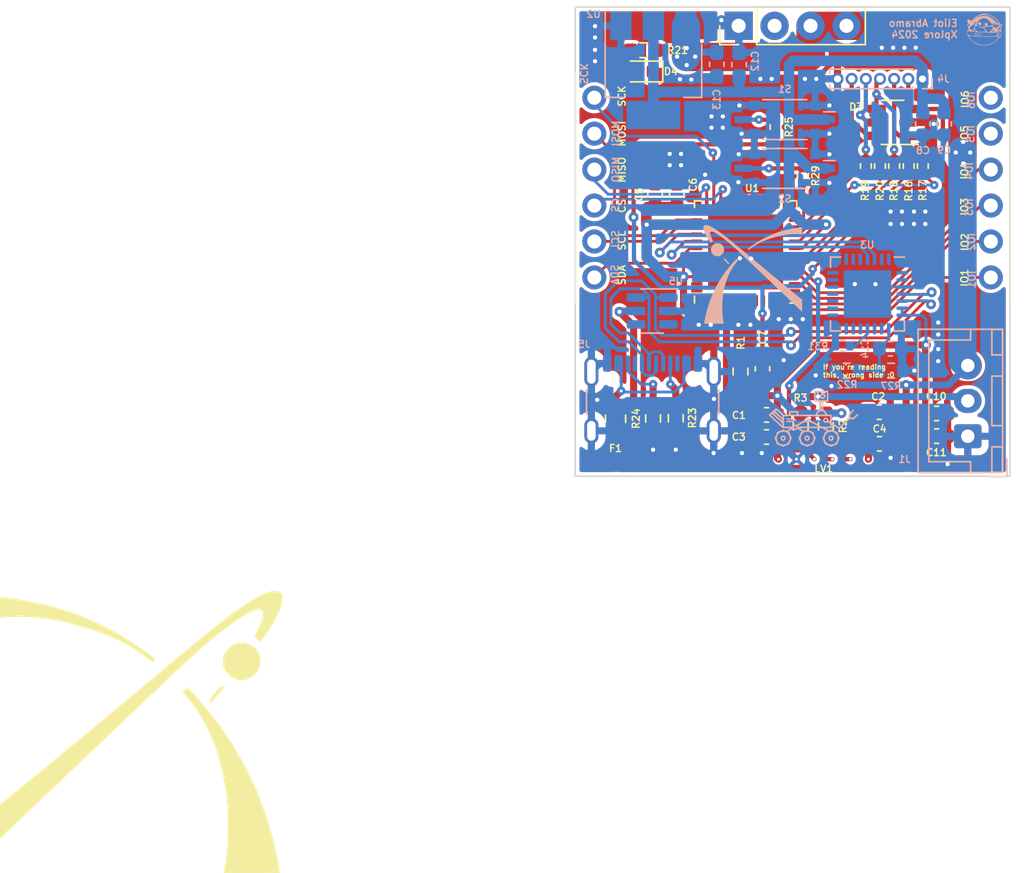
<source format=kicad_pcb>
(kicad_pcb (version 20221018) (generator pcbnew)
  (layers (0 "F.Cu" signal "F.Cu (Sig)") (1 "In1.Cu" power "In1.Cu (GND)") (2 "In2.Cu" power "In2.Cu (GND)") (31 "B.Cu" signal "B.Cu (Sig)") (34 "B.Paste" user) (35 "F.Paste" user) (36 "B.SilkS" user "B.Silkscreen") (37 "F.SilkS" user "F.Silkscreen") (38 "B.Mask" user) (39 "F.Mask" user) (44 "Edge.Cuts" user))
  (net 0 "")
  (net 1 "+3V3")
  (net 2 "GND")
  (net 3 "+5V_MCU")
  (net 4 "/EN")
  (net 5 "Net-(U3-VBUS)")
  (net 6 "Net-(D3-IO1)")
  (net 7 "Net-(D3-IO2)")
  (net 8 "Net-(D3-IO3)")
  (net 9 "Net-(D3-IO4)")
  (net 10 "Net-(D3-IO5)")
  (net 11 "Net-(D4-A)")
  (net 12 "Net-(F1-Pad1)")
  (net 13 "/DATA_5V")
  (net 14 "Net-(J5-CC1)")
  (net 16 "Net-(J5-CC2)")
  (net 18 "Net-(LV1-DIR)")
  (net 19 "Net-(LV1-I{slash}O_B)")
  (net 20 "/MCU_GPIO1")
  (net 21 "/MCU_GPIO2")
  (net 22 "/MCU_GPIO3")
  (net 23 "/MCU_GPIO4")
  (net 24 "/JTCK")
  (net 25 "/JTMS")
  (net 26 "/JTDO")
  (net 27 "/JTDI")
  (net 28 "Net-(S1-B)")
  (net 29 "/D-")
  (net 30 "/D+")
  (net 31 "/GPIO0")
  (net 32 "/DTR")
  (net 33 "Net-(U3-~{SUSPEND})")
  (net 34 "/RTS")
  (net 42 "/IO27")
  (net 52 "/U0RXD")
  (net 53 "/U0TXD")
  (net 78 "Net-(S2-B)")
  (net 81 "Net-(J2-SPI_SCK)")
  (net 82 "Net-(J2-SPI_MOSI)")
  (net 83 "Net-(J2-SPI_MISO)")
  (net 84 "Net-(J2-SPI_CS)")
  (net 85 "Net-(J2-I2C_SCL)")
  (net 86 "Net-(J2-I2C_SDA)")
  (footprint "SN74LVC1T45:SN74LVC1T45_DRL" (layer "F.Cu") (at 158.43 95.0475 180)
    (fp_text reference "LV1")
    (fp_text value "SN74LVC1T45")
  )
  (footprint "Capacitor_SMD:C_0603_1608Metric" (layer "F.Cu") (at 163.245 91.815)
    (fp_text reference "C10")
    (fp_text value "0.1uF")
  )
  (footprint "Capacitor_SMD:C_0603_1608Metric" (layer "F.Cu") (at 159.2 91.725)
    (fp_text reference "C2")
    (fp_text value "0.1uF")
  )
  (footprint "Resistor_SMD:R_0402_1005Metric" (layer "F.Cu") (at 161.275 74.33 -90)
    (fp_text reference "R16")
    (fp_text value "22R")
  )
  (footprint "Resistor_SMD:R_0603_1608Metric_Pad0.98x0.95mm_HandSolder" (layer "F.Cu") (at 155.425 92.725 -90)
    (fp_text reference "R2")
    (fp_text value "10k")
  )
  (footprint "Resistor_SMD:R_0402_1005Metric" (layer "F.Cu") (at 151.875 71.575 -90)
    (fp_text reference "R25")
    (fp_text value "10k")
  )
  (footprint "Resistor_SMD:R_0603_1608Metric_Pad0.98x0.95mm_HandSolder" (layer "F.Cu") (at 143.225 92.175 90)
    (fp_text reference "R24")
    (fp_text value "5.1k")
  )
  (footprint "Resistor_SMD:R_0402_1005Metric" (layer "F.Cu") (at 162.275 74.335 -90)
    (fp_text reference "R17")
    (fp_text value "22R")
  )
  (footprint "Capacitor_SMD:C_0603_1608Metric" (layer "F.Cu") (at 151.235 91.9175 180)
    (fp_text reference "C1")
    (fp_text value "4.7uF")
  )
  (footprint "Capacitor_SMD:C_0603_1608Metric" (layer "F.Cu") (at 151.235 93.47775 180)
    (fp_text reference "C3")
    (fp_text value "0.1uF")
  )
  (footprint "Resistor_SMD:R_0603_1608Metric_Pad0.98x0.95mm_HandSolder" (layer "F.Cu") (at 142.555 66.15)
    (fp_text reference "R21")
    (fp_text value "2K(1%)")
  )
  (footprint "Resistor_SMD:R_0402_1005Metric" (layer "F.Cu") (at 159.25 74.335 -90)
    (fp_text reference "R20")
    (fp_text value "22R")
  )
  (footprint "Resistor_SMD:R_0402_1005Metric" (layer "F.Cu") (at 153.8 75.025 -90)
    (fp_text reference "R29")
    (fp_text value "10k")
  )
  (footprint "Resistor_SMD:R_0603_1608Metric" (layer "F.Cu") (at 149.4 88.85 90)
    (fp_text reference "R1")
    (fp_text value "10k")
  )
  (footprint "0_connectors:Hat_connector" (layer "F.Cu") (at 153.075 73.315)
    (fp_text reference "J2" hide)
    (fp_text value "Hat_connector")
  )
  (footprint "Capacitor_SMD:C_0603_1608Metric" (layer "F.Cu") (at 163.245 93.415)
    (fp_text reference "C11")
    (fp_text value "4.7uF")
  )
  (footprint "Capacitor_SMD:C_0603_1608Metric" (layer "F.Cu") (at 159.21 93.96)
    (fp_text reference "C4")
    (fp_text value "4.7uF")
  )
  (footprint "Resistor_SMD:R_0402_1005Metric" (layer "F.Cu") (at 158.25 74.33 -90)
    (fp_text reference "R19")
    (fp_text value "22R")
  )
  (footprint "0_graphic:Xplore_Logo_X_only_20mm" (layer "F.Cu") (at 107.075 114.325)
    (fp_text reference "G1" hide)
    (fp_text value "Xplore_Logo" hide)
  )
  (footprint "Resistor_SMD:R_0402_1005Metric" (layer "F.Cu") (at 160.25 74.33 -90)
    (fp_text reference "R18")
    (fp_text value "22R")
  )
  (footprint "Package_DFN_QFN:QFN-48-1EP_7x7mm_P0.5mm_EP5.3x5.3mm" (layer "F.Cu") (at 149.76 80.4 90)
    (fp_text reference "U1")
    (fp_text value "ESP32-PICO-D4")
  )
  (footprint "Fuse:Fuse_0805_2012Metric" (layer "F.Cu") (at 140.575 92.1875 -90)
    (fp_text reference "F1")
    (fp_text value "0805L075SLYR")
  )
  (footprint "Resistor_SMD:R_0603_1608Metric_Pad0.98x0.95mm_HandSolder" (layer "F.Cu") (at 153.65 92.725 -90)
    (fp_text reference "R3")
    (fp_text value "100R")
  )
  (footprint "Resistor_SMD:R_0603_1608Metric_Pad0.98x0.95mm_HandSolder" (layer "F.Cu") (at 144.825 92.15 90)
    (fp_text reference "R23")
    (fp_text value "5.1k")
  )
  (footprint "Package_TO_SOT_SMD:SOT-23-6" (layer "F.Cu") (at 160.1375 71.25 180)
    (fp_text reference "D3")
    (fp_text value "ESDA6V1-5SC6")
  )
  (footprint "LED_SMD:LED_0603_1608Metric" (layer "F.Cu") (at 142.425 67.65 180)
    (fp_text reference "D4")
    (fp_text value "ORANGE")
  )
  (footprint "Capacitor_SMD:C_0603_1608Metric_Pad1.08x0.95mm_HandSolder" (layer "F.Cu") (at 144.9 76.3875 90)
    (fp_text reference "C6")
    (fp_text value "10uF")
  )
  (footprint "Capacitor_SMD:C_0603_1608Metric_Pad1.08x0.95mm_HandSolder" (layer "F.Cu") (at 150.95 88.6625 -90)
    (fp_text reference "C7")
    (fp_text value "1uF")
  )
  (footprint "Capacitor_SMD:C_0603_1608Metric_Pad1.08x0.95mm_HandSolder" (layer "F.Cu") (at 143.365 76.375 90)
    (fp_text reference "C5")
    (fp_text value "0.1uF")
  )
  (footprint "Button_Switch_SMD:SW_DIP_SPSTx01_Slide_Copal_CVS-01xB_W5.9mm_P1mm" (layer "B.Cu") (at 152.525 74.5 180)
    (fp_text reference "S2")
    (fp_text value "CL-SB-12C-01")
  )
  (footprint "Resistor_SMD:R_0603_1608Metric" (layer "B.Cu") (at 160.035 88.79)
    (fp_text reference "R27")
    (fp_text value "47k5")
  )
  (footprint "Button_Switch_SMD:SW_DIP_SPSTx01_Slide_Copal_CVS-01xB_W5.9mm_P1mm" (layer "B.Cu") (at 152.525 71.05 180)
    (fp_text reference "S1")
    (fp_text value "CL-SB-12C-01")
  )
  (footprint "Capacitor_SMD:C_0603_1608Metric" (layer "B.Cu") (at 162.275 71.35 -90)
    (fp_text reference "C8")
    (fp_text value "4.7uF")
  )
  (footprint "Capacitor_SMD:C_0603_1608Metric" (layer "B.Cu") (at 163.775 71.35 -90)
    (fp_text reference "C9")
    (fp_text value "0.1uF")
  )
  (footprint "Connector_USB:USB_C_Receptacle_GCT_USB4105-xx-A_16P_TopMnt_Horizontal" (layer "B.Cu") (at 143.19 91.9675 180)
    (fp_text reference "J5")
    (fp_text value "USB_C_Receptacle_USB2.0")
  )
  (footprint "Capacitor_SMD:C_0603_1608Metric_Pad1.08x0.95mm_HandSolder" (layer "B.Cu") (at 147.725 67.15 -90)
    (fp_text reference "C13")
    (fp_text value "10uF")
  )
  (footprint "Capacitor_SMD:C_0603_1608Metric_Pad1.08x0.95mm_HandSolder" (layer "B.Cu") (at 149.3 67.1625 90)
    (fp_text reference "C12")
    (fp_text value "22uF")
  )
  (footprint "Resistor_SMD:R_0603_1608Metric" (layer "B.Cu") (at 156.91 88.79)
    (fp_text reference "R22")
    (fp_text value "22k1")
  )
  (footprint "Capacitor_SMD:C_0603_1608Metric" (layer "B.Cu") (at 159.985 87.24)
    (fp_text reference "C14")
    (fp_text value "1uF")
  )
  (footprint "Package_TO_SOT_SMD:SOT-223-3_TabPin2" (layer "B.Cu") (at 143.25 67.575 -90)
    (fp_text reference "U2")
    (fp_text value "AMS1117")
  )
  (footprint "Package_DFN_QFN:QFN-28-1EP_5x5mm_P0.5mm_EP3.35x3.35mm" (layer "B.Cu") (at 158.365 83.375 180)
    (fp_text reference "U3")
    (fp_text value "CP2102N-Axx-xQFN28")
  )
  (footprint "0_graphic:Xplore_Logo_X_only_7mm" (layer "B.Cu") (at 150.26 81.99 180)
    (fp_text reference "G701" hide)
    (fp_text value "Xplore_Logo" hide)
  )
  (footprint "Connector_PinHeader_1.00mm:PinHeader_1x07_P1.00mm_Vertical" (layer "B.Cu") (at 162.25 68.175 90)
    (fp_text reference "J4")
    (fp_text value "Conn_01x07")
  )
  (footprint "Package_TO_SOT_SMD:SOT-23-6" (layer "B.Cu") (at 143.1625 84.575 180)
    (fp_text reference "U5")
    (fp_text value "SRV05-4A")
  )
  (footprint "Connector_JST:JST_XH_B3B-XH-A_1x03_P2.50mm_Vertical" (layer "B.Cu") (at 165.45 93.425 90)
    (fp_text reference "J1")
    (fp_text value "B3B-XH-A(LF)(SN)")
  )
  (footprint "Resistor_SMD:R_0402_1005Metric" (layer "B.Cu") (at 156.61 87.05 180)
    (fp_text reference "R31")
    (fp_text value "10k")
  )
  (gr_poly (pts (xy 155.186182 90.400939) (xy 155.173037 90.402227) (xy 155.160044 90.404333) (xy 155.147258 90.407251) (xy 155.134733 90.410969) (xy 155.122523 90.415479) (xy 155.110683 90.420771) (xy 155.099266 90.426836) (xy 155.088328 90.433665) (xy 155.077922 90.441249) (xy 155.068102 90.449577) (xy 155.058923 90.458642) (xy 155.050439 90.468433) (xy 155.042704 90.478941) (xy 155.035773 90.490158) (xy 155.0297 90.502073) (xy 155.024539 90.514677) (xy 155.020344 90.527962) (xy 155.01717 90.541917) (xy 155.013977 90.562987) (xy 155.012794 90.583309) (xy 155.013515 90.602848) (xy 155.016034 90.621567) (xy 155.020243 90.639431) (xy 155.026037 90.656403) (xy 155.033309 90.672447) (xy 155.041952 90.687526) (xy 155.05186 90.701605) (xy 155.062927 90.714647) (xy 155.075046 90.726616) (xy 155.088111 90.737477) (xy 155.102015 90.747192) (xy 155.116651 90.755726) (xy 155.131914 90.763043) (xy 155.147697 90.769106) (xy 155.163893 90.773879) (xy 155.180397 90.777326) (xy 155.1971 90.77941) (xy 155.213898 90.780097) (xy 155.230684 90.779349) (xy 155.24735 90.77713) (xy 155.263791 90.773404) (xy 155.279901 90.768136) (xy 155.295572 90.761288) (xy 155.310698 90.752824) (xy 155.325174 90.742709) (xy 155.338892 90.730907) (xy 155.351746 90.71738) (xy 155.363629 90.702093) (xy 155.374435 90.68501) (xy 155.384058 90.666095) (xy 155.391462 90.649553) (xy 155.397778 90.634697) (xy 155.402978 90.621297) (xy 155.407033 90.609121) (xy 155.408622 90.603419) (xy 155.409914 90.597937) (xy 155.410905 90.592645) (xy 155.411591 90.587513) (xy 155.41197 90.582515) (xy 155.412037 90.577619) (xy 155.411789 90.572798) (xy 155.411222 90.568022) (xy 155.411212 90.567967) (xy 155.285892 90.567967) (xy 155.285889 90.573402) (xy 155.285565 90.578927) (xy 155.284932 90.58452) (xy 155.284002 90.590159) (xy 155.282786 90.595824) (xy 155.281297 90.601491) (xy 155.279547 90.60714) (xy 155.277547 90.612748) (xy 155.275309 90.618295) (xy 155.272846 90.623757) (xy 155.270168 90.629115) (xy 155.267289 90.634345) (xy 155.264219 90.639426) (xy 155.260971 90.644337) (xy 155.257557 90.649055) (xy 155.253988 90.65356) (xy 155.250277 90.657829) (xy 155.246434 90.661841) (xy 155.242473 90.665573) (xy 155.238405 90.669005) (xy 155.234242 90.672115) (xy 155.229996 90.67488) (xy 155.225678 90.677279) (xy 155.221301 90.679291) (xy 155.216876 90.680893) (xy 155.212416 90.682065) (xy 155.207932 90.682784) (xy 155.203436 90.683028) (xy 155.19894 90.682784) (xy 155.194456 90.682065) (xy 155.189996 90.680893) (xy 155.185571 90.679291) (xy 155.181194 90.677279) (xy 155.176876 90.67488) (xy 155.17263 90.672115) (xy 155.168467 90.669005) (xy 155.164399 90.665573) (xy 155.160438 90.661841) (xy 155.152884 90.65356) (xy 155.145901 90.644337) (xy 155.139583 90.634345) (xy 155.134026 90.623757) (xy 155.129325 90.612748) (xy 155.125575 90.601491) (xy 155.12287 90.590159) (xy 155.12194 90.58452) (xy 155.121307 90.578927) (xy 155.120983 90.573402) (xy 155.12098 90.567967) (xy 155.121309 90.562644) (xy 155.121984 90.557454) (xy 155.123014 90.552419) (xy 155.124414 90.547561) (xy 155.126293 90.54439) (xy 155.128735 90.541244) (xy 155.131706 90.538148) (xy 155.135174 90.535126) (xy 155.139104 90.532203) (xy 155.143464 90.529404) (xy 155.148221 90.526754) (xy 155.153342 90.524278) (xy 155.158793 90.522) (xy 155.164542 90.519945) (xy 155.170556 90.518139) (xy 155.176801 90.516605) (xy 155.183245 90.515369) (xy 155.189854 90.514455) (xy 155.196596 90.513889) (xy 155.203436 90.513695) (xy 155.206867 90.513744) (xy 155.210277 90.513889) (xy 155.213662 90.514127) (xy 155.217018 90.514455) (xy 155.220341 90.51487) (xy 155.223627 90.515369) (xy 155.226872 90.515948) (xy 155.230071 90.516605) (xy 155.236316 90.518139) (xy 155.24233 90.519945) (xy 155.248079 90.522) (xy 155.25353 90.524278) (xy 155.258651 90.526754) (xy 155.263408 90.529404) (xy 155.267768 90.532203) (xy 155.269789 90.533651) (xy 155.271699 90.535126) (xy 155.273492 90.536626) (xy 155.275166 90.538148) (xy 155.276715 90.539688) (xy 155.278137 90.541244) (xy 155.279426 90.542813) (xy 155.280579 90.54439) (xy 155.281591 90.545974) (xy 155.282458 90.547561) (xy 155.283858 90.552419) (xy 155.284888 90.557454) (xy 155.285563 90.562644) (xy 155.285892 90.567967) (xy 155.411212 90.567967) (xy 155.410333 90.563263) (xy 155.409117 90.558492) (xy 155.407572 90.553679) (xy 155.405693 90.548796) (xy 155.403478 90.543814) (xy 155.400922 90.538703) (xy 155.398022 90.533436) (xy 155.394774 90.527982) (xy 155.38722 90.516401) (xy 155.378232 90.503729) (xy 155.36778 90.489733) (xy 155.355836 90.474183) (xy 155.346254 90.46302) (xy 155.336065 90.452806) (xy 155.325322 90.443533) (xy 155.314082 90.435191) (xy 155.302396 90.42777) (xy 155.290321 90.421263) (xy 155.277909 90.415658) (xy 155.265216 90.410948) (xy 155.252296 90.407122) (xy 155.239202 90.404172) (xy 155.22599 90.402088) (xy 155.212713 90.400861) (xy 155.199426 90.400481)) (fill solid) (layer "B.SilkS"))
  (gr_poly (pts (xy 166.02008 64.933053) (xy 166.011858 64.933415) (xy 166.00434 64.933914) (xy 165.997497 64.934565) (xy 165.991301 64.935379) (xy 165.985722 64.936372) (xy 165.980733 64.937555) (xy 165.976305 64.938943) (xy 165.972411 64.94055) (xy 165.96902 64.942387) (xy 165.966105 64.94447) (xy 165.963638 64.946811) (xy 165.96159 64.949424) (xy 165.959933 64.952322) (xy 165.958638 64.955519) (xy 165.957676 64.959028) (xy 165.957021 64.962863) (xy 165.956642 64.967036) (xy 165.956511 64.971562) (xy 165.956601 64.976454) (xy 165.956883 64.981725) (xy 165.957907 64.993459) (xy 165.959358 65.006872) (xy 165.960958 65.020319) (xy 165.962764 65.032162) (xy 165.965051 65.042516) (xy 165.968089 65.051498) (xy 165.969976 65.055511) (xy 165.972153 65.059224) (xy 165.974655 65.062651) (xy 165.977515 65.065808) (xy 165.980768 65.068708) (xy 165.984448 65.071367) (xy 165.988589 65.073798) (xy 165.993225 65.076016) (xy 166.004118 65.079872) (xy 166.017401 65.08305) (xy 166.033346 65.085665) (xy 166.052227 65.087834) (xy 166.074315 65.089673) (xy 166.099885 65.091296) (xy 166.162558 65.094361) (xy 166.187633 65.095253) (xy 166.211021 65.095811) (xy 166.232755 65.096029) (xy 166.252869 65.095904) (xy 166.271395 65.095432) (xy 166.288367 65.094609) (xy 166.303818 65.09343) (xy 166.31778 65.091891) (xy 166.330287 65.089989) (xy 166.336005 65.0889) (xy 166.341372 65.087719) (xy 166.346392 65.086444) (xy 166.351068 65.085076) (xy 166.355405 65.083614) (xy 166.359408 65.082058) (xy 166.363079 65.080406) (xy 166.366425 65.078659) (xy 166.369447 65.076815) (xy 166.372152 65.074875) (xy 166.374542 65.072838) (xy 166.376622 65.070703) (xy 166.378396 65.06847) (xy 166.379869 65.066139) (xy 166.386246 65.055942) (xy 166.391599 65.046482) (xy 166.39388 65.04201) (xy 166.395893 65.0377) (xy 166.397632 65.033545) (xy 166.399095 65.029538) (xy 166.400277 65.025671) (xy 166.400635 65.024182) (xy 166.37546 65.024182) (xy 166.375195 65.027157) (xy 166.374466 65.030132) (xy 166.373271 65.033099) (xy 166.371604 65.036049) (xy 166.369462 65.038975) (xy 166.36684 65.041867) (xy 166.363735 65.044719) (xy 166.360142 65.04752) (xy 166.356057 65.050264) (xy 166.351475 65.052941) (xy 166.346394 65.055544) (xy 166.340808 65.058065) (xy 166.334714 65.060494) (xy 166.326749 65.063176) (xy 166.317729 65.065409) (xy 166.296867 65.068592) (xy 166.272813 65.070162) (xy 166.246254 65.07024) (xy 166.217877 65.068945) (xy 166.188366 65.066398) (xy 166.158409 65.062718) (xy 166.128691 65.058025) (xy 166.0999 65.052439) (xy 166.072721 65.04608) (xy 166.04784 65.039068) (xy 166.025945 65.031522) (xy 166.00772 65.023564) (xy 166.000199 65.019467) (xy 165.993853 65.015311) (xy 165.988768 65.011112) (xy 165.985029 65.006885) (xy 165.982723 65.002645) (xy 165.981936 64.998405) (xy 165.982314 64.994792) (xy 165.983439 64.991362) (xy 165.985298 64.988116) (xy 165.987878 64.985055) (xy 165.995144 64.979492) (xy 166.005131 64.974681) (xy 166.01773 64.970631) (xy 166.032835 64.96735) (xy 166.050337 64.964846) (xy 166.07013 64.963128) (xy 166.092106 64.962203) (xy 166.116157 64.96208) (xy 166.142175 64.962768) (xy 166.170054 64.964274) (xy 166.199686 64.966607) (xy 166.230964 64.969775) (xy 166.263779 64.973787) (xy 166.298025 64.97865) (xy 166.305771 64.980054) (xy 166.313133 64.981615) (xy 166.320107 64.983326) (xy 166.326688 64.985176) (xy 166.332872 64.987159) (xy 166.338655 64.989266) (xy 166.344032 64.991489) (xy 166.349001 64.993819) (xy 166.353556 64.996249) (xy 166.357694 64.998769) (xy 166.36141 65.001372) (xy 166.3647 65.00405) (xy 166.36756 65.006793) (xy 166.369986 65.009595) (xy 166.371974 65.012446) (xy 166.373519 65.015339) (xy 166.374618 65.018264) (xy 166.375266 65.021215) (xy 166.37546 65.024182) (xy 166.400635 65.024182) (xy 166.401173 65.021938) (xy 166.40178 65.018331) (xy 166.402094 65.014842) (xy 166.40211 65.011466) (xy 166.401824 65.008193) (xy 166.401232 65.005018) (xy 166.40033 65.001933) (xy 166.399114 64.99893) (xy 166.397579 64.996003) (xy 166.395723 64.993144) (xy 166.393539 64.990347) (xy 166.391025 64.987602) (xy 166.388176 64.984905) (xy 166.384988 64.982246) (xy 166.381456 64.97962) (xy 166.377578 64.977018) (xy 166.373348 64.974434) (xy 166.368763 64.971861) (xy 166.363818 64.96929) (xy 166.352832 64.964129) (xy 166.340358 64.958894) (xy 166.333233 64.956284) (xy 166.324637 64.953751) (xy 166.303493 64.948972) (xy 166.27785 64.944656) (xy 166.248636 64.940903) (xy 166.216775 64.93781) (xy 166.183195 64.935479) (xy 166.148822 64.934007) (xy 166.11458 64.933494) (xy 166.060566 64.932711) (xy 166.038746 64.932688)) (fill solid) (layer "B.SilkS"))
  (gr_poly (pts (xy 166.308079 64.147197) (xy 166.30032 64.147807) (xy 166.292543 64.148934) (xy 166.284778 64.150557) (xy 166.277056 64.152659) (xy 166.269409 64.155222) (xy 166.261868 64.158228) (xy 166.254462 64.161659) (xy 166.247224 64.165497) (xy 166.240185 64.169723) (xy 166.233375 64.17432) (xy 166.226826 64.179269) (xy 166.220568 64.184552) (xy 166.214632 64.190152) (xy 166.20905 64.19605) (xy 166.203852 64.202228) (xy 166.19907 64.208668) (xy 166.194735 64.215352) (xy 166.190877 64.222262) (xy 166.187527 64.229379) (xy 166.184717 64.236686) (xy 166.182477 64.244165) (xy 166.180839 64.251797) (xy 166.179833 64.259565) (xy 166.179491 64.26745) (xy 166.179719 64.272284) (xy 166.18039 64.277248) (xy 166.181484 64.282323) (xy 166.18298 64.287492) (xy 166.184859 64.292735) (xy 166.1871 64.298034) (xy 166.189683 64.30337) (xy 166.192588 64.308725) (xy 166.199283 64.319415) (xy 166.207024 64.329957) (xy 166.21565 64.340202) (xy 166.225 64.35) (xy 166.234911 64.359202) (xy 166.245224 64.367661) (xy 166.255776 64.375226) (xy 166.266407 64.38175) (xy 166.271702 64.384574) (xy 166.276955 64.387083) (xy 166.282148 64.389256) (xy 166.287259 64.391076) (xy 166.29227 64.392524) (xy 166.297159 64.393582) (xy 166.301906 64.39423) (xy 166.306491 64.39445) (xy 166.315584 64.393946) (xy 166.324334 64.392471) (xy 166.332728 64.390078) (xy 166.340755 64.386821) (xy 166.348401 64.382754) (xy 166.355654 64.37793) (xy 166.362502 64.372403) (xy 166.368933 64.366227) (xy 166.374934 64.359456) (xy 166.380492 64.352144) (xy 166.385596 64.344344) (xy 166.390232 64.336109) (xy 166.394389 64.327494) (xy 166.398054 64.318553) (xy 166.401214 64.309339) (xy 166.403858 64.299905) (xy 166.405973 64.290306) (xy 166.407546 64.280596) (xy 166.408565 64.270828) (xy 166.409017 64.261056) (xy 166.408891 64.251333) (xy 166.408174 64.241713) (xy 166.406853 64.232251) (xy 166.405359 64.225117) (xy 166.377047 64.225117) (xy 166.377006 64.226439) (xy 166.376885 64.227759) (xy 166.376686 64.229074) (xy 166.376413 64.230381) (xy 166.376067 64.231677) (xy 166.375651 64.232961) (xy 166.375169 64.234229) (xy 166.374621 64.235479) (xy 166.374012 64.236709) (xy 166.373343 64.237915) (xy 166.372618 64.239095) (xy 166.371838 64.240247) (xy 166.371006 64.241368) (xy 166.370126 64.242456) (xy 166.369198 64.243507) (xy 166.368227 64.244519) (xy 166.367215 64.24549) (xy 166.366164 64.246418) (xy 166.365076 64.247298) (xy 166.363955 64.24813) (xy 166.362804 64.24891) (xy 166.361623 64.249635) (xy 166.360417 64.250304) (xy 166.359187 64.250913) (xy 166.357937 64.251461) (xy 166.356669 64.251943) (xy 166.355385 64.252359) (xy 166.354089 64.252705) (xy 166.352782 64.252978) (xy 166.351467 64.253177) (xy 166.350147 64.253298) (xy 166.348825 64.253339) (xy 166.347254 64.253298) (xy 166.345717 64.253177) (xy 166.344216 64.252978) (xy 166.34275 64.252705) (xy 166.341322 64.252359) (xy 166.339932 64.251943) (xy 166.338581 64.251461) (xy 166.337271 64.250913) (xy 166.336002 64.250304) (xy 166.334775 64.249635) (xy 166.333592 64.24891) (xy 166.332453 64.24813) (xy 166.33136 64.247298) (xy 166.330313 64.246418) (xy 166.329314 64.24549) (xy 166.328363 64.244519) (xy 166.327462 64.243507) (xy 166.326612 64.242456) (xy 166.325813 64.241368) (xy 166.325067 64.240247) (xy 166.324375 64.239095) (xy 166.323737 64.237915) (xy 166.323156 64.236709) (xy 166.322631 64.235479) (xy 166.322164 64.234229) (xy 166.321756 64.232961) (xy 166.321408 64.231677) (xy 166.32112 64.230381) (xy 166.320895 64.229074) (xy 166.320733 64.227759) (xy 166.320635 64.226439) (xy 166.320602 64.225117) (xy 166.320635 64.223546) (xy 166.320733 64.222009) (xy 166.320895 64.220508) (xy 166.32112 64.219042) (xy 166.321408 64.217614) (xy 166.321756 64.216224) (xy 166.322164 64.214873) (xy 166.322631 64.213563) (xy 166.323156 64.212294) (xy 166.323737 64.211067) (xy 166.324375 64.209884) (xy 166.325067 64.208745) (xy 166.325813 64.207652) (xy 166.326612 64.206605) (xy 166.327462 64.205606) (xy 166.328363 64.204655) (xy 166.329314 64.203754) (xy 166.330313 64.202904) (xy 166.33136 64.202105) (xy 166.332453 64.201359) (xy 166.333592 64.200667) (xy 166.334775 64.200029) (xy 166.336002 64.199448) (xy 166.337271 64.198923) (xy 166.338581 64.198456) (xy 166.339932 64.198048) (xy 166.341322 64.197699) (xy 166.34275 64.197412) (xy 166.344216 64.197187) (xy 166.345717 64.197025) (xy 166.347254 64.196927) (xy 166.348825 64.196894) (xy 166.350147 64.196927) (xy 166.351467 64.197025) (xy 166.352782 64.197187) (xy 166.354089 64.197412) (xy 166.355385 64.197699) (xy 166.356669 64.198048) (xy 166.357937 64.198456) (xy 166.359187 64.198923) (xy 166.360417 64.199448) (xy 166.361623 64.200029) (xy 166.362804 64.200667) (xy 166.363955 64.201359) (xy 166.365076 64.202105) (xy 166.366164 64.202904) (xy 166.367215 64.203754) (xy 166.368227 64.204655) (xy 166.369198 64.205606) (xy 166.370126 64.206605) (xy 166.371006 64.207652) (xy 166.371838 64.208745) (xy 166.372618 64.209884) (xy 166.373343 64.211067) (xy 166.374012 64.212294) (xy 166.374621 64.213563) (xy 166.375169 64.214873) (xy 166.375651 64.216224) (xy 166.376067 64.217614) (xy 166.376413 64.219042) (xy 166.376686 64.220508) (xy 166.376885 64.222009) (xy 166.377006 64.223546) (xy 166.377047 64.225117) (xy 166.405359 64.225117) (xy 166.404916 64.223) (xy 166.402351 64.214013) (xy 166.399145 64.205344) (xy 166.395286 64.197048) (xy 166.390761 64.189177) (xy 166.385558 64.181786) (xy 166.379665 64.174928) (xy 166.373069 64.168657) (xy 166.365758 64.163027) (xy 166.359264 64.158866) (xy 166.352504 64.155363) (xy 166.345508 64.152503) (xy 166.338307 64.150267) (xy 166.330933 64.148636) (xy 166.323416 64.147593) (xy 166.315788 64.147119)) (fill solid) (layer "B.SilkS"))
  (gr_poly (pts (xy 152.84667 92.32002) (xy 152.813141 92.320342) (xy 152.782844 92.320903) (xy 152.755643 92.321725) (xy 152.731403 92.322828) (xy 152.72035 92.323492) (xy 152.709986 92.324233) (xy 152.700294 92.325055) (xy 152.691257 92.32596) (xy 152.682857 92.326952) (xy 152.675078 92.328031) (xy 152.667902 92.329201) (xy 152.661313 92.330465) (xy 152.655294 92.331825) (xy 152.649827 92.333284) (xy 152.644895 92.334844) (xy 152.640481 92.336508) (xy 152.636569 92.338278) (xy 152.633141 92.340158) (xy 152.63018 92.342149) (xy 152.62767 92.344254) (xy 152.625592 92.346476) (xy 152.62393 92.348817) (xy 152.622668 92.351281) (xy 152.621787 92.353869) (xy 152.621271 92.356584) (xy 152.621103 92.359428) (xy 152.621888 92.369554) (xy 152.624344 92.378787) (xy 152.628618 92.38716) (xy 152.634861 92.394706) (xy 152.64322 92.401458) (xy 152.653845 92.40745) (xy 152.666884 92.412714) (xy 152.682486 92.417284) (xy 152.7008 92.421192) (xy 152.721975 92.424472) (xy 152.74616 92.427156) (xy 152.773503 92.429278) (xy 152.804153 92.430871) (xy 152.838259 92.431968) (xy 152.917436 92.432806) (xy 152.942175 92.432673) (xy 152.96559 92.432271) (xy 152.987683 92.431597) (xy 153.008453 92.430645) (xy 153.0279 92.429412) (xy 153.046024 92.427895) (xy 153.062825 92.426087) (xy 153.078303 92.423986) (xy 153.092458 92.421588) (xy 153.10529 92.418888) (xy 153.1168 92.415881) (xy 153.126986 92.412565) (xy 153.135849 92.408935) (xy 153.139785 92.407) (xy 153.14339 92.404986) (xy 153.146664 92.402891) (xy 153.149608 92.400715) (xy 153.152221 92.398457) (xy 153.154503 92.396117) (xy 153.157544 92.391855) (xy 153.160312 92.387557) (xy 153.1628 92.38325) (xy 153.164998 92.378963) (xy 153.166898 92.374726) (xy 153.168493 92.370568) (xy 153.169773 92.366517) (xy 153.170292 92.364541) (xy 153.170731 92.362603) (xy 153.171086 92.360706) (xy 153.171358 92.358854) (xy 153.171544 92.357051) (xy 153.171646 92.355299) (xy 153.17166 92.353604) (xy 153.171586 92.351968) (xy 153.171424 92.350395) (xy 153.171171 92.348889) (xy 153.170828 92.347453) (xy 153.170393 92.346091) (xy 153.169865 92.344806) (xy 153.169242 92.343603) (xy 153.168525 92.342484) (xy 153.167711 92.341454) (xy 153.166801 92.340515) (xy 153.165792 92.339672) (xy 153.162839 92.33759) (xy 153.157253 92.335582) (xy 153.149179 92.333657) (xy 153.13876 92.331823) (xy 153.111469 92.328461) (xy 153.076539 92.325561) (xy 153.035126 92.323191) (xy 152.988389 92.321416) (xy 152.937484 92.320303) (xy 152.883569 92.319917)) (fill solid) (layer "B.SilkS"))
  (gr_poly (pts (xy 152.955707 92.154773) (xy 152.894858 92.156228) (xy 152.857526 92.157357) (xy 152.82374 92.158643) (xy 152.793345 92.16011) (xy 152.77937 92.16092) (xy 152.766183 92.161784) (xy 152.753765 92.162707) (xy 152.742096 92.16369) (xy 152.731157 92.164738) (xy 152.720928 92.165852) (xy 152.711389 92.167037) (xy 152.702521 92.168296) (xy 152.694305 92.16963) (xy 152.686719 92.171045) (xy 152.679746 92.172542) (xy 152.673365 92.174125) (xy 152.667556 92.175796) (xy 152.662301 92.17756) (xy 152.657578 92.179419) (xy 152.65337 92.181376) (xy 152.649655 92.183434) (xy 152.646415 92.185597) (xy 152.643629 92.187867) (xy 152.641279 92.190248) (xy 152.639344 92.192742) (xy 152.637805 92.195353) (xy 152.636642 92.198084) (xy 152.635835 92.200938) (xy 152.635366 92.203919) (xy 152.635214 92.207028) (xy 152.6358 92.213118) (xy 152.63765 92.218703) (xy 152.640907 92.223808) (xy 152.645709 92.228459) (xy 152.652198 92.23268) (xy 152.660515 92.236496) (xy 152.670799 92.239931) (xy 152.683192 92.243011) (xy 152.697833 92.245761) (xy 152.714865 92.248204) (xy 152.734426 92.250366) (xy 152.756658 92.252272) (xy 152.809696 92.255414) (xy 152.875103 92.257828) (xy 152.918831 92.258553) (xy 152.959025 92.258605) (xy 152.977808 92.258374) (xy 152.995722 92.257971) (xy 153.01277 92.257392) (xy 153.028958 92.256637) (xy 153.04429 92.255705) (xy 153.058771 92.254593) (xy 153.072406 92.2533) (xy 153.085198 92.251825) (xy 153.097154 92.250166) (xy 153.108277 92.248322) (xy 153.118572 92.24629) (xy 153.128044 92.24407) (xy 153.136698 92.241659) (xy 153.144537 92.239057) (xy 153.151568 92.236262) (xy 153.157793 92.233271) (xy 153.163219 92.230085) (xy 153.16785 92.2267) (xy 153.17169 92.223116) (xy 153.173314 92.221249) (xy 153.174743 92.219331) (xy 153.175977 92.217363) (xy 153.177016 92.215343) (xy 153.177861 92.213273) (xy 153.178512 92.211152) (xy 153.17897 92.208979) (xy 153.179235 92.206754) (xy 153.179309 92.204478) (xy 153.179192 92.20215) (xy 153.178385 92.197336) (xy 153.176821 92.192313) (xy 153.174503 92.187077) (xy 153.171436 92.181628) (xy 153.168361 92.17756) (xy 153.163372 92.173823) (xy 153.156473 92.170416) (xy 153.147668 92.16734) (xy 153.136961 92.164595) (xy 153.124357 92.162181) (xy 153.109859 92.160098) (xy 153.093472 92.158345) (xy 153.055047 92.155831) (xy 153.009114 92.154641)) (fill solid) (layer "B.SilkS"))
  (gr_poly (pts (xy 154.093032 93.364402) (xy 154.083406 93.36518) (xy 154.073905 93.36646) (xy 154.064543 93.368229) (xy 154.055331 93.370474) (xy 154.046283 93.373181) (xy 154.037412 93.376336) (xy 154.02873 93.379926) (xy 154.020251 93.383938) (xy 154.011988 93.388358) (xy 154.003953 93.393173) (xy 153.996159 93.39837) (xy 153.988619 93.403934) (xy 153.981347 93.409853) (xy 153.974355 93.416113) (xy 153.967655 93.4227) (xy 153.961262 93.429602) (xy 153.955188 93.436805) (xy 153.949445 93.444294) (xy 153.944047 93.452058) (xy 153.939006 93.460082) (xy 153.934337 93.468353) (xy 153.93005 93.476858) (xy 153.92616 93.485583) (xy 153.922679 93.494514) (xy 153.91962 93.503639) (xy 153.916997 93.512944) (xy 153.914821 93.522415) (xy 153.913107 93.532039) (xy 153.911866 93.541803) (xy 153.911112 93.551692) (xy 153.910858 93.561695) (xy 153.911397 93.577318) (xy 153.912983 93.592426) (xy 153.915574 93.606999) (xy 153.919126 93.621017) (xy 153.923596 93.63446) (xy 153.928941 93.647308) (xy 153.935116 93.659543) (xy 153.942079 93.671144) (xy 153.949786 93.682092) (xy 153.958194 93.692367) (xy 153.967259 93.70195) (xy 153.976938 93.710821) (xy 153.987187 93.718959) (xy 153.997964 93.726347) (xy 154.009224 93.732963) (xy 154.020925 93.738789) (xy 154.033022 93.743805) (xy 154.045473 93.74799) (xy 154.058234 93.751326) (xy 154.071262 93.753793) (xy 154.084513 93.755371) (xy 154.097943 93.756041) (xy 154.111511 93.755782) (xy 154.125171 93.754576) (xy 154.138881 93.752402) (xy 154.152596 93.749242) (xy 154.166275 93.745074) (xy 154.179873 93.73988) (xy 154.193347 93.733641) (xy 154.206654 93.726336) (xy 154.21975 93.717945) (xy 154.232592 93.70845) (xy 154.240537 93.701361) (xy 154.24797 93.693868) (xy 154.254891 93.685999) (xy 154.261299 93.677781) (xy 154.267194 93.66924) (xy 154.272577 93.660404) (xy 154.277447 93.651299) (xy 154.281804 93.641952) (xy 154.285649 93.63239) (xy 154.288981 93.62264) (xy 154.2918 93.612729) (xy 154.294107 93.602683) (xy 154.295901 93.59253) (xy 154.297183 93.582296) (xy 154.297952 93.572009) (xy 154.298208 93.561695) (xy 154.194492 93.561695) (xy 154.194409 93.564077) (xy 154.194161 93.566466) (xy 154.193748 93.568866) (xy 154.193169 93.571286) (xy 154.192425 93.57373) (xy 154.191515 93.576206) (xy 154.19044 93.578718) (xy 154.1892 93.581274) (xy 154.187794 93.58388) (xy 154.186223 93.586541) (xy 154.182585 93.592056) (xy 154.178286 93.597868) (xy 154.173325 93.604028) (xy 154.169494 93.608224) (xy 154.165432 93.612329) (xy 154.161171 93.616319) (xy 154.156744 93.620168) (xy 154.152186 93.623851) (xy 154.147528 93.627345) (xy 154.142804 93.630623) (xy 154.138047 93.633662) (xy 154.13329 93.636436) (xy 154.128566 93.63892) (xy 154.123908 93.641091) (xy 154.11935 93.642922) (xy 154.114924 93.64439) (xy 154.110663 93.645469) (xy 154.1066 93.646134) (xy 154.104654 93.646304) (xy 154.10277 93.646362) (xy 154.100885 93.646304) (xy 154.098939 93.646134) (xy 154.094876 93.645469) (xy 154.090615 93.64439) (xy 154.086189 93.642922) (xy 154.08163 93.641091) (xy 154.076973 93.63892) (xy 154.072249 93.636436) (xy 154.067492 93.633662) (xy 154.062735 93.630623) (xy 154.058011 93.627345) (xy 154.053353 93.623851) (xy 154.048794 93.620168) (xy 154.044368 93.616319) (xy 154.040107 93.612329) (xy 154.036045 93.608224) (xy 154.032214 93.604028) (xy 154.027253 93.597868) (xy 154.022953 93.592056) (xy 154.019315 93.586541) (xy 154.017744 93.58388) (xy 154.016339 93.581274) (xy 154.015099 93.578718) (xy 154.014024 93.576206) (xy 154.013114 93.57373) (xy 154.01237 93.571286) (xy 154.011791 93.568866) (xy 154.011378 93.566466) (xy 154.01113 93.564077) (xy 154.011047 93.561695) (xy 154.01113 93.559312) (xy 154.011378 93.556924) (xy 154.011791 93.554523) (xy 154.01237 93.552104) (xy 154.013114 93.549659) (xy 154.014024 93.547184) (xy 154.015099 93.544671) (xy 154.016339 93.542116) (xy 154.017744 93.53951) (xy 154.019315 93.536849) (xy 154.022953 93.531334) (xy 154.027253 93.525521) (xy 154.032214 93.519361) (xy 154.036045 93.515165) (xy 154.040107 93.51106) (xy 154.044368 93.507071) (xy 154.048794 93.503222) (xy 154.053353 93.499538) (xy 154.058011 93.496045) (xy 154.062735 93.492767) (xy 154.067492 93.489728) (xy 154.072249 93.486954) (xy 154.076973 93.484469) (xy 154.08163 93.482299) (xy 154.086189 93.480468) (xy 154.090615 93.479) (xy 154.094876 93.477921) (xy 154.098939 93.477255) (xy 154.100885 93.477085) (xy 154.10277 93.477028) (xy 154.104654 93.477085) (xy 154.1066 93.477255) (xy 154.110663 93.477921) (xy 154.114924 93.479) (xy 154.11935 93.480468) (xy 154.123908 93.482299) (xy 154.128566 93.484469) (xy 154.13329 93.486954) (xy 154.138047 93.489728) (xy 154.142804 93.492767) (xy 154.147528 93.496045) (xy 154.152186 93.499538) (xy 154.156744 93.503222) (xy 154.161171 93.507071) (xy 154.165432 93.51106) (xy 154.169494 93.515165) (xy 154.173325 93.519361) (xy 154.178286 93.525521) (xy 154.182585 93.531334) (xy 154.186223 93.536849) (xy 154.187794 93.53951) (xy 154.1892 93.542116) (xy 154.19044 93.544671) (xy 154.191515 93.547184) (xy 154.192425 93.549659) (xy 154.193169 93.552104) (xy 154.193748 93.554523) (xy 154.194161 93.556924) (xy 154.194409 93.559312) (xy 154.194492 93.561695) (xy 154.298208 93.561695) (xy 154.297952 93.55138) (xy 154.297183 93.541093) (xy 154.295901 93.530859) (xy 154.294107 93.520706) (xy 154.2918 93.510661) (xy 154.288981 93.500749) (xy 154.285649 93.490999) (xy 154.281804 93.481438) (xy 154.277447 93.472091) (xy 154.272577 93.462986) (xy 154.267194 93.454149) (xy 154.261299 93.445608) (xy 154.254891 93.43739) (xy 154.24797 93.429521) (xy 154.240537 93.422028) (xy 154.232592 93.414939) (xy 154.225491 93.409717) (xy 154.217984 93.404653) (xy 154.210131 93.399771) (xy 154.201988 93.395095) (xy 154.193614 93.390651) (xy 154.185066 93.386463) (xy 154.176402 93.382557) (xy 154.16768 93.378956) (xy 154.158959 93.375686) (xy 154.150295 93.372771) (xy 154.141747 93.370237) (xy 154.133373 93.368108) (xy 154.12523 93.366409) (xy 154.117377 93.365164) (xy 154.10987 93.3644) (xy 154.10277 93.364139)) (fill solid) (layer "B.SilkS"))
  (gr_poly (pts (xy 166.64163 63.553075) (xy 166.616589 63.554384) (xy 166.590918 63.557005) (xy 166.56419 63.560956) (xy 166.535973 63.56626) (xy 166.505838 63.572936) (xy 166.473355 63.581005) (xy 166.399625 63.601405) (xy 166.357458 63.613964) (xy 166.313778 63.629247) (xy 166.268991 63.647002) (xy 166.2235 63.666978) (xy 166.177712 63.688921) (xy 166.132032 63.71258) (xy 166.086864 63.737702) (xy 166.042613 63.764036) (xy 165.999686 63.791329) (xy 165.958487 63.819328) (xy 165.919421 63.847783) (xy 165.882893 63.87644) (xy 165.849309 63.905047) (xy 165.819074 63.933353) (xy 165.792592 63.961104) (xy 165.770269 63.98805) (xy 165.755889 64.005908) (xy 165.742278 64.021376) (xy 165.735712 64.028212) (xy 165.729279 64.034447) (xy 165.72296 64.04008) (xy 165.716735 64.045112) (xy 165.710584 64.049539) (xy 165.704488 64.053362) (xy 165.698428 64.056579) (xy 165.692382 64.05919) (xy 165.686333 64.061192) (xy 165.68026 64.062586) (xy 165.674143 64.063371) (xy 165.667964 64.063544) (xy 165.661701 64.063106) (xy 165.655337 64.062055) (xy 165.64885 64.060389) (xy 165.642222 64.058109) (xy 165.635432 64.055213) (xy 165.628462 64.0517) (xy 165.621291 64.047569) (xy 165.6139 64.042819) (xy 165.60627 64.037448) (xy 165.59838 64.031457) (xy 165.581743 64.017606) (xy 165.563832 64.001258) (xy 165.544491 63.982405) (xy 165.536932 63.97447) (xy 165.530055 63.967605) (xy 165.523749 63.961824) (xy 165.520774 63.959343) (xy 165.517901 63.957138) (xy 165.515114 63.955209) (xy 165.5124 63.953559) (xy 165.509745 63.95219) (xy 165.507136 63.951102) (xy 165.504557 63.950297) (xy 165.501995 63.949777) (xy 165.499436 63.949543) (xy 165.496866 63.949597) (xy 165.494272 63.94994) (xy 165.491639 63.950575) (xy 165.488953 63.951501) (xy 165.4862 63.952722) (xy 165.483367 63.954239) (xy 165.480439 63.956052) (xy 165.477403 63.958165) (xy 165.474244 63.960577) (xy 165.470949 63.963291) (xy 165.467504 63.966309) (xy 165.460106 63.973261) (xy 165.451939 63.981444) (xy 165.442891 63.990872) (xy 165.433928 63.999928) (xy 165.426085 64.008158) (xy 165.419358 64.015726) (xy 165.413743 64.022798) (xy 165.411351 64.0262) (xy 165.409236 64.02954) (xy 165.407397 64.032838) (xy 165.405833 64.036116) (xy 165.404544 64.039393) (xy 165.40353 64.042692) (xy 165.402789 64.046031) (xy 165.402322 64.049433) (xy 165.402127 64.052917) (xy 165.402205 64.056505) (xy 165.402555 64.060217) (xy 165.403176 64.064073) (xy 165.404068 64.068095) (xy 165.40523 64.072303) (xy 165.406662 64.076717) (xy 165.408363 64.081359) (xy 165.412571 64.091408) (xy 165.41785 64.102614) (xy 165.424195 64.115143) (xy 165.431603 64.129161) (xy 165.436473 64.138785) (xy 165.441028 64.148081) (xy 165.44527 64.157048) (xy 165.449197 64.16569) (xy 165.452811 64.174007) (xy 165.45611 64.182001) (xy 165.459094 64.189674) (xy 165.461765 64.197026) (xy 165.464121 64.204061) (xy 165.466164 64.210779) (xy 165.467892 64.217181) (xy 165.469306 64.22327) (xy 165.470405 64.229046) (xy 165.471191 64.234513) (xy 165.471662 64.23967) (xy 165.471819 64.244519) (xy 165.471662 64.249063) (xy 165.471191 64.253302) (xy 165.470405 64.257239) (xy 165.469306 64.260874) (xy 165.467892 64.264209) (xy 165.466164 64.267247) (xy 165.464121 64.269987) (xy 165.462982 64.271247) (xy 165.461765 64.272433) (xy 165.459094 64.274585) (xy 165.45611 64.276445) (xy 165.452811 64.278015) (xy 165.449197 64.279295) (xy 165.44527 64.280289) (xy 165.441028 64.280997) (xy 165.436473 64.28142) (xy 165.431603 64.281561) (xy 165.426236 64.281806) (xy 165.421249 64.282528) (xy 165.416641 64.28371) (xy 165.412409 64.285331) (xy 165.408554 64.287375) (xy 165.405074 64.289821) (xy 165.401968 64.292652) (xy 165.399235 64.295848) (xy 165.396874 64.299392) (xy 165.394885 64.303265) (xy 165.393265 64.307448) (xy 165.392014 64.311922) (xy 165.391131 64.316669) (xy 165.390615 64.32167) (xy 165.390465 64.326907) (xy 165.39068 64.332361) (xy 165.391259 64.338013) (xy 165.3922 64.343845) (xy 165.393503 64.349839) (xy 165.395167 64.355975) (xy 165.399572 64.368601) (xy 165.405408 64.381573) (xy 165.412667 64.394745) (xy 165.421339 64.407966) (xy 165.431416 64.421087) (xy 165.43698 64.427564) (xy 165.442891 64.433961) (xy 165.449747 64.442349) (xy 165.456029 64.45159) (xy 165.461746 64.46161) (xy 165.466902 64.472337) (xy 165.471504 64.483695) (xy 165.475559 64.495613) (xy 165.479072 64.508017) (xy 165.482049 64.520832) (xy 165.484498 64.533987) (xy 165.486423 64.547408) (xy 165.487832 64.561021) (xy 165.48873 64.574752) (xy 165.489124 64.588529) (xy 165.48902 64.602279) (xy 165.488423 64.615927) (xy 165.487341 64.6294) (xy 165.48578 64.642625) (xy 165.483745 64.655529) (xy 165.481242 64.668038) (xy 165.478279 64.680079) (xy 165.474861 64.691578) (xy 165.470995 64.702462) (xy 165.466686 64.712658) (xy 165.461941 64.722092) (xy 165.456766 64.730691) (xy 165.451168 64.738382) (xy 165.445152 64.745091) (xy 165.438724 64.750744) (xy 165.431891 64.755269) (xy 165.42466 64.758592) (xy 165.417035 64.76064) (xy 165.409025 64.761339) (xy 165.400054 64.761529) (xy 165.392157 64.762199) (xy 165.385286 64.763497) (xy 165.379391 64.765572) (xy 165.376794 64.766948) (xy 165.374422 64.768573) (xy 165.372269 64.770468) (xy 165.370329 64.77265) (xy 165.368596 64.775137) (xy 165.367063 64.77795) (xy 165.365725 64.781105) (xy 165.364575 64.784622) (xy 165.362814 64.792816) (xy 165.36173 64.80268) (xy 165.361276 64.814363) (xy 165.3614 64.828014) (xy 165.362053 64.843781) (xy 165.363186 64.861814) (xy 165.366691 64.905272) (xy 165.36894 64.92293) (xy 165.371454 64.93991) (xy 165.374232 64.956196) (xy 165.377274 64.971771) (xy 165.380582 64.986618) (xy 165.384153 65.00072) (xy 165.38799 65.014063) (xy 165.392091 65.026628) (xy 165.396457 65.038399) (xy 165.401087 65.04936) (xy 165.405982 65.059494) (xy 165.411141 65.068785) (xy 165.416565 65.077215) (xy 165.422254 65.08477) (xy 165.425197 65.088213) (xy 165.428207 65.091431) (xy 165.431282 65.094422) (xy 165.434424 65.097183) (xy 165.440435 65.102429) (xy 165.446788 65.108593) (xy 165.453431 65.115601) (xy 165.46031 65.123377) (xy 165.46737 65.131848) (xy 165.474559 65.140939) (xy 165.481821 65.150575) (xy 165.489105 65.160683) (xy 165.503519 65.182015) (xy 165.510542 65.19309) (xy 165.517371 65.204339) (xy 165.523952 65.215687) (xy 165.530231 65.22706) (xy 165.536154 65.238384) (xy 165.541669 65.249583) (xy 165.548136 65.260773) (xy 165.555835 65.273092) (xy 165.564675 65.286412) (xy 165.574565 65.300604) (xy 165.597132 65.331091) (xy 165.622808 65.36353) (xy 165.650865 65.396895) (xy 165.680575 65.430161) (xy 165.695823 65.446436) (xy 165.711212 65.462302) (xy 165.72665 65.477631) (xy 165.742047 65.492294) (xy 165.789765 65.535873) (xy 165.83685 65.575682) (xy 165.883663 65.611853) (xy 165.930562 65.644518) (xy 165.977908 65.673809) (xy 166.02606 65.69986) (xy 166.075378 65.722801) (xy 166.126222 65.742766) (xy 166.17895 65.759887) (xy 166.233924 65.774296) (xy 166.291502 65.786125) (xy 166.352044 65.795507) (xy 166.41591 65.802573) (xy 166.483459 65.807457) (xy 166.555052 65.81029) (xy 166.631047 65.811205) (xy 166.702832 65.809579) (xy 166.766646 65.806663) (xy 166.795967 65.804649) (xy 166.823779 65.802226) (xy 166.850244 65.799365) (xy 166.875522 65.796036) (xy 166.899775 65.792211) (xy 166.923163 65.787861) (xy 166.945849 65.782958) (xy 166.967994 65.777471) (xy 166.989758 65.771373) (xy 167.011303 65.764633) (xy 167.03279 65.757224) (xy 167.05438 65.749116) (xy 167.091493 65.734454) (xy 167.128634 65.718072) (xy 167.165635 65.700102) (xy 167.202326 65.680677) (xy 167.238538 65.65993) (xy 167.2741 65.637991) (xy 167.308844 65.614995) (xy 167.3426 65.591072) (xy 167.375198 65.566355) (xy 167.406469 65.540977) (xy 167.436244 65.51507) (xy 167.464352 65.488766) (xy 167.490625 65.462198) (xy 167.514893 65.435497) (xy 167.536986 65.408796) (xy 167.556736 65.382227) (xy 167.564796 65.370759) (xy 167.573063 65.359666) (xy 167.581478 65.348995) (xy 167.589985 65.338792) (xy 167.598525 65.329101) (xy 167.60704 65.319968) (xy 167.615472 65.311438) (xy 167.623763 65.303558) (xy 167.631857 65.296372) (xy 167.639694 65.289926) (xy 167.647216 65.284266) (xy 167.654367 65.279437) (xy 167.661088 65.275484) (xy 167.667321 65.272453) (xy 167.670236 65.271297) (xy 167.673008 65.270389) (xy 167.675629 65.269735) (xy 167.678091 65.269339) (xy 167.690551 65.268473) (xy 167.702527 65.266417) (xy 167.714017 65.263187) (xy 167.725016 65.258799) (xy 167.735521 65.253271) (xy 167.741194 65.2495) (xy 167.587015 65.2495) (xy 167.586634 65.254957) (xy 167.585822 65.260529) (xy 167.584572 65.266237) (xy 167.582876 65.272106) (xy 167.580725 65.278158) (xy 167.57811 65.284417) (xy 167.575025 65.290906) (xy 167.567407 65.304666) (xy 167.557805 65.319625) (xy 167.546152 65.33597) (xy 167.532383 65.353885) (xy 167.516431 65.373557) (xy 167.49823 65.395172) (xy 167.477714 65.418917) (xy 167.437938 65.461079) (xy 167.395913 65.500761) (xy 167.351706 65.537929) (xy 167.305382 65.572551) (xy 167.257007 65.604593) (xy 167.206648 65.634023) (xy 167.154371 65.660806) (xy 167.100241 65.684911) (xy 167.044326 65.706304) (xy 166.986691 65.724951) (xy 166.927402 65.740821) (xy 166.866526 65.753879) (xy 166.804128 65.764093) (xy 166.740276 65.77143) (xy 166.675034 65.775856) (xy 166.608469 65.777339) (xy 166.566282 65.776722) (xy 166.524411 65.774882) (xy 166.48289 65.771839) (xy 166.441754 65.76761) (xy 166.401038 65.762213) (xy 166.360776 65.755666) (xy 166.321002 65.747987) (xy 166.281753 65.739195) (xy 166.243061 65.729307) (xy 166.204962 65.718342) (xy 166.167491 65.706317) (xy 166.130681 65.693251) (xy 166.094568 65.679162) (xy 166.059186 65.664067) (xy 166.02457 65.647986) (xy 165.990755 65.630936) (xy 165.957775 65.612935) (xy 165.925664 65.594001) (xy 165.894458 65.574153) (xy 165.864191 65.553408) (xy 165.834897 65.531784) (xy 165.806611 65.5093) (xy 165.779369 65.485974) (xy 165.753203 65.461823) (xy 165.72815 65.436866) (xy 165.704244 65.411122) (xy 165.681519 65.384607) (xy 165.66001 65.35734) (xy 165.639751 65.32934) (xy 165.620778 65.300624) (xy 165.603124 65.27121) (xy 165.586825 65.241117) (xy 165.53038 65.128227) (xy 165.60658 65.13105) (xy 165.625762 65.132494) (xy 165.648913 65.134666) (xy 165.703947 65.140928) (xy 165.734242 65.144885) (xy 165.76533 65.149306) (xy 165.796419 65.154124) (xy 165.826714 65.159272) (xy 165.957837 65.174838) (xy 166.12534 65.187494) (xy 166.31745 65.196975) (xy 166.522391 65.203016) (xy 166.728392 65.205353) (xy 166.923676 65.203722) (xy 167.096471 65.197857) (xy 167.235002 65.187494) (xy 167.279917 65.182534) (xy 167.320612 65.178239) (xy 167.357296 65.174614) (xy 167.39018 65.171663) (xy 167.419477 65.16939) (xy 167.445396 65.167799) (xy 167.468148 65.166895) (xy 167.478402 65.166701) (xy 167.487944 65.16668) (xy 167.496799 65.166833) (xy 167.504995 65.167161) (xy 167.512557 65.167663) (xy 167.519512 65.16834) (xy 167.525886 65.169192) (xy 167.531706 65.170221) (xy 167.536997 65.171427) (xy 167.541787 65.17281) (xy 167.546101 65.174371) (xy 167.549966 65.17611) (xy 167.553408 65.178027) (xy 167.556454 65.180124) (xy 167.559131 65.182401) (xy 167.561463 65.184859) (xy 167.563478 65.187497) (xy 167.565202 65.190316) (xy 167.572467 65.201658) (xy 167.578343 65.212525) (xy 167.582764 65.223102) (xy 167.584408 65.22834) (xy 167.585663 65.233576) (xy 167.586522 65.238832) (xy 167.586975 65.244132) (xy 167.587015 65.2495) (xy 167.741194 65.2495) (xy 167.745529 65.246618) (xy 167.755035 65.238856) (xy 167.764037 65.230004) (xy 167.780511 65.209091) (xy 167.794921 65.184011) (xy 167.80724 65.154895) (xy 167.817439 65.121878) (xy 167.825487 65.085089) (xy 167.831357 65.044663) (xy 167.835019 65.000731) (xy 167.835942 64.970111) (xy 167.811336 64.970111) (xy 167.811204 64.984994) (xy 167.810537 64.999892) (xy 167.809347 65.014729) (xy 167.807645 65.029428) (xy 167.805444 65.043914) (xy 167.802755 65.05811) (xy 167.799589 65.071941) (xy 167.79596 65.08533) (xy 167.791879 65.098203) (xy 167.787357 65.110482) (xy 167.782407 65.122092) (xy 167.77704 65.132956) (xy 167.771269 65.143) (xy 167.765105 65.152147) (xy 167.75856 65.16032) (xy 167.751646 65.167444) (xy 167.744375 65.173444) (xy 167.736759 65.178242) (xy 167.728809 65.181764) (xy 167.720538 65.183932) (xy 167.711958 65.184672) (xy 167.710115 65.184713) (xy 167.70829 65.184835) (xy 167.706488 65.185037) (xy 167.704709 65.185317) (xy 167.702958 65.185673) (xy 167.701236 65.186104) (xy 167.699546 65.186609) (xy 167.697891 65.187185) (xy 167.696273 65.187832) (xy 167.694695 65.188548) (xy 167.693159 65.18933) (xy 167.691668 65.190179) (xy 167.690224 65.191091) (xy 167.688831 65.192066) (xy 167.68749 65.193102) (xy 167.686205 65.194197) (xy 167.684978 65.19535) (xy 167.683811 65.19656) (xy 167.682707 65.197824) (xy 167.681669 65.199141) (xy 167.680699 65.200511) (xy 167.679799 65.20193) (xy 167.678974 65.203398) (xy 167.678224 65.204913) (xy 167.677552 65.206473) (xy 167.676962 65.208077) (xy 167.676455 65.209724) (xy 167.676035 65.211411) (xy 167.675704 65.213138) (xy 167.675464 65.214903) (xy 167.675318 65.216703) (xy 167.675269 65.218538) (xy 167.675195 65.220052) (xy 167.674976 65.221417) (xy 167.674616 65.222636) (xy 167.674117 65.223709) (xy 167.673484 65.224637) (xy 167.67272 65.225422) (xy 167.67183 65.226064) (xy 167.670815 65.226564) (xy 167.669681 65.226924) (xy 167.668431 65.227144) (xy 167.667067 65.227226) (xy 167.665595 65.227171) (xy 167.664018 65.226978) (xy 167.662338 65.226651) (xy 167.658689 65.225594) (xy 167.654675 65.224008) (xy 167.650327 65.221901) (xy 167.645672 65.219281) (xy 167.640741 65.216157) (xy 167.635562 65.212537) (xy 167.630163 65.208429) (xy 167.624575 65.203842) (xy 167.618825 65.198783) (xy 167.613137 65.192996) (xy 167.607718 65.186257) (xy 167.602571 65.17862) (xy 167.597702 65.170142) (xy 167.588811 65.150885) (xy 167.581077 65.128933) (xy 167.574535 65.104732) (xy 167.569215 65.078729) (xy 167.565153 65.051369) (xy 167.56238 65.0231) (xy 167.560931 64.994368) (xy 167.560837 64.965619) (xy 167.562132 64.9373) (xy 167.564604 64.912334) (xy 167.518744 64.912334) (xy 167.51863 64.931587) (xy 167.517225 64.97865) (xy 167.51158 65.114116) (xy 167.220891 65.150805) (xy 167.125113 65.159927) (xy 167.014263 65.166234) (xy 166.891125 65.169886) (xy 166.758488 65.171046) (xy 166.475858 65.166531) (xy 166.188663 65.15398) (xy 165.919196 65.134682) (xy 165.689747 65.109927) (xy 165.596996 65.095906) (xy 165.522608 65.081005) (xy 165.46937 65.065384) (xy 165.451553 65.057354) (xy 165.440069 65.049205) (xy 165.437361 65.045977) (xy 165.434546 65.041632) (xy 165.431648 65.036245) (xy 165.428692 65.029891) (xy 165.425703 65.022644) (xy 165.422706 65.014578) (xy 165.416786 64.996289) (xy 165.41113 64.975618) (xy 165.405938 64.953161) (xy 165.401407 64.929514) (xy 165.397736 64.905272) (xy 165.39582 64.88909) (xy 165.394313 64.874371) (xy 165.393717 64.867542) (xy 165.393228 64.861058) (xy 165.392847 64.85491) (xy 165.392576 64.849092) (xy 165.392417 64.843597) (xy 165.392372 64.838416) (xy 165.392441 64.833544) (xy 165.392626 64.828973) (xy 165.392929 64.824695) (xy 165.393351 64.820703) (xy 165.393895 64.81699) (xy 165.394561 64.81355) (xy 165.39535 64.810374) (xy 165.396266 64.807455) (xy 165.397308 64.804786) (xy 165.39848 64.80236) (xy 165.399781 64.80017) (xy 165.401214 64.798208) (xy 165.402781 64.796467) (xy 165.404483 64.794941) (xy 165.40632 64.793621) (xy 165.408296 64.7925) (xy 165.410412 64.791572) (xy 165.412668 64.790829) (xy 165.415067 64.790263) (xy 165.417611 64.789868) (xy 165.4203 64.789636) (xy 165.423136 64.789561) (xy 165.427397 64.789626) (xy 165.431691 64.789814) (xy 165.435985 64.790119) (xy 165.440245 64.790531) (xy 165.44444 64.791042) (xy 165.448536 64.791644) (xy 165.452499 64.792329) (xy 165.456297 64.793089) (xy 165.459896 64.793914) (xy 165.463264 64.794797) (xy 165.466367 64.79573) (xy 165.469173 64.796705) (xy 165.471648 64.797712) (xy 165.473759 64.798744) (xy 165.475473 64.799793) (xy 165.476171 64.800321) (xy 165.476758 64.80085) (xy 165.488891 64.805898) (xy 165.515084 64.811466) (xy 165.605566 64.823869) (xy 165.740035 64.837461) (xy 165.910322 64.85165) (xy 166.325674 64.879431) (xy 166.786269 64.90245) (xy 166.972459 64.908783) (xy 167.05122 64.911125) (xy 167.121143 64.912901) (xy 167.182765 64.914098) (xy 167.236623 64.914703) (xy 167.283254 64.914705) (xy 167.323197 64.914091) (xy 167.356988 64.912849) (xy 167.385164 64.910966) (xy 167.397315 64.90978) (xy 167.408265 64.90843) (xy 167.418079 64.906913) (xy 167.426825 64.905228) (xy 167.434571 64.903374) (xy 167.441384 64.901348) (xy 167.447331 64.89915) (xy 167.452479 64.896778) (xy 167.456895 64.89423) (xy 167.460646 64.891505) (xy 167.463801 64.888601) (xy 167.466424 64.885517) (xy 167.474964 64.87478) (xy 167.482614 64.865904) (xy 167.489412 64.858963) (xy 167.491023 64.857635) (xy 167.411047 64.857635) (xy 167.411002 64.859163) (xy 167.410879 64.860695) (xy 167.410679 64.86223) (xy 167.410404 64.863763) (xy 167.410053 64.865294) (xy 167.409627 64.866819) (xy 167.409127 64.868336) (xy 167.408553 64.869842) (xy 167.407906 64.871334) (xy 167.407185 64.872811) (xy 167.406393 64.874269) (xy 167.405528 64.875705) (xy 167.404593 64.877118) (xy 167.403586 64.878505) (xy 167.402509 64.879863) (xy 167.401363 64.881189) (xy 167.400147 64.882481) (xy 167.398862 64.883736) (xy 167.397509 64.884952) (xy 167.396089 64.886126) (xy 167.394601 64.887256) (xy 167.393047 64.888339) (xy 167.391724 64.889075) (xy 167.390404 64.889697) (xy 167.38909 64.890206) (xy 167.387783 64.890604) (xy 167.386486 64.890893) (xy 167.385202 64.891073) (xy 167.383934 64.891148) (xy 167.382684 64.891117) (xy 167.381455 64.890983) (xy 167.380248 64.890747) (xy 167.379068 64.890411) (xy 167.377916 64.889976) (xy 167.376795 64.889444) (xy 167.375708 64.888816) (xy 167.374657 64.888095) (xy 167.373644 64.88728) (xy 167.372673 64.886375) (xy 167.371746 64.885381) (xy 167.370865 64.884298) (xy 167.370034 64.88313) (xy 167.369254 64.881876) (xy 167.368528 64.88054) (xy 167.367859 64.879122) (xy 167.36725 64.877623) (xy 167.366703 64.876046) (xy 167.36622 64.874392) (xy 167.365804 64.872663) (xy 167.365459 64.87086) (xy 167.365185 64.868984) (xy 167.364987 64.867038) (xy 167.364866 64.865022) (xy 167.364825 64.862939) (xy 167.364872 64.858485) (xy 167.326195 64.858485) (xy 167.326003 64.860806) (xy 167.325553 64.86291) (xy 167.324834 64.864798) (xy 167.323836 64.866472) (xy 167.322549 64.867933) (xy 167.320962 64.869182) (xy 167.319064 64.870221) (xy 167.316847 64.871052) (xy 167.314298 64.871677) (xy 167.311409 64.872096) (xy 167.304566 64.872326) (xy 167.296234 64.871753) (xy 167.286331 64.870391) (xy 167.274775 64.868252) (xy 167.261483 64.865347) (xy 167.246371 64.861691) (xy 167.229358 64.857294) (xy 167.22308 64.855114) (xy 167.216967 64.852813) (xy 167.211052 64.850405) (xy 167.205369 64.847902) (xy 167.199951 64.845316) (xy 167.19483 64.84266) (xy 167.19004 64.839945) (xy 167.185614 64.837186) (xy 167.183547 64.835793) (xy 167.181584 64.834393) (xy 167.179729 64.832988) (xy 167.177985 64.83158) (xy 167.176357 64.83017) (xy 167.174848 64.828758) (xy 167.173464 64.827348) (xy 167.172208 64.825941) (xy 167.171084 64.824538) (xy 167.170097 64.82314) (xy 167.16925 64.82175) (xy 167.168548 64.820368) (xy 167.167995 64.818997) (xy 167.167594 64.817638) (xy 167.167351 64.816292) (xy 167.167269 64.814961) (xy 167.167658 64.811157) (xy 167.168795 64.807679) (xy 167.170632 64.804522) (xy 167.173123 64.801682) (xy 167.176222 64.799154) (xy 167.179882 64.796934) (xy 167.184057 64.795017) (xy 167.1887 64.793397) (xy 167.193765 64.792072) (xy 167.199205 64.791035) (xy 167.204974 64.790282) (xy 167.211025 64.789809) (xy 167.223787 64.789683) (xy 167.237119 64.790619) (xy 167.25065 64.792581) (xy 167.264007 64.795531) (xy 167.276819 64.799431) (xy 167.282904 64.801726) (xy 167.288713 64.804245) (xy 167.294199 64.806983) (xy 167.299317 64.809936) (xy 167.304019 64.813098) (xy 167.308259 64.816466) (xy 167.31199 64.820034) (xy 167.315167 64.823798) (xy 167.317742 64.827753) (xy 167.319669 64.831894) (xy 167.322499 64.8399) (xy 167.324586 64.846992) (xy 167.325845 64.853183) (xy 167.326139 64.855944) (xy 167.326195 64.858485) (xy 167.364872 64.858485) (xy 167.364874 64.8583) (xy 167.365021 64.853911) (xy 167.365264 64.849772) (xy 167.365602 64.845884) (xy 167.366033 64.842248) (xy 167.366555 64.838866) (xy 167.367167 64.835737) (xy 167.367867 64.832864) (xy 167.368655 64.830248) (xy 167.369527 64.827888) (xy 167.370483 64.825787) (xy 167.371522 64.823946) (xy 167.372641 64.822365) (xy 167.373839 64.821045) (xy 167.375115 64.819988) (xy 167.376466 64.819194) (xy 167.377892 64.818665) (xy 167.379391 64.818402) (xy 167.380961 64.818405) (xy 167.382601 64.818676) (xy 167.384309 64.819216) (xy 167.386084 64.820025) (xy 167.387924 64.821105) (xy 167.389828 64.822458) (xy 167.391793 64.824082) (xy 167.393819 64.825981) (xy 167.395904 64.828155) (xy 167.398046 64.830604) (xy 167.400245 64.833331) (xy 167.402497 64.836336) (xy 167.404802 64.839619) (xy 167.407158 64.843183) (xy 167.407911 64.844522) (xy 167.408581 64.845892) (xy 167.40917 64.847289) (xy 167.409677 64.848712) (xy 167.410104 64.850157) (xy 167.410451 64.851623) (xy 167.410718 64.853106) (xy 167.410906 64.854604) (xy 167.411016 64.856115) (xy 167.411047 64.857635) (xy 167.491023 64.857635) (xy 167.495396 64.854031) (xy 167.498095 64.852342) (xy 167.500603 64.851183) (xy 167.502927 64.850563) (xy 167.50507 64.850492) (xy 167.507038 64.85098) (xy 167.508834 64.852034) (xy 167.510465 64.853666) (xy 167.511933 64.855883) (xy 167.513244 64.858696) (xy 167.514403 64.862113) (xy 167.516282 64.870799) (xy 167.517607 64.882015) (xy 167.518415 64.895835) (xy 167.518744 64.912334) (xy 167.564604 64.912334) (xy 167.56485 64.909858) (xy 167.569022 64.883739) (xy 167.574683 64.859389) (xy 167.581866 64.837255) (xy 167.586038 64.827158) (xy 167.590602 64.817783) (xy 167.594075 64.811069) (xy 167.595638 64.807834) (xy 167.597085 64.804681) (xy 167.598416 64.801608) (xy 167.599631 64.798615) (xy 167.600731 64.795702) (xy 167.601715 64.792868) (xy 167.602583 64.790113) (xy 167.603335 64.787435) (xy 167.603972 64.784835) (xy 167.604493 64.782312) (xy 167.604898 64.779866) (xy 167.605187 64.777495) (xy 167.605361 64.7752) (xy 167.605419 64.77298) (xy 167.605361 64.770835) (xy 167.605187 64.768763) (xy 167.604898 64.766764) (xy 167.604493 64.764839) (xy 167.603972 64.762986) (xy 167.603335 64.761204) (xy 167.602583 64.759494) (xy 167.601715 64.757855) (xy 167.600731 64.756286) (xy 167.599631 64.754787) (xy 167.598416 64.753357) (xy 167.597085 64.751995) (xy 167.595638 64.750702) (xy 167.594075 64.749477) (xy 167.592397 64.748319) (xy 167.590602 64.747227) (xy 167.58796 64.74535) (xy 167.585338 64.742922) (xy 167.582793 64.740031) (xy 167.353165 64.740031) (xy 167.352989 64.741172) (xy 167.352597 64.742233) (xy 167.351992 64.743215) (xy 167.351176 64.744118) (xy 167.350152 64.744943) (xy 167.347489 64.746362) (xy 167.344024 64.747475) (xy 167.339777 64.748286) (xy 167.33477 64.748799) (xy 167.329023 64.749019) (xy 167.322557 64.748949) (xy 167.315392 64.748595) (xy 167.307549 64.747959) (xy 167.299048 64.747046) (xy 167.289911 64.74586) (xy 167.280158 64.744405) (xy 167.267842 64.742029) (xy 167.256241 64.740211) (xy 167.245276 64.738979) (xy 167.23487 64.738364) (xy 167.224943 64.738394) (xy 167.220135 64.738659) (xy 167.215418 64.739097) (xy 167.210781 64.739711) (xy 167.206214 64.740503) (xy 167.201709 64.741479) (xy 167.197255 64.742641) (xy 167.192842 64.743994) (xy 167.188461 64.74554) (xy 167.184102 64.747284) (xy 167.179754 64.749228) (xy 167.175409 64.751378) (xy 167.171055 64.753735) (xy 167.162286 64.75909) (xy 167.153368 64.76532) (xy 167.144223 64.772457) (xy 167.134772 64.780527) (xy 167.124936 64.789561) (xy 167.117632 64.796205) (xy 167.11056 64.802366) (xy 167.103753 64.808022) (xy 167.097243 64.813153) (xy 167.091063 64.817738) (xy 167.088108 64.81982) (xy 167.085248 64.821757) (xy 167.082487 64.823548) (xy 167.07983 64.825189) (xy 167.07728 64.826679) (xy 167.074841 64.828014) (xy 167.072519 64.829191) (xy 167.070316 64.83021) (xy 167.068237 64.831065) (xy 167.066286 64.831756) (xy 167.064468 64.83228) (xy 167.062786 64.832634) (xy 167.061245 64.832814) (xy 167.059848 64.83282) (xy 167.0586 64.832648) (xy 167.057505 64.832296) (xy 167.056568 64.831761) (xy 167.055791 64.83104) (xy 167.05518 64.830131) (xy 167.054738 64.829031) (xy 167.05447 64.827738) (xy 167.05438 64.82625) (xy 167.054446 64.82487) (xy 167.054641 64.823379) (xy 167.055405 64.820087) (xy 167.05665 64.816415) (xy 167.058349 64.812403) (xy 167.060478 64.808094) (xy 167.063012 64.803529) (xy 167.065927 64.798748) (xy 167.069197 64.793794) (xy 167.072798 64.788708) (xy 167.076704 64.783531) (xy 167.080892 64.778304) (xy 167.085336 64.773069) (xy 167.090012 64.767866) (xy 167.094895 64.762739) (xy 167.099959 64.757727) (xy 167.10518 64.752872) (xy 167.110771 64.747969) (xy 167.116929 64.743317) (xy 167.123613 64.738918) (xy 167.130779 64.734775) (xy 167.138382 64.730891) (xy 167.146381 64.727267) (xy 167.163389 64.720813) (xy 167.181455 64.715434) (xy 167.200232 64.71115) (xy 167.219373 64.707983) (xy 167.23853 64.705952) (xy 167.257357 64.705079) (xy 167.275506 64.705385) (xy 167.292629 64.706889) (xy 167.30838 64.709613) (xy 167.315632 64.711438) (xy 167.322411 64.713577) (xy 167.328673 64.71603) (xy 167.334375 64.718801) (xy 167.339474 64.721893) (xy 167.343925 64.725308) (xy 167.347686 64.729048) (xy 167.350713 64.733116) (xy 167.35237 64.736127) (xy 167.352858 64.737509) (xy 167.353122 64.73881) (xy 167.353165 64.740031) (xy 167.582793 64.740031) (xy 167.582758 64.739991) (xy 167.58024 64.7366) (xy 167.577804 64.732796) (xy 167.575472 64.728624) (xy 167.573263 64.72413) (xy 167.5712 64.719358) (xy 167.569301 64.714355) (xy 167.567589 64.709166) (xy 167.566084 64.703837) (xy 167.564806 64.698412) (xy 167.563776 64.692938) (xy 167.563014 64.687459) (xy 167.562542 64.682022) (xy 167.56238 64.676672) (xy 167.562511 64.671353) (xy 167.562893 64.666) (xy 167.563515 64.660648) (xy 167.564365 64.655329) (xy 167.565429 64.650076) (xy 167.566696 64.644922) (xy 167.568154 64.6399) (xy 167.569789 64.635044) (xy 167.571589 64.630386) (xy 167.573542 64.62596) (xy 167.575636 64.621799) (xy 167.577858 64.617934) (xy 167.580196 64.614401) (xy 167.582637 64.611232) (xy 167.583893 64.609794) (xy 167.58517 64.608459) (xy 167.586466 64.607232) (xy 167.58778 64.606116) (xy 167.591442 64.604229) (xy 167.595016 64.602792) (xy 167.598495 64.601792) (xy 167.601875 64.601216) (xy 167.605149 64.601052) (xy 167.608312 64.601286) (xy 167.611359 64.601905) (xy 167.614283 64.602897) (xy 167.617078 64.604249) (xy 167.61974 64.605948) (xy 167.622263 64.60798) (xy 167.62464 64.610333) (xy 167.626866 64.612994) (xy 167.628936 64.615951) (xy 167.630843 64.619189) (xy 167.632583 64.622697) (xy 167.634149 64.626461) (xy 167.635535 64.630468) (xy 167.637748 64.639162) (xy 167.639175 64.648674) (xy 167.639771 64.658901) (xy 167.63949 64.66974) (xy 167.638288 64.681087) (xy 167.636118 64.69284) (xy 167.632936 64.704894) (xy 167.631927 64.708036) (xy 167.631017 64.711109) (xy 167.630205 64.714112) (xy 167.629491 64.717043) (xy 167.628874 64.719899) (xy 167.628353 64.722679) (xy 167.627929 64.725381) (xy 167.6276 64.728001) (xy 167.627366 64.730539) (xy 167.627227 64.732992) (xy 167.627182 64.735359) (xy 167.627231 64.737636) (xy 167.627372 64.739823) (xy 167.627606 64.741917) (xy 167.627932 64.743915) (xy 167.62835 64.745817) (xy 167.628858 64.747619) (xy 167.629457 64.749319) (xy 167.630146 64.750917) (xy 167.630924 64.752409) (xy 167.631791 64.753794) (xy 167.632746 64.755069) (xy 167.633789 64.756232) (xy 167.63492 64.757282) (xy 167.636137 64.758216) (xy 167.637441 64.759032) (xy 167.638831 64.759728) (xy 167.640305 64.760302) (xy 167.641865 64.760753) (xy 167.643509 64.761077) (xy 167.645236 64.761273) (xy 167.647047 64.761339) (xy 167.65055 64.761538) (xy 167.65215 64.761788) (xy 167.653645 64.762138) (xy 167.655035 64.76259) (xy 167.656317 64.763143) (xy 167.657492 64.763799) (xy 167.658556 64.764558) (xy 167.659509 64.76542) (xy 167.660348 64.766386) (xy 167.661073 64.767456) (xy 167.661682 64.768631) (xy 167.662172 64.769912) (xy 167.662543 64.771298) (xy 167.662794 64.772792) (xy 167.662922 64.774391) (xy 167.662926 64.776099) (xy 167.662804 64.777914) (xy 167.662555 64.779838) (xy 167.662178 64.781871) (xy 167.66103 64.786267) (xy 167.65935 64.791104) (xy 167.657124 64.796388) (xy 167.654339 64.802123) (xy 167.650984 64.808313) (xy 167.647047 64.814961) (xy 167.643955 64.821628) (xy 167.64103 64.829403) (xy 167.635692 64.847946) (xy 167.631048 64.869928) (xy 167.627115 64.894689) (xy 167.62391 64.921566) (xy 167.621448 64.949898) (xy 167.619748 64.979025) (xy 167.618825 65.008283) (xy 167.618695 65.037012) (xy 167.619376 65.064551) (xy 167.620883 65.090238) (xy 167.623234 65.113411) (xy 167.626445 65.133409) (xy 167.630532 65.149571) (xy 167.63291 65.156006) (xy 167.635512 65.161234) (xy 167.638343 65.165173) (xy 167.641402 65.167739) (xy 167.6427 65.168335) (xy 167.643947 65.168543) (xy 167.645143 65.168371) (xy 167.646286 65.167827) (xy 167.647375 65.166919) (xy 167.64841 65.165655) (xy 167.65031 65.162094) (xy 167.651979 65.15721) (xy 167.653408 65.15107) (xy 167.654589 65.143739) (xy 167.655514 65.135283) (xy 167.656174 65.125769) (xy 167.656561 65.115263) (xy 167.656667 65.103831) (xy 167.656484 65.091539) (xy 167.655216 65.064639) (xy 167.652691 65.035094) (xy 167.6518 65.016038) (xy 167.651253 64.998003) (xy 167.65106 64.980952) (xy 167.651236 64.964847) (xy 167.651792 64.949652) (xy 167.652741 64.93533) (xy 167.654095 64.921842) (xy 167.655866 64.909153) (xy 167.658068 64.897224) (xy 167.660711 64.886018) (xy 167.66381 64.875499) (xy 167.667376 64.865629) (xy 167.671421 64.85637) (xy 167.675958 64.847686) (xy 167.681 64.83954) (xy 167.686558 64.831894) (xy 167.701546 64.813368) (xy 167.707772 64.806079) (xy 167.710625 64.802926) (xy 167.713325 64.8001) (xy 167.715889 64.797601) (xy 167.718332 64.795428) (xy 167.720671 64.79358) (xy 167.722922 64.792058) (xy 167.7251 64.79086) (xy 167.727222 64.789986) (xy 167.729303 64.789436) (xy 167.731361 64.789208) (xy 167.73341 64.789303) (xy 167.735467 64.78972) (xy 167.737547 64.790458) (xy 167.739668 64.791518) (xy 167.741844 64.792897) (xy 167.744092 64.794597) (xy 167.746428 64.796616) (xy 167.748867 64.798954) (xy 167.751427 64.80161) (xy 167.754122 64.804584) (xy 167.759985 64.811483) (xy 167.766584 64.819647) (xy 167.774047 64.829072) (xy 167.780589 64.838783) (xy 167.786465 64.849344) (xy 167.791687 64.860679) (xy 167.796266 64.872712) (xy 167.800215 64.885367) (xy 167.803546 64.898569) (xy 167.80627 64.91224) (xy 167.808399 64.926306) (xy 167.809945 64.940691) (xy 167.81092 64.955318) (xy 167.811336 64.970111) (xy 167.835942 64.970111) (xy 167.836444 64.953426) (xy 167.835605 64.90288) (xy 167.83247 64.849224) (xy 167.827012 64.792593) (xy 167.819202 64.733116) (xy 167.813752 64.698665) (xy 167.809071 64.668112) (xy 167.8052 64.641122) (xy 167.802545 64.620228) (xy 167.759936 64.620228) (xy 167.759733 64.629007) (xy 167.759138 64.63735) (xy 167.758173 64.645248) (xy 167.75686 64.652694) (xy 167.75522 64.659682) (xy 167.753276 64.666203) (xy 167.751048 64.672251) (xy 167.748559 64.677819) (xy 167.74583 64.682898) (xy 167.742883 64.687483) (xy 167.739739 64.691565) (xy 167.736421 64.695138) (xy 167.73295 64.698194) (xy 167.729347 64.700726) (xy 167.725636 64.702726) (xy 167.721836 64.704189) (xy 167.71797 64.705105) (xy 167.714059 64.705469) (xy 167.710126 64.705272) (xy 167.706192 64.704508) (xy 167.702279 64.70317) (xy 167.698408 64.701249) (xy 167.694601 64.69874) (xy 167.690879 64.695634) (xy 167.687266 64.691924) (xy 167.683781 64.687604) (xy 167.680447 64.682666) (xy 167.677286 64.677102) (xy 167.67432 64.670906) (xy 167.671569 64.66407) (xy 167.669056 64.656587) (xy 167.666802 64.64845) (xy 167.666067 64.645027) (xy 167.665448 64.641639) (xy 167.664947 64.638287) (xy 167.664564 64.634973) (xy 167.664302 64.631698) (xy 167.664161 64.628463) (xy 167.664141 64.625272) (xy 167.664245 64.622124) (xy 167.664472 64.619021) (xy 167.664825 64.615966) (xy 167.665304 64.612959) (xy 167.665909 64.610002) (xy 167.666643 64.607097) (xy 167.667507 64.604246) (xy 167.6685 64.601449) (xy 167.669625 64.598708) (xy 167.670882 64.596025) (xy 167.672272 64.593402) (xy 167.673796 64.59084) (xy 167.675456 64.58834) (xy 167.677253 64.585904) (xy 167.679187 64.583534) (xy 167.681259 64.581231) (xy 167.683471 64.578997) (xy 167.685824 64.576833) (xy 167.688318 64.574741) (xy 167.690954 64.572722) (xy 167.693735 64.570778) (xy 167.69666 64.568911) (xy 167.699731 64.567121) (xy 167.702948 64.565412) (xy 167.706313 64.563783) (xy 167.714822 64.559394) (xy 167.722392 64.55579) (xy 167.729078 64.55303) (xy 167.734933 64.551171) (xy 167.737565 64.550598) (xy 167.74001 64.550271) (xy 167.742274 64.550199) (xy 167.744364 64.550389) (xy 167.746286 64.550847) (xy 167.748048 64.551581) (xy 167.749656 64.552598) (xy 167.751116 64.553905) (xy 167.752436 64.555511) (xy 167.753622 64.557421) (xy 167.754681 64.559643) (xy 167.75562 64.562185) (xy 167.756445 64.565053) (xy 167.757163 64.568255) (xy 167.758304 64.575689) (xy 167.759099 64.584546) (xy 167.7596 64.594883) (xy 167.759861 64.606757) (xy 167.759936 64.620228) (xy 167.802545 64.620228) (xy 167.802181 64.617361) (xy 167.801003 64.606587) (xy 167.800055 64.596494) (xy 167.799339 64.587041) (xy 167.798863 64.578186) (xy 167.79863 64.569887) (xy 167.798646 64.562103) (xy 167.798917 64.55479) (xy 167.799447 64.547908) (xy 167.800241 64.541415) (xy 167.801306 64.535268) (xy 167.802645 64.529426) (xy 167.804264 64.523848) (xy 167.806169 64.51849) (xy 167.808364 64.513312) (xy 167.810855 64.508271) (xy 167.813646 64.503326) (xy 167.816743 64.498434) (xy 167.820152 64.493555) (xy 167.823876 64.488645) (xy 167.827923 64.483664) (xy 167.837 64.473318) (xy 167.847425 64.462183) (xy 167.854031 64.454793) (xy 167.860096 64.447449) (xy 167.86562 64.440163) (xy 167.870609 64.432947) (xy 167.875064 64.425813) (xy 167.878988 64.418775) (xy 167.882386 64.411844) (xy 167.88526 64.405033) (xy 167.886539 64.401401) (xy 167.836537 64.401401) (xy 167.836136 64.405739) (xy 167.833792 64.411488) (xy 167.829984 64.417601) (xy 167.818276 64.430786) (xy 167.801608 64.445029) (xy 167.780573 64.460066) (xy 167.755769 64.475633) (xy 167.727789 64.491464) (xy 167.69723 64.507295) (xy 167.664686 64.522861) (xy 167.630753 64.537898) (xy 167.596026 64.552141) (xy 167.561101 64.565327) (xy 167.526573 64.577189) (xy 167.493037 64.587463) (xy 167.461089 64.595886) (xy 167.431323 64.602192) (xy 167.404336 64.606116) (xy 167.266047 64.620228) (xy 167.396999 64.586361) (xy 167.223714 64.586361) (xy 167.223632 64.589022) (xy 167.223388 64.591712) (xy 167.222988 64.594426) (xy 167.222435 64.597159) (xy 167.221733 64.599906) (xy 167.220886 64.602664) (xy 167.219898 64.605426) (xy 167.218775 64.608189) (xy 167.216134 64.613698) (xy 167.212998 64.619153) (xy 167.209398 64.624517) (xy 167.205369 64.629752) (xy 167.200943 64.634823) (xy 167.196153 64.639691) (xy 167.191032 64.644319) (xy 167.185614 64.64867) (xy 167.179931 64.652707) (xy 167.174016 64.656393) (xy 167.167903 64.65969) (xy 167.161625 64.662561) (xy 167.154557 64.666124) (xy 167.14715 64.670432) (xy 167.139462 64.675434) (xy 167.13155 64.681082) (xy 167.123474 64.687324) (xy 167.115289 64.694112) (xy 167.107056 64.701397) (xy 167.09883 64.709127) (xy 167.090671 64.717255) (xy 167.082635 64.72573) (xy 167.074782 64.734503) (xy 167.067168 64.743523) (xy 167.059852 64.752742) (xy 167.052892 64.76211) (xy 167.046345 64.771577) (xy 167.040269 64.781094) (xy 167.032421 64.793271) (xy 167.024714 64.804427) (xy 167.017089 64.814599) (xy 167.009489 64.823824) (xy 167.001856 64.83214) (xy 166.994132 64.839584) (xy 166.98626 64.846192) (xy 166.97818 64.852002) (xy 166.969836 64.857052) (xy 166.96117 64.861379) (xy 166.952123 64.865019) (xy 166.942638 64.86801) (xy 166.932657 64.870389) (xy 166.922122 64.872194) (xy 166.910975 64.873461) (xy 166.899158 64.874228) (xy 166.884059 64.874008) (xy 166.870307 64.873136) (xy 166.857598 64.871288) (xy 166.845624 64.868142) (xy 166.83408 64.863376) (xy 166.82266 64.856666) (xy 166.811059 64.847691) (xy 166.809297 64.846005) (xy 166.715713 64.846005) (xy 166.436313 64.846005) (xy 166.343649 64.845713) (xy 166.305586 64.845168) (xy 166.272316 64.844198) (xy 166.243295 64.842681) (xy 166.230209 64.841681) (xy 166.217983 64.840499) (xy 166.206548 64.839121) (xy 166.195837 64.837531) (xy 166.185782 64.835715) (xy 166.176316 64.833658) (xy 166.167371 64.831345) (xy 166.158879 64.82876) (xy 166.150773 64.825889) (xy 166.142984 64.822717) (xy 166.135446 64.819228) (xy 166.132663 64.817783) (xy 166.046847 64.817783) (xy 165.959358 64.817783) (xy 165.949973 64.817685) (xy 165.940898 64.817392) (xy 165.932178 64.816909) (xy 165.92386 64.81624) (xy 165.915988 64.815389) (xy 165.908607 64.81436) (xy 165.901765 64.813158) (xy 165.895505 64.811786) (xy 165.892608 64.811038) (xy 165.889874 64.810249) (xy 165.887308 64.809419) (xy 165.884916 64.80855) (xy 165.882704 64.807642) (xy 165.880678 64.806695) (xy 165.878843 64.805709) (xy 165.877205 64.804686) (xy 165.875769 64.803626) (xy 165.874542 64.802529) (xy 165.873528 64.801396) (xy 165.872734 64.800227) (xy 165.872166 64.799023) (xy 165.871828 64.797784) (xy 165.871727 64.796512) (xy 165.871869 64.795205) (xy 165.871998 64.792863) (xy 165.872376 64.79009) (xy 165.872985 64.78692) (xy 165.873809 64.783387) (xy 165.876036 64.775361) (xy 165.878924 64.766277) (xy 165.882342 64.7564) (xy 165.886157 64.745993) (xy 165.890236 64.735321) (xy 165.894447 64.72465) (xy 165.897538 64.716718) (xy 165.900521 64.709877) (xy 165.903488 64.704161) (xy 165.904994 64.701735) (xy 165.906529 64.699602) (xy 165.908106 64.697768) (xy 165.909736 64.696234) (xy 165.91143 64.695007) (xy 165.913199 64.69409) (xy 165.915055 64.693487) (xy 165.917009 64.693203) (xy 165.919073 64.693241) (xy 165.921258 64.693605) (xy 165.923575 64.6943) (xy 165.926035 64.695331) (xy 165.928651 64.6967) (xy 165.931433 64.698412) (xy 165.934393 64.700471) (xy 165.937542 64.702882) (xy 165.944453 64.708775) (xy 165.952257 64.716122) (xy 165.961045 64.724958) (xy 165.970907 64.735316) (xy 165.981936 64.747227) (xy 166.046847 64.817783) (xy 166.132663 64.817783) (xy 166.12809 64.815408) (xy 166.120848 64.811242) (xy 166.113654 64.806715) (xy 166.106439 64.801811) (xy 166.099136 64.796517) (xy 166.083993 64.784694) (xy 166.067685 64.771126) (xy 166.049669 64.755694) (xy 166.033183 64.741042) (xy 166.018591 64.727637) (xy 166.005802 64.715275) (xy 165.994724 64.703748) (xy 165.985266 64.692849) (xy 165.981117 64.68757) (xy 165.977339 64.682372) (xy 165.97392 64.677227) (xy 165.970849 64.672109) (xy 165.968116 64.666994) (xy 165.965708 64.661855) (xy 165.963614 64.656667) (xy 165.961823 64.651403) (xy 165.960324 64.646038) (xy 165.959104 64.640545) (xy 165.958154 64.6349) (xy 165.95746 64.629076) (xy 165.957013 64.623047) (xy 165.9568 64.616788) (xy 165.957033 64.603475) (xy 165.958068 64.58893) (xy 165.959814 64.572946) (xy 165.96218 64.555316) (xy 165.963864 64.543751) (xy 165.96573 64.532375) (xy 165.967761 64.521247) (xy 165.969941 64.510425) (xy 165.972253 64.499968) (xy 165.974682 64.489931) (xy 165.977209 64.480375) (xy 165.979819 64.471355) (xy 165.982495 64.462931) (xy 165.985221 64.455161) (xy 165.98798 64.448101) (xy 165.990755 64.44181) (xy 165.99353 64.436346) (xy 165.996289 64.431767) (xy 165.997657 64.429827) (xy 165.999015 64.42813) (xy 166.00036 64.426684) (xy 166.001691 64.425494) (xy 166.002946 64.424551) (xy 166.004586 64.423834) (xy 166.008978 64.423063) (xy 166.014776 64.423144) (xy 166.021888 64.424039) (xy 166.030223 64.425711) (xy 166.039692 64.428123) (xy 166.050202 64.431239) (xy 166.061663 64.435019) (xy 166.087074 64.444428) (xy 166.115197 64.456054) (xy 166.145305 64.469597) (xy 166.176669 64.484761) (xy 166.192787 64.492625) (xy 166.209306 64.500311) (xy 166.226099 64.507773) (xy 166.243035 64.514967) (xy 166.27683 64.528367) (xy 166.293432 64.534483) (xy 166.309666 64.540147) (xy 166.325404 64.545315) (xy 166.340518 64.549942) (xy 166.354879 64.553982) (xy 166.36836 64.557389) (xy 166.380832 64.560118) (xy 166.392167 64.562124) (xy 166.402237 64.563361) (xy 166.410913 64.563783) (xy 166.432988 64.56432) (xy 166.453765 64.565966) (xy 166.473334 64.568769) (xy 166.482695 64.57062) (xy 166.491788 64.572779) (xy 166.500624 64.575252) (xy 166.509216 64.578046) (xy 166.517574 64.581166) (xy 166.52571 64.584619) (xy 166.533635 64.588411) (xy 166.54136 64.592548) (xy 166.548897 64.597037) (xy 166.556258 64.601883) (xy 166.563453 64.607093) (xy 166.570494 64.612673) (xy 166.577393 64.618629) (xy 166.58416 64.624968) (xy 166.590808 64.631695) (xy 166.597347 64.638817) (xy 166.610145 64.654271) (xy 166.622645 64.671378) (xy 166.634938 64.690188) (xy 166.647116 64.710751) (xy 166.659269 64.733116) (xy 166.715713 64.846005) (xy 166.809297 64.846005) (xy 166.798969 64.836128) (xy 166.786086 64.821654) (xy 166.772103 64.803948) (xy 166.756714 64.782686) (xy 166.739614 64.757546) (xy 166.699056 64.694344) (xy 166.64798 64.611761) (xy 166.629955 64.581786) (xy 166.623709 64.569481) (xy 166.61967 64.558756) (xy 166.618563 64.553937) (xy 166.618111 64.549453) (xy 166.618347 64.545286) (xy 166.619306 64.541415) (xy 166.621021 64.537821) (xy 166.623527 64.534485) (xy 166.626857 64.531386) (xy 166.631047 64.528505) (xy 166.636129 64.525823) (xy 166.642139 64.52332) (xy 166.657075 64.518771) (xy 166.676129 64.514702) (xy 166.699574 64.510955) (xy 166.727682 64.507373) (xy 166.760726 64.5038) (xy 166.842714 64.49605) (xy 166.877887 64.492627) (xy 166.91296 64.488774) (xy 166.947042 64.48459) (xy 166.979239 64.480175) (xy 167.008657 64.475627) (xy 167.034404 64.471047) (xy 167.055587 64.466532) (xy 167.064188 64.464331) (xy 167.071313 64.462183) (xy 167.07771 64.460841) (xy 167.084187 64.459981) (xy 167.090726 64.459588) (xy 167.097309 64.459648) (xy 167.103916 64.460145) (xy 167.11053 64.461067) (xy 167.117131 64.462398) (xy 167.123701 64.464123) (xy 167.130222 64.466229) (xy 167.136674 64.468701) (xy 167.143039 64.471524) (xy 167.149299 64.474685) (xy 167.155436 64.478167) (xy 167.161429 64.481958) (xy 167.167261 64.486042) (xy 167.172914 64.490405) (xy 167.178367 64.495033) (xy 167.183604 64.499911) (xy 167.188606 64.505025) (xy 167.193353 64.510359) (xy 167.197827 64.515901) (xy 167.202009 64.521634) (xy 167.205882 64.527546) (xy 167.209426 64.533621) (xy 167.212623 64.539844) (xy 167.215454 64.546202) (xy 167.2179 64.55268) (xy 167.219943 64.559263) (xy 167.221565 64.565937) (xy 167.222746 64.572688) (xy 167.223469 64.579501) (xy 167.223714 64.586361) (xy 167.396999 64.586361) (xy 167.429736 64.577894) (xy 167.463735 64.568583) (xy 167.496808 64.558701) (xy 167.528756 64.548339) (xy 167.559382 64.537589) (xy 167.588486 64.526542) (xy 167.61587 64.515287) (xy 167.641336 64.503917) (xy 167.664686 64.492522) (xy 167.68572 64.481193) (xy 167.704241 64.470021) (xy 167.712497 64.464523) (xy 167.72005 64.459098) (xy 167.726875 64.453757) (xy 167.732948 64.448513) (xy 167.738244 64.443376) (xy 167.742738 64.438358) (xy 167.746405 64.43347) (xy 167.74922 64.428724) (xy 167.751159 64.424131) (xy 167.752197 64.419702) (xy 167.752308 64.415449) (xy 167.751469 64.411383) (xy 167.751258 64.410951) (xy 167.689291 64.410951) (xy 167.68928 64.411861) (xy 167.689185 64.412786) (xy 167.689009 64.413727) (xy 167.68841 64.415661) (xy 167.687489 64.417664) (xy 167.686251 64.419742) (xy 167.6847 64.421897) (xy 167.682843 64.424133) (xy 167.680684 64.426454) (xy 167.678228 64.428863) (xy 167.67548 64.431364) (xy 167.672447 64.433961) (xy 167.66255 64.442549) (xy 167.651446 64.450843) (xy 167.639236 64.458829) (xy 167.626018 64.466494) (xy 167.611893 64.473823) (xy 167.59696 64.480805) (xy 167.56507 64.493669) (xy 167.531146 64.504978) (xy 167.495986 64.514626) (xy 167.460388 64.522504) (xy 167.42515 64.528505) (xy 167.391069 64.532522) (xy 167.358943 64.534447) (xy 167.329571 64.534173) (xy 167.316167 64.533178) (xy 167.30375 64.531592) (xy 167.29242 64.529403) (xy 167.282278 64.526597) (xy 167.273422 64.52316) (xy 167.265953 64.51908) (xy 167.25997 64.514342) (xy 167.255573 64.508933) (xy 167.252862 64.50284) (xy 167.251936 64.49605) (xy 167.25187 64.493925) (xy 167.251676 64.491788) (xy 167.251357 64.489642) (xy 167.250916 64.487489) (xy 167.250357 64.485335) (xy 167.249685 64.483182) (xy 167.248901 64.481035) (xy 167.248011 64.478896) (xy 167.247017 64.47677) (xy 167.245924 64.474659) (xy 167.243452 64.470501) (xy 167.240625 64.46645) (xy 167.237472 64.462536) (xy 167.23402 64.458787) (xy 167.2303 64.455232) (xy 167.226341 64.451901) (xy 167.22217 64.448822) (xy 167.217818 64.446024) (xy 167.213312 64.443536) (xy 167.208683 64.441386) (xy 167.20633 64.440448) (xy 167.203958 64.439605) (xy 167.201619 64.438531) (xy 167.199364 64.437425) (xy 167.197198 64.436288) (xy 167.195122 64.435124) (xy 167.193139 64.433933) (xy 167.191252 64.432716) (xy 167.189463 64.431475) (xy 167.187774 64.430213) (xy 167.186189 64.428929) (xy 167.18471 64.427627) (xy 167.18334 64.426307) (xy 167.18208 64.424971) (xy 167.180935 64.42362) (xy 167.179905 64.422257) (xy 167.178994 64.420882) (xy 167.178205 64.419497) (xy 167.17754 64.418104) (xy 167.177001 64.416704) (xy 167.176592 64.4153) (xy 167.176315 64.413891) (xy 167.176171 64.412481) (xy 167.176165 64.41107) (xy 167.176298 64.40966) (xy 167.176574 64.408252) (xy 167.176994 64.406849) (xy 167.177561 64.405451) (xy 167.178278 64.404061) (xy 167.179148 64.402679) (xy 167.180172 64.401308) (xy 167.181355 64.399949) (xy 167.182697 64.398603) (xy 167.184202 64.397272) (xy 167.191615 64.391991) (xy 167.201968 64.386771) (xy 167.214892 64.381676) (xy 167.230019 64.376767) (xy 167.246982 64.372106) (xy 167.265413 64.367754) (xy 167.284943 64.363775) (xy 167.305205 64.36023) (xy 167.325831 64.357181) (xy 167.346453 64.354691) (xy 167.366702 64.35282) (xy 167.386212 64.351631) (xy 167.404613 64.351187) (xy 167.421539 64.351549) (xy 167.436621 64.352779) (xy 167.449491 64.354939) (xy 167.474494 64.358907) (xy 167.511933 64.365522) (xy 167.556251 64.373195) (xy 167.579253 64.376932) (xy 167.601891 64.380339) (xy 167.617939 64.382956) (xy 167.632241 64.385537) (xy 167.638751 64.386822) (xy 167.644841 64.388109) (xy 167.650515 64.389401) (xy 167.655778 64.390702) (xy 167.660637 64.392015) (xy 167.665095 64.393344) (xy 167.669159 64.394693) (xy 167.672833 64.396065) (xy 167.676122 64.397464) (xy 167.679032 64.398893) (xy 167.681569 64.400357) (xy 167.683736 64.401858) (xy 167.685539 64.403401) (xy 167.686984 64.404988) (xy 167.687573 64.4058) (xy 167.688075 64.406625) (xy 167.68849 64.407462) (xy 167.688818 64.408313) (xy 167.68906 64.409178) (xy 167.689218 64.410057) (xy 167.689291 64.410951) (xy 167.751258 64.410951) (xy 167.747045 64.402323) (xy 167.740222 64.393669) (xy 167.731145 64.385432) (xy 167.719962 64.377621) (xy 167.706819 64.370247) (xy 167.691863 64.363318) (xy 167.657101 64.350838) (xy 167.616849 64.340259) (xy 167.57228 64.331661) (xy 167.52457 64.325121) (xy 167.474891 64.320719) (xy 167.424419 64.318533) (xy 167.374328 64.318641) (xy 167.32579 64.321122) (xy 167.279982 64.326055) (xy 167.238075 64.333518) (xy 167.201246 64.343589) (xy 167.185102 64.349628) (xy 167.170667 64.356348) (xy 167.158089 64.363759) (xy 167.147514 64.371872) (xy 167.141414 64.376663) (xy 167.133772 64.381491) (xy 167.124699 64.386327) (xy 167.114308 64.391142) (xy 167.10271 64.395908) (xy 167.090016 64.400596) (xy 167.076339 64.405176) (xy 167.061789 64.409619) (xy 167.030518 64.417981) (xy 166.997098 64.42545) (xy 166.962421 64.431795) (xy 166.92738 64.436783) (xy 166.90422 64.438733) (xy 166.883388 64.440344) (xy 166.864829 64.441608) (xy 166.84849 64.442516) (xy 166.834318 64.44306) (xy 166.828027 64.443193) (xy 166.822258 64.443232) (xy 166.817003 64.443176) (xy 166.812257 64.443024) (xy 166.808011 64.442775) (xy 166.804261 64.442428) (xy 166.800998 64.441981) (xy 166.798216 64.441434) (xy 166.795908 64.440786) (xy 166.794069 64.440035) (xy 166.793322 64.439621) (xy 166.79269 64.439181) (xy 166.792171 64.438715) (xy 166.791765 64.438223) (xy 166.791471 64.437705) (xy 166.791288 64.437159) (xy 166.791215 64.436588) (xy 166.791252 64.435989) (xy 166.791397 64.435364) (xy 166.79165 64.434712) (xy 166.792009 64.434032) (xy 166.792475 64.433326) (xy 166.793721 64.43183) (xy 166.795381 64.430224) (xy 166.797448 64.428506) (xy 166.799915 64.426675) (xy 166.802776 64.424731) (xy 166.806025 64.422672) (xy 166.811432 64.419038) (xy 166.81654 64.415029) (xy 166.821347 64.410667) (xy 166.825852 64.405976) (xy 166.830053 64.400976) (xy 166.833949 64.395691) (xy 166.837537 64.390142) (xy 166.840817 64.384352) (xy 166.843787 64.378342) (xy 166.846446 64.372136) (xy 166.848791 64.365755) (xy 166.850822 64.359222) (xy 166.852536 64.352558) (xy 166.853933 64.345786) (xy 166.85501 64.338929) (xy 166.855766 64.332008) (xy 166.8562 64.325046) (xy 166.85631 64.318064) (xy 166.856094 64.311086) (xy 166.855551 64.304133) (xy 166.85468 64.297228) (xy 166.853478 64.290392) (xy 166.852132 64.284471) (xy 166.824501 64.284471) (xy 166.824344 64.287401) (xy 166.823914 64.290164) (xy 166.823222 64.292751) (xy 166.82228 64.295154) (xy 166.821101 64.297362) (xy 166.819695 64.299366) (xy 166.818076 64.301158) (xy 166.816255 64.302728) (xy 166.814244 64.304065) (xy 166.812054 64.305162) (xy 166.809698 64.306009) (xy 166.807188 64.306597) (xy 166.804535 64.306916) (xy 166.801751 64.306957) (xy 166.798848 64.30671) (xy 166.795838 64.306167) (xy 166.792733 64.305318) (xy 166.789545 64.304154) (xy 166.786286 64.302665) (xy 166.782967 64.300842) (xy 166.779601 64.298677) (xy 166.776199 64.296158) (xy 166.772773 64.293278) (xy 166.769336 64.290027) (xy 166.767541 64.288184) (xy 166.765862 64.286357) (xy 166.764298 64.284548) (xy 166.762848 64.282757) (xy 166.761511 64.280985) (xy 166.760288 64.279231) (xy 166.759177 64.277498) (xy 166.758179 64.275784) (xy 166.757292 64.274091) (xy 166.756516 64.27242) (xy 166.755851 64.27077) (xy 166.755296 64.269142) (xy 166.754851 64.267537) (xy 166.754514 64.265955) (xy 166.754286 64.264397) (xy 166.754166 64.262864) (xy 166.754154 64.261355) (xy 166.754248 64.259871) (xy 166.754449 64.258414) (xy 166.754756 64.256982) (xy 166.755168 64.255578) (xy 166.755685 64.254201) (xy 166.756307 64.252851) (xy 166.757033 64.251531) (xy 166.757861 64.250239) (xy 166.758793 64.248977) (xy 166.759827 64.247744) (xy 166.760963 64.246542) (xy 166.7622 64.245371) (xy 166.763538 64.244232) (xy 166.764976 64.243125) (xy 166.766514 64.24205) (xy 166.768117 64.241297) (xy 166.76975 64.240627) (xy 166.771409 64.240038) (xy 166.773089 64.239531) (xy 166.774789 64.239104) (xy 166.776504 64.238757) (xy 166.778229 64.23849) (xy 166.779963 64.238301) (xy 166.781701 64.238192) (xy 166.783439 64.23816) (xy 166.785174 64.238206) (xy 166.786903 64.238329) (xy 166.788621 64.238528) (xy 166.790325 64.238804) (xy 166.792012 64.239155) (xy 166.793677 64.23958) (xy 166.795318 64.24008) (xy 166.79693 64.240654) (xy 166.79851 64.241302) (xy 166.800055 64.242022) (xy 166.80156 64.242815) (xy 166.803023 64.243679) (xy 166.804438 64.244615) (xy 166.805804 64.245622) (xy 166.807116 64.246698) (xy 166.808371 64.247845) (xy 166.809564 64.249061) (xy 166.810693 64.250346) (xy 166.811754 64.251698) (xy 166.812743 64.253119) (xy 166.813657 64.254606) (xy 166.814491 64.256161) (xy 166.816949 64.260087) (xy 166.819038 64.263921) (xy 166.820771 64.267653) (xy 166.822159 64.271275) (xy 166.823214 64.274777) (xy 166.823948 64.27815) (xy 166.824373 64.281385) (xy 166.824501 64.284471) (xy 166.852132 64.284471) (xy 166.851945 64.283648) (xy 166.850078 64.277019) (xy 166.847876 64.270526) (xy 166.845338 64.264191) (xy 166.842462 64.258038) (xy 166.839246 64.252087) (xy 166.83569 64.246362) (xy 166.831791 64.240885) (xy 166.827547 64.235677) (xy 166.822958 64.230761) (xy 166.81331 64.221987) (xy 166.80345 64.214678) (xy 166.793432 64.208776) (xy 166.783309 64.204225) (xy 166.773135 64.200968) (xy 166.762962 64.198949) (xy 166.752843 64.198109) (xy 166.742833 64.198393) (xy 166.732984 64.199744) (xy 166.72335 64.202105) (xy 166.713983 64.205418) (xy 166.704937 64.209627) (xy 166.696266 64.214676) (xy 166.688021 64.220507) (xy 166.680257 64.227063) (xy 166.673027 64.234289) (xy 166.666385 64.242126) (xy 166.660382 64.250518) (xy 166.655073 64.259408) (xy 166.65051 64.26874) (xy 166.646748 64.278456) (xy 166.643839 64.288499) (xy 166.641836 64.298814) (xy 166.640792 64.309342) (xy 166.640762 64.320028) (xy 166.641798 64.330813) (xy 166.643953 64.341642) (xy 166.64728 64.352458) (xy 166.651834 64.363204) (xy 166.657666 64.373822) (xy 166.66483 64.384256) (xy 166.67338 64.39445) (xy 166.681813 64.403925) (xy 166.689117 64.412309) (xy 166.695289 64.419701) (xy 166.700324 64.4262) (xy 166.702413 64.429145) (xy 166.704217 64.431905) (xy 166.705735 64.434491) (xy 166.706966 64.436915) (xy 166.707909 64.439191) (xy 166.708565 64.441331) (xy 166.708932 64.443346) (xy 166.709011 64.44525) (xy 166.7088 64.447054) (xy 166.708299 64.448772) (xy 166.707508 64.450415) (xy 166.706425 64.451997) (xy 166.705052 64.453528) (xy 166.703386 64.455023) (xy 166.701428 64.456492) (xy 166.699177 64.45795) (xy 166.696632 64.459407) (xy 166.693794 64.460877) (xy 166.687232 64.463903) (xy 166.679488 64.467127) (xy 166.670558 64.47065) (xy 166.667921 64.471658) (xy 166.665303 64.472569) (xy 166.662706 64.473381) (xy 166.660134 64.474095) (xy 166.657589 64.474712) (xy 166.655074 64.475232) (xy 166.65259 64.475657) (xy 166.650141 64.475985) (xy 166.647729 64.476219) (xy 166.645357 64.476358) (xy 166.643027 64.476403) (xy 166.640743 64.476355) (xy 166.638506 64.476213) (xy 166.636318 64.475979) (xy 166.634184 64.475653) (xy 166.632105 64.475236) (xy 166.630084 64.474727) (xy 166.628123 64.474129) (xy 166.626226 64.47344) (xy 166.624394 64.472662) (xy 166.62263 64.471795) (xy 166.620937 64.470839) (xy 166.619317 64.469796) (xy 166.617774 64.468665) (xy 166.616308 64.467448) (xy 166.614925 64.466144) (xy 166.613624 64.464755) (xy 166.61241 64.46328) (xy 166.611285 64.461721) (xy 166.610252 64.460077) (xy 166.609312 64.458349) (xy 166.608469 64.456539) (xy 166.606969 64.452686) (xy 166.605129 64.449066) (xy 166.602977 64.445679) (xy 166.600537 64.442527) (xy 166.597834 64.43961) (xy 166.594895 64.436931) (xy 166.591743 64.434488) (xy 166.588405 64.432285) (xy 166.584905 64.430322) (xy 166.58127 64.428599) (xy 166.577524 64.427118) (xy 166.573693 64.42588) (xy 166.569802 64.424886) (xy 166.565876 64.424137) (xy 166.561941 64.423634) (xy 166.558022 64.423378) (xy 166.554144 64.423369) (xy 166.550333 64.42361) (xy 166.546614 64.424102) (xy 166.543012 64.424844) (xy 166.539553 64.425838) (xy 166.536262 64.427086) (xy 166.533164 64.428588) (xy 166.530285 64.430345) (xy 166.527649 64.432358) (xy 166.525283 64.434629) (xy 166.523211 64.437158) (xy 166.52146 64.439947) (xy 166.520053 64.442996) (xy 166.519017 64.446307) (xy 166.518377 64.44988) (xy 166.518158 64.453716) (xy 166.518191 64.455022) (xy 166.518288 64.456293) (xy 166.518449 64.457525) (xy 166.518671 64.458716) (xy 166.518952 64.459864) (xy 166.519293 64.460966) (xy 166.51969 64.462019) (xy 166.520142 64.463021) (xy 166.520648 64.463969) (xy 166.521207 64.464861) (xy 166.521816 64.465694) (xy 166.522474 64.466466) (xy 166.523179 64.467174) (xy 166.523931 64.467814) (xy 166.524727 64.468386) (xy 166.525566 64.468886) (xy 166.526446 64.469311) (xy 166.527367 64.46966) (xy 166.528325 64.469928) (xy 166.52932 64.470115) (xy 166.53035 64.470217) (xy 166.531414 64.470232) (xy 166.53251 64.470156) (xy 166.533636 64.469988) (xy 166.534791 64.469725) (xy 166.535974 64.469365) (xy 166.537182 64.468904) (xy 166.538415 64.46834) (xy 166.53967 64.467671) (xy 166.540947 64.466894) (xy 166.542243 64.466006) (xy 166.543558 64.465005) (xy 166.544897 64.464253) (xy 166.546266 64.463582) (xy 166.547661 64.462991) (xy 166.549081 64.462481) (xy 166.550521 64.462049) (xy 166.551979 64.461694) (xy 166.553451 64.461416) (xy 166.554935 64.461213) (xy 166.556427 64.461085) (xy 166.557924 64.46103) (xy 166.559423 64.461047) (xy 166.560921 64.461136) (xy 166.562415 64.461295) (xy 166.563902 64.461523) (xy 166.565378 64.461819) (xy 166.566841 64.462183) (xy 166.568288 64.462613) (xy 166.569714 64.463108) (xy 166.571118 64.463667) (xy 166.572497 64.464289) (xy 166.573846 64.464973) (xy 166.575163 64.465718) (xy 166.576445 64.466523) (xy 166.577689 64.467387) (xy 166.578892 64.468308) (xy 166.58005 64.469287) (xy 166.58116 64.470321) (xy 166.58222 64.471411) (xy 166.583226 64.472553) (xy 166.584175 64.473749) (xy 166.585065 64.474996) (xy 166.585891 64.476294) (xy 166.58917 64.482645) (xy 166.590595 64.488473) (xy 166.590245 64.493782) (xy 166.588201 64.49858) (xy 166.584542 64.502871) (xy 166.579349 64.506661) (xy 166.572702 64.509957) (xy 166.56468 64.512763) (xy 166.544836 64.516929) (xy 166.520456 64.519206) (xy 166.492183 64.51964) (xy 166.460655 64.518275) (xy 166.426515 64.515157) (xy 166.390403 64.510332) (xy 166.352959 64.503845) (xy 166.314825 64.495741) (xy 166.276642 64.486067) (xy 166.23905 64.474867) (xy 166.20269 64.462187) (xy 166.168202 64.448072) (xy 166.151799 64.439627) (xy 166.144392 64.43501) (xy 166.137516 64.430119) (xy 166.131171 64.424945) (xy 166.125358 64.419478) (xy 166.120078 64.413711) (xy 166.11533 64.407635) (xy 166.111115 64.40124) (xy 166.107434 64.394518) (xy 166.106019 64.391342) (xy 165.945032 64.391342) (xy 165.944938 64.40952) (xy 165.943588 64.428739) (xy 165.941013 64.448777) (xy 165.937249 64.469411) (xy 165.932326 64.490416) (xy 165.926279 64.511571) (xy 165.919141 64.53265) (xy 165.910945 64.553433) (xy 165.901723 64.573694) (xy 165.891509 64.593211) (xy 165.880336 64.611761) (xy 165.876171 64.618332) (xy 165.872155 64.625304) (xy 165.868305 64.632615) (xy 165.864637 64.640204) (xy 165.861167 64.648007) (xy 165.857912 64.655963) (xy 165.854889 64.66401) (xy 165.852113 64.672086) (xy 165.849602 64.680129) (xy 165.847373 64.688076) (xy 165.845441 64.695867) (xy 165.843823 64.703439) (xy 165.842536 64.710729) (xy 165.841596 64.717677) (xy 165.84102 64.724219) (xy 165.840825 64.730294) (xy 165.840726 64.73676) (xy 165.840432 64.742927) (xy 165.839945 64.748796) (xy 165.83927 64.754366) (xy 165.838409 64.759636) (xy 165.837364 64.764605) (xy 165.83614 64.769274) (xy 165.834739 64.773642) (xy 165.833165 64.777708) (xy 165.831419 64.781471) (xy 165.829507 64.784932) (xy 165.82743 64.788089) (xy 165.825192 64.790943) (xy 165.822796 64.793492) (xy 165.820244 64.795736) (xy 165.817541 64.797675) (xy 165.814689 64.799308) (xy 165.811691 64.800634) (xy 165.808551 64.801654) (xy 165.805271 64.802366) (xy 165.801855 64.80277) (xy 165.798305 64.802865) (xy 165.794625 64.802652) (xy 165.790818 64.802129) (xy 165.786887 64.801296) (xy 165.782835 64.800152) (xy 165.778665 64.798697) (xy 165.774381 64.796931) (xy 165.769985 64.794852) (xy 165.76548 64.792461) (xy 165.76087 64.789757) (xy 165.756158 64.786739) (xy 165.749708 64.782696) (xy 165.744114 64.779) (xy 165.741636 64.777266) (xy 165.739371 64.775601) (xy 165.737318 64.773998) (xy 165.735476 64.772451) (xy 165.733845 64.770954) (xy 165.732425 64.769499) (xy 165.731214 64.768082) (xy 165.730212 64.766696) (xy 165.729419 64.765335) (xy 165.728835 64.763993) (xy 165.728458 64.762663) (xy 165.728288 64.761339) (xy 165.728325 64.760015) (xy 165.728569 64.758685) (xy 165.729018 64.757342) (xy 165.729672 64.755981) (xy 165.730531 64.754595) (xy 165.731594 64.753178) (xy 165.73286 64.751724) (xy 165.73433 64.750226) (xy 165.736002 64.748679) (xy 165.737876 64.747076) (xy 165.739952 64.745411) (xy 165.742229 64.743678) (xy 165.747383 64.739982) (xy 165.753335 64.735939) (xy 165.758658 64.732364) (xy 165.762976 64.729037) (xy 165.766278 64.725942) (xy 165.767543 64.724476) (xy 165.768549 64.723062) (xy 165.769224 64.721828) (xy 165.586825 64.721828) (xy 165.586792 64.72549) (xy 165.586694 64.729065) (xy 165.586532 64.732549) (xy 165.586307 64.735939) (xy 165.58602 64.739229) (xy 165.585671 64.742416) (xy 165.585263 64.745495) (xy 165.584796 64.748462) (xy 165.584271 64.751314) (xy 165.58369 64.754046) (xy 165.583052 64.756654) (xy 165.58236 64.759134) (xy 165.581614 64.761481) (xy 165.580815 64.763692) (xy 165.579965 64.765763) (xy 165.579063 64.767689) (xy 165.578113 64.769466) (xy 165.577113 64.77109) (xy 165.576067 64.772557) (xy 165.574973 64.773862) (xy 165.573834 64.775003) (xy 165.572651 64.775974) (xy 165.571425 64.776771) (xy 165.570156 64.77739) (xy 165.568845 64.777828) (xy 165.567495 64.778079) (xy 165.566105 64.77814) (xy 165.564677 64.778007) (xy 165.563211 64.777676) (xy 165.56171 64.777142) (xy 165.560173 64.776401) (xy 165.558602 64.77545) (xy 165.557031 64.774582) (xy 165.555495 64.773571) (xy 165.552528 64.771139) (xy 165.54971 64.768194) (xy 165.547049 64.764778) (xy 165.544553 64.760932) (xy 165.542231 64.756697) (xy 165.540091 64.752115) (xy 165.538141 64.747227) (xy 165.53639 64.742075) (xy 165.534845 64.736699) (xy 165.533515 64.731142) (xy 165.532409 64.725444) (xy 165.531534 64.719646) (xy 165.530898 64.713791) (xy 165.530511 64.707919) (xy 165.53038 64.702072) (xy 165.530413 64.699435) (xy 165.530511 64.696819) (xy 165.530673 64.694228) (xy 165.530898 64.691665) (xy 165.531185 64.689136) (xy 165.531534 64.686644) (xy 165.531942 64.684193) (xy 165.532409 64.681787) (xy 165.532933 64.679432) (xy 165.533515 64.67713) (xy 165.534153 64.674885) (xy 165.534845 64.672703) (xy 165.535591 64.670587) (xy 165.53639 64.668542) (xy 165.53724 64.66657) (xy 165.538141 64.664678) (xy 165.539092 64.662868) (xy 165.540091 64.661144) (xy 165.541138 64.659512) (xy 165.542231 64.657975) (xy 165.54337 64.656537) (xy 165.544553 64.655202) (xy 165.54578 64.653975) (xy 165.547049 64.65286) (xy 165.548359 64.65186) (xy 165.54971 64.65098) (xy 165.5511 64.650224) (xy 165.552528 64.649596) (xy 165.553993 64.649101) (xy 165.555495 64.648742) (xy 165.557031 64.648524) (xy 165.558602 64.64845) (xy 165.559925 64.648548) (xy 165.561245 64.64884) (xy 165.562559 64.64932) (xy 165.563866 64.649982) (xy 165.565163 64.650823) (xy 165.566447 64.651836) (xy 165.568965 64.654359) (xy 165.571401 64.65751) (xy 165.573733 64.661249) (xy 165.575942 64.665533) (xy 165.578005 64.670322) (xy 165.579904 64.675574) (xy 165.581616 64.681247) (xy 165.583121 64.687301) (xy 165.584399 64.693694) (xy 165.58543 64.700384) (xy 165.586191 64.707331) (xy 165.586663 64.714492) (xy 165.586825 64.721828) (xy 165.769224 64.721828) (xy 165.769295 64.721698) (xy 165.769779 64.720381) (xy 165.77 64.719109) (xy 165.769955 64.717881) (xy 165.769644 64.716694) (xy 165.769064 64.715546) (xy 165.768215 64.714436) (xy 165.767094 64.713361) (xy 165.765701 64.712319) (xy 165.764033 64.711308) (xy 165.759868 64.70937) (xy 165.754586 64.707532) (xy 165.748176 64.705776) (xy 165.740625 64.704087) (xy 165.731921 64.702447) (xy 165.722051 64.70084) (xy 165.711002 64.69925) (xy 165.700247 64.697987) (xy 165.690183 64.696295) (xy 165.680772 64.69414) (xy 165.671976 64.691489) (xy 165.667798 64.689966) (xy 165.66376 64.688308) (xy 165.659857 64.686509) (xy 165.656085 64.684565) (xy 165.652439 64.682473) (xy 165.648914 64.680227) (xy 165.645506 64.677825) (xy 165.642211 64.675261) (xy 165.639023 64.672532) (xy 165.635937 64.669633) (xy 165.63295 64.666561) (xy 165.630056 64.66331) (xy 165.627252 64.659878) (xy 165.624531 64.65626) (xy 165.62189 64.652452) (xy 165.619324 64.64845) (xy 165.614398 64.639845) (xy 165.609717 64.630414) (xy 165.605241 64.620123) (xy 165.600936 64.608939) (xy 165.597001 64.596823) (xy 165.593671 64.585832) (xy 165.592234 64.580737) (xy 165.590952 64.575899) (xy 165.589824 64.571309) (xy 165.588853 64.566958) (xy 165.588039 64.562839) (xy 165.587383 64.558943) (xy 165.586886 64.555263) (xy 165.586549 64.551789) (xy 165.586374 64.548513) (xy 165.58636 64.545428) (xy 165.58651 64.542524) (xy 165.586825 64.539794) (xy 165.587304 64.53723) (xy 165.587951 64.534822) (xy 165.588764 64.532564) (xy 165.589746 64.530446) (xy 165.590898 64.52846) (xy 165.59222 64.526598) (xy 165.593713 64.524852) (xy 165.59538 64.523214) (xy 165.597219 64.521674) (xy 165.599234 64.520226) (xy 165.601424 64.51886) (xy 165.603791 64.517569) (xy 165.606336 64.516344) (xy 165.609059 64.515177) (xy 165.611963 64.514059) (xy 165.615047 64.512983) (xy 165.619797 64.510875) (xy 165.625531 64.507763) (xy 165.632174 64.5037) (xy 165.639653 64.49874) (xy 165.656818 64.486343) (xy 165.67643 64.471003) (xy 165.697895 64.453149) (xy 165.70368 64.448072) (xy 165.65738 64.448072) (xy 165.592469 64.448072) (xy 165.585865 64.448244) (xy 165.578799 64.447725) (xy 165.571335 64.446553) (xy 165.563541 64.444765) (xy 165.555482 64.442398) (xy 165.547225 64.43949) (xy 165.538836 64.436077) (xy 165.53038 64.432197) (xy 165.521925 64.427887) (xy 165.513535 64.423185) (xy 165.505278 64.418127) (xy 165.497219 64.41275) (xy 165.489425 64.407093) (xy 165.481962 64.401191) (xy 165.474895 64.395083) (xy 165.468292 64.388805) (xy 165.457872 64.378336) (xy 165.448834 64.369083) (xy 165.441167 64.360937) (xy 165.434866 64.353792) (xy 165.432224 64.350561) (xy 165.42992 64.34754) (xy 165.427953 64.344715) (xy 165.426322 64.342073) (xy 165.425026 64.339601) (xy 165.424063 64.337285) (xy 165.423434 64.335111) (xy 165.423136 64.333066) (xy 165.423169 64.331138) (xy 165.423531 64.329311) (xy 165.424222 64.327574) (xy 165.425241 64.325912) (xy 165.426587 64.324312) (xy 165.428258 64.32276) (xy 165.430253 64.321244) (xy 165.432572 64.319749) (xy 165.435214 64.318263) (xy 165.438177 64.316771) (xy 165.445063 64.313719) (xy 165.453222 64.310485) (xy 165.462646 64.306961) (xy 165.488807 64.296835) (xy 165.499543 64.292977) (xy 165.508948 64.289983) (xy 165.513206 64.288825) (xy 165.517196 64.287899) (xy 165.52094 64.287212) (xy 165.52446 64.28677) (xy 165.527777 64.286578) (xy 165.530913 64.286641) (xy 165.53389 64.286966) (xy 165.53673 64.287558) (xy 165.539454 64.288423) (xy 165.542084 64.289567) (xy 165.544641 64.290994) (xy 165.547148 64.292712) (xy 165.549626 64.294725) (xy 165.552096 64.29704) (xy 165.554582 64.299661) (xy 165.557103 64.302595) (xy 165.559682 64.305848) (xy 165.562341 64.309424) (xy 165.567984 64.317572) (xy 165.574206 64.327084) (xy 165.58118 64.338005) (xy 165.582983 64.341147) (xy 165.584685 64.34422) (xy 165.586288 64.347223) (xy 165.587789 64.350154) (xy 165.58919 64.35301) (xy 165.590488 64.35579) (xy 165.591684 64.358492) (xy 165.592778 64.361112) (xy 165.593768 64.36365) (xy 165.594654 64.366103) (xy 165.595436 64.36847) (xy 165.596113 64.370747) (xy 165.596684 64.372934) (xy 165.59715 64.375028) (xy 165.597509 64.377026) (xy 165.597761 64.378927) (xy 165.597905 64.38073) (xy 165.597942 64.38243) (xy 165.59787 64.384028) (xy 165.597689 64.38552) (xy 165.597399 64.386905) (xy 165.596998 64.38818) (xy 165.596487 64.389343) (xy 165.595865 64.390393) (xy 165.595131 64.391327) (xy 165.594285 64.392143) (xy 165.593326 64.392839) (xy 165.592254 64.393413) (xy 165.591069 64.393864) (xy 165.589769 64.394188) (xy 165.588355 64.394384) (xy 165.586825 64.39445) (xy 165.585502 64.394409) (xy 165.584182 64.394288) (xy 165.582868 64.394089) (xy 165.581561 64.393816) (xy 165.580264 64.39347) (xy 165.57898 64.393054) (xy 165.577712 64.392572) (xy 165.576462 64.392024) (xy 165.575232 64.391415) (xy 165.574026 64.390746) (xy 165.572846 64.390021) (xy 165.571694 64.389241) (xy 165.570573 64.388409) (xy 165.569485 64.387529) (xy 165.568434 64.386601) (xy 165.567422 64.38563) (xy 165.566451 64.384618) (xy 165.565524 64.383567) (xy 165.564643 64.382479) (xy 165.563811 64.381358) (xy 165.563031 64.380206) (xy 165.562306 64.379026) (xy 165.561637 64.37782) (xy 165.561028 64.37659) (xy 165.56048 64.37534) (xy 165.559997 64.374072) (xy 165.559582 64.372788) (xy 165.559236 64.371492) (xy 165.558963 64.370185) (xy 165.558764 64.36887) (xy 165.558643 64.36755) (xy 165.558602 64.366228) (xy 165.558561 64.364657) (xy 165.55844 64.36312) (xy 165.558239 64.361619) (xy 165.557963 64.360153) (xy 165.557612 64.358725) (xy 165.557188 64.357335) (xy 165.556695 64.355984) (xy 165.556133 64.354674) (xy 165.555505 64.353405) (xy 165.554813 64.352178) (xy 165.554059 64.350995) (xy 165.553245 64.349856) (xy 165.552373 64.348763) (xy 165.551445 64.347716) (xy 165.550463 64.346717) (xy 165.54943 64.345766) (xy 165.548347 64.344865) (xy 165.547217 64.344015) (xy 165.546041 64.343216) (xy 165.544822 64.34247) (xy 165.543561 64.341778) (xy 165.542262 64.34114) (xy 165.540925 64.340559) (xy 165.539552 64.340034) (xy 165.538147 64.339567) (xy 165.536711 64.339159) (xy 165.535246 64.338811) (xy 165.533754 64.338523) (xy 165.532237 64.338298) (xy 165.530697 64.338136) (xy 165.529137 64.338038) (xy 165.527558 64.338005) (xy 165.523587 64.338168) (xy 165.520134 64.338646) (xy 165.517186 64.339424) (xy 165.514731 64.340486) (xy 165.512758 64.341816) (xy 165.511255 64.3434) (xy 165.51021 64.345222) (xy 165.50961 64.347266) (xy 165.509445 64.349516) (xy 165.509702 64.351958) (xy 165.510369 64.354575) (xy 165.511435 64.357353) (xy 165.512887 64.360275) (xy 165.514714 64.363327) (xy 165.519444 64.369755) (xy 165.52553 64.376515) (xy 165.532877 64.383481) (xy 165.54139 64.390529) (xy 165.550973 64.397537) (xy 165.561533 64.404379) (xy 165.572972 64.410931) (xy 165.585198 64.41707) (xy 165.598113 64.422672) (xy 165.65738 64.448072) (xy 165.70368 64.448072) (xy 165.720616 64.433211) (xy 165.743998 64.41162) (xy 165.767447 64.388805) (xy 165.789319 64.367181) (xy 165.810133 64.347045) (xy 165.829359 64.328828) (xy 165.846469 64.312958) (xy 165.860933 64.299867) (xy 165.872222 64.289983) (xy 165.87651 64.286379) (xy 165.879806 64.283738) (xy 165.882044 64.282114) (xy 165.882746 64.2817) (xy 165.883158 64.281561) (xy 165.883881 64.281788) (xy 165.884977 64.282454) (xy 165.88642 64.283533) (xy 165.888185 64.285) (xy 165.892584 64.289002) (xy 165.897975 64.294261) (xy 165.904159 64.300578) (xy 165.910939 64.307755) (xy 165.918116 64.315593) (xy 165.925491 64.323894) (xy 165.929014 64.328421) (xy 165.932177 64.333514) (xy 165.934985 64.339148) (xy 165.937442 64.345292) (xy 165.941317 64.359005) (xy 165.943836 64.37443) (xy 165.945032 64.391342) (xy 166.106019 64.391342) (xy 166.104288 64.38746) (xy 166.101676 64.380058) (xy 166.0996 64.372302) (xy 166.09806 64.364183) (xy 166.097056 64.355694) (xy 166.096589 64.346825) (xy 166.096659 64.337567) (xy 166.097267 64.327912) (xy 166.1001 64.307374) (xy 166.101613 64.300631) (xy 166.027769 64.300631) (xy 166.027532 64.303345) (xy 166.027039 64.305984) (xy 166.026282 64.308533) (xy 166.025255 64.310977) (xy 166.023949 64.3133) (xy 166.022358 64.315486) (xy 166.020475 64.317521) (xy 166.018292 64.319388) (xy 166.015802 64.321072) (xy 166.013141 64.322536) (xy 166.010454 64.323759) (xy 166.007748 64.324744) (xy 166.005032 64.325498) (xy 166.00231 64.326027) (xy 165.999592 64.326337) (xy 165.996885 64.326432) (xy 165.994195 64.32632) (xy 165.991529 64.326004) (xy 165.988896 64.325492) (xy 165.986302 64.324789) (xy 165.983755 64.3239) (xy 165.981261 64.322831) (xy 165.978828 64.321588) (xy 165.976464 64.320177) (xy 165.974174 64.318603) (xy 165.971968 64.316871) (xy 165.969852 64.314989) (xy 165.967832 64.31296) (xy 165.965917 64.310792) (xy 165.964114 64.308489) (xy 165.962429 64.306058) (xy 165.960871 64.303503) (xy 165.959446 64.300831) (xy 165.958161 64.298048) (xy 165.957025 64.295159) (xy 165.956043 64.292169) (xy 165.955224 64.289085) (xy 165.954574 64.285912) (xy 165.954101 64.282656) (xy 165.953811 64.279322) (xy 165.953713 64.275916) (xy 165.953746 64.274858) (xy 165.953844 64.273802) (xy 165.954004 64.272751) (xy 165.954226 64.271705) (xy 165.954508 64.270668) (xy 165.954848 64.269641) (xy 165.955245 64.268626) (xy 165.955698 64.267626) (xy 165.956204 64.266643) (xy 165.956762 64.265678) (xy 165.957371 64.264733) (xy 165.958029 64.263812) (xy 165.958735 64.262915) (xy 165.959487 64.262045) (xy 165.960283 64.261204) (xy 165.961122 64.260394) (xy 165.962002 64.259617) (xy 165.962922 64.258876) (xy 165.96388 64.258171) (xy 165.964876 64.257506) (xy 165.965906 64.256882) (xy 165.966969 64.256302) (xy 165.968065 64.255766) (xy 165.969192 64.255279) (xy 165.970347 64.254841) (xy 165.971529 64.254455) (xy 165.972738 64.254122) (xy 165.973971 64.253846) (xy 165.975226 64.253627) (xy 165.976503 64.253468) (xy 165.977799 64.253371) (xy 165.979113 64.253339) (xy 165.982775 64.253485) (xy 165.986347 64.253913) (xy 165.989821 64.254608) (xy 165.993192 64.255555) (xy 165.99645 64.256736) (xy 165.99959 64.258138) (xy 166.002603 64.259745) (xy 166.005484 64.261541) (xy 166.008223 64.26351) (xy 166.010815 64.265638) (xy 166.013252 64.267908) (xy 166.015527 64.270305) (xy 166.017632 64.272814) (xy 166.01956 64.275419) (xy 166.021305 64.278105) (xy 166.022858 64.280855) (xy 166.024213 64.283656) (xy 166.025362 64.28649) (xy 166.026298 64.289343) (xy 166.027014 64.292199) (xy 166.027503 64.295043) (xy 166.027757 64.297859) (xy 166.027769 64.300631) (xy 166.101613 64.300631) (xy 166.10509 64.285142) (xy 166.112243 64.261144) (xy 166.121562 64.23531) (xy 166.133051 64.207571) (xy 166.139259 64.194072) (xy 166.094825 64.194072) (xy 166.094257 64.196724) (xy 166.092596 64.199383) (xy 166.089909 64.202037) (xy 166.086259 64.204677) (xy 166.076333 64.209873) (xy 166.063339 64.214886) (xy 166.047799 64.219635) (xy 166.030233 64.224036) (xy 166.011163 64.228008) (xy 165.991108 64.231466) (xy 165.97059 64.23433) (xy 165.950131 64.236516) (xy 165.93025 64.23794) (xy 165.911468 64.238522) (xy 165.894307 64.238177) (xy 165.879288 64.236824) (xy 165.866931 64.23438) (xy 165.861914 64.232722) (xy 165.857757 64.230761) (xy 165.856509 64.229943) (xy 165.855408 64.229078) (xy 165.854454 64.228168) (xy 165.853646 64.227216) (xy 165.852982 64.226226) (xy 165.852462 64.225198) (xy 165.852085 64.224137) (xy 165.851849 64.223044) (xy 165.851753 64.221922) (xy 165.851798 64.220774) (xy 165.851981 64.219601) (xy 165.852301 64.218408) (xy 165.852757 64.217196) (xy 165.85335 64.215968) (xy 165.854076 64.214727) (xy 165.854936 64.213475) (xy 165.855928 64.212214) (xy 165.857051 64.210948) (xy 165.858305 64.209679) (xy 165.859687 64.208409) (xy 165.862836 64.205878) (xy 165.866489 64.203377) (xy 165.870638 64.200924) (xy 165.875276 64.198542) (xy 165.880392 64.196251) (xy 165.88598 64.194072) (xy 165.893283 64.191253) (xy 165.900883 64.188615) (xy 165.916832 64.183886) (xy 165.933549 64.179884) (xy 165.950759 64.176609) (xy 165.968184 64.174063) (xy 165.985546 64.172244) (xy 166.00257 64.171152) (xy 166.018977 64.170789) (xy 166.034492 64.171152) (xy 166.048837 64.172244) (xy 166.061735 64.174063) (xy 166.067554 64.175245) (xy 166.072908 64.176609) (xy 166.077762 64.178156) (xy 166.082081 64.179884) (xy 166.085831 64.181794) (xy 166.088976 64.183886) (xy 166.091483 64.186159) (xy 166.093316 64.188615) (xy 166.094442 64.191253) (xy 166.094825 64.194072) (xy 166.139259 64.194072) (xy 166.146715 64.177856) (xy 166.162558 64.146094) (xy 166.172935 64.126326) (xy 166.182997 64.108204) (xy 166.192894 64.091586) (xy 166.202775 64.076332) (xy 166.212787 64.062303) (xy 166.223081 64.049356) (xy 166.233805 64.037352) (xy 166.245108 64.02615) (xy 166.257138 64.015609) (xy 166.270045 64.005589) (xy 166.283977 63.99595) (xy 166.299083 63.98655) (xy 166.315512 63.97725) (xy 166.333412 63.967908) (xy 166.352934 63.958385) (xy 166.374224 63.948539) (xy 166.41921 63.93016) (xy 166.462248 63.915278) (xy 166.483111 63.909167) (xy 166.503575 63.903952) (xy 166.52367 63.899641) (xy 166.543425 63.896239) (xy 166.562871 63.893756) (xy 166.582036 63.892198) (xy 166.60095 63.891571) (xy 166.619642 63.891885) (xy 166.638142 63.893145) (xy 166.656479 63.895359) (xy 166.674683 63.898534) (xy 166.692783 63.902678) (xy 166.710808 63.907797) (xy 166.728789 63.913899) (xy 166.746754 63.920991) (xy 166.764733 63.929081) (xy 166.782756 63.938175) (xy 166.800851 63.948281) (xy 166.819048 63.959406) (xy 166.837378 63.971557) (xy 166.87455 63.998968) (xy 166.912602 64.03057) (xy 166.951771 64.066423) (xy 166.992291 64.106583) (xy 167.150336 64.26745) (xy 167.33378 64.273094) (xy 167.374458 64.275018) (xy 167.416716 64.278562) (xy 167.459949 64.283562) (xy 167.503555 64.289851) (xy 167.546928 64.297265) (xy 167.589467 64.305638) (xy 167.630567 64.314805) (xy 167.669625 64.3246) (xy 167.706037 64.334858) (xy 167.739199 64.345414) (xy 167.768509 64.356102) (xy 167.793361 64.366757) (xy 167.813154 64.377213) (xy 167.820964 64.382315) (xy 167.827283 64.387306) (xy 167.832035 64.392164) (xy 167.835145 64.39687) (xy 167.836537 64.401401) (xy 167.886539 64.401401) (xy 167.887613 64.398354) (xy 167.889448 64.39182) (xy 167.890768 64.385444) (xy 167.891577 64.379236) (xy 167.891877 64.373211) (xy 167.891672 64.36738) (xy 167.890965 64.361755) (xy 167.889758 64.35635) (xy 167.888055 64.351176) (xy 167.885859 64.346246) (xy 167.883174 64.341572) (xy 167.880001 64.337167) (xy 167.876345 64.333044) (xy 167.872209 64.329213) (xy 167.867594 64.325689) (xy 167.862506 64.322483) (xy 167.856946 64.319608) (xy 167.850918 64.317076) (xy 167.844425 64.314899) (xy 167.83747 64.31309) (xy 167.830056 64.311662) (xy 167.822186 64.310626) (xy 167.813863 64.309996) (xy 167.805091 64.309783) (xy 167.795292 64.309442) (xy 167.785964 64.308378) (xy 167.77705 64.306528) (xy 167.768491 64.30383) (xy 167.760229 64.300223) (xy 167.752208 64.295644) (xy 167.744368 64.290032) (xy 167.736652 64.283325) (xy 167.729003 64.27546) (xy 167.721362 64.266375) (xy 167.713671 64.256009) (xy 167.705873 64.244299) (xy 167.70108 64.236405) (xy 167.647047 64.236405) (xy 167.646794 64.241369) (xy 167.646049 64.245684) (xy 167.644833 64.249367) (xy 167.643166 64.252429) (xy 167.64107 64.254886) (xy 167.638564 64.256751) (xy 167.635669 64.258039) (xy 167.632406 64.258763) (xy 167.628797 64.258937) (xy 167.62486 64.258575) (xy 167.620618 64.257691) (xy 167.616091 64.256299) (xy 167.611298 64.254413) (xy 167.606262 64.252047) (xy 167.595541 64.24593) (xy 167.584093 64.238061) (xy 167.572082 64.228551) (xy 167.559674 64.21751) (xy 167.550985 64.208946) (xy 167.479344 64.208946) (xy 167.478833 64.214588) (xy 167.477054 64.219094) (xy 167.473956 64.222395) (xy 167.46949 64.224425) (xy 167.463603 64.225117) (xy 167.461495 64.225084) (xy 167.459406 64.224986) (xy 167.457341 64.224826) (xy 167.455301 64.224604) (xy 167.45329 64.224322) (xy 167.451312 64.223982) (xy 167.449368 64.223585) (xy 167.447463 64.223132) (xy 167.445599 64.222626) (xy 167.443779 64.222068) (xy 167.442007 64.221459) (xy 167.440286 64.2208) (xy 167.438618 64.220095) (xy 167.437008 64.219343) (xy 167.435457 64.218547) (xy 167.433969 64.217708) (xy 167.432548 64.216828) (xy 167.431195 64.215908) (xy 167.429915 64.214949) (xy 167.428711 64.213954) (xy 167.427585 64.212924) (xy 167.42654 64.21186) (xy 167.425581 64.210765) (xy 167.424709 64.209638) (xy 167.423928 64.208483) (xy 167.423241 64.2073) (xy 167.422651 64.206092) (xy 167.422162 64.204859) (xy 167.421776 64.203604) (xy 167.421497 64.202327) (xy 167.421327 64.201031) (xy 167.421269 64.199716) (xy 167.420576 64.193433) (xy 167.418536 64.186262) (xy 167.410647 64.169471) (xy 167.398071 64.149778) (xy 167.381273 64.127618) (xy 167.360722 64.103423) (xy 167.336884 64.077628) (xy 167.310226 64.050667) (xy 167.281216 64.022975) (xy 167.250321 63.994985) (xy 167.218008 63.967131) (xy 167.184745 63.939848) (xy 167.150997 63.91357) (xy 167.117233 63.88873) (xy 167.08392 63.865763) (xy 167.051524 63.845102) (xy 167.020514 63.827183) (xy 166.963849 63.797131) (xy 166.939055 63.784792) (xy 166.915915 63.77409) (xy 166.893899 63.76491) (xy 166.872479 63.757135) (xy 166.851125 63.75065) (xy 166.829308 63.745339) (xy 166.806499 63.741086) (xy 166.782168 63.737776) (xy 166.755787 63.735293) (xy 166.726826 63.733521) (xy 166.694756 63.732344) (xy 166.659049 63.731646) (xy 166.574603 63.731228) (xy 166.516363 63.731848) (xy 166.462039 63.733813) (xy 166.411245 63.737274) (xy 166.363597 63.742384) (xy 166.318711 63.749297) (xy 166.276202 63.758165) (xy 166.235686 63.769142) (xy 166.196777 63.78238) (xy 166.159093 63.798033) (xy 166.122247 63.816252) (xy 166.085857 63.837192) (xy 166.049537 63.861006) (xy 166.012902 63.887845) (xy 165.975569 63.917863) (xy 165.937153 63.951214) (xy 165.897269 63.98805) (xy 165.883127 64.001469) (xy 165.869328 64.014177) (xy 165.855951 64.026125) (xy 165.843074 64.037262) (xy 165.830775 64.04754) (xy 165.819134 64.056907) (xy 165.808229 64.065316) (xy 165.798138 64.072716) (xy 165.788941 64.079058) (xy 165.780715 64.084292) (xy 165.773538 64.088368) (xy 165.770369 64.089957) (xy 165.767491 64.091237) (xy 165.764915 64.092204) (xy 165.76265 64.09285) (xy 165.760707 64.093169) (xy 165.759096 64.093155) (xy 165.757825 64.092803) (xy 165.756905 64.092105) (xy 165.756346 64.091056) (xy 165.756158 64.08965) (xy 165.756899 64.084441) (xy 165.759081 64.078375) (xy 165.767502 64.06388) (xy 165.7809 64.046583) (xy 165.798756 64.026899) (xy 165.820547 64.005248) (xy 165.845752 63.982047) (xy 165.873852 63.957713) (xy 165.904324 63.932664) (xy 165.936649 63.907317) (xy 165.970305 63.88209) (xy 166.004771 63.8574) (xy 166.039527 63.833665) (xy 166.074051 63.811303) (xy 166.107822 63.790731) (xy 166.140321 63.772367) (xy 166.171025 63.756628) (xy 166.232327 63.730859) (xy 166.29539 63.709625) (xy 166.359925 63.692898) (xy 166.425642 63.680648) (xy 166.492252 63.672846) (xy 166.559466 63.669464) (xy 166.626994 63.670472) (xy 166.694547 63.675841) (xy 166.761835 63.685544) (xy 166.828569 63.699549) (xy 166.89446 63.71783) (xy 166.959218 63.740356) (xy 167.022554 63.767099) (xy 167.084179 63.798029) (xy 167.143802 63.833119) (xy 167.201136 63.872339) (xy 167.229973 63.894904) (xy 167.259063 63.919909) (xy 167.287995 63.946815) (xy 167.316362 63.975085) (xy 167.343752 64.004183) (xy 167.369758 64.033569) (xy 167.393969 64.062708) (xy 167.415977 64.091061) (xy 167.435373 64.118091) (xy 167.451746 64.143261) (xy 167.464688 64.166033) (xy 167.469744 64.176352) (xy 167.473789 64.18587) (xy 167.476771 64.19452) (xy 167.47864 64.202234) (xy 167.479344 64.208946) (xy 167.550985 64.208946) (xy 167.547034 64.205052) (xy 167.534329 64.191288) (xy 167.521723 64.176328) (xy 167.509381 64.160286) (xy 167.497469 64.143272) (xy 167.462741 64.093231) (xy 167.426285 64.045762) (xy 167.388093 64.000856) (xy 167.348156 63.958505) (xy 167.306466 63.9187) (xy 167.263015 63.881434) (xy 167.217795 63.846698) (xy 167.170797 63.814483) (xy 167.122013 63.784782) (xy 167.071435 63.757587) (xy 167.019054 63.732888) (xy 166.964863 63.710678) (xy 166.908853 63.690949) (xy 166.851015 63.673692) (xy 166.791342 63.658898) (xy 166.729825 63.646561) (xy 166.670999 63.635261) (xy 166.627519 63.626541) (xy 166.611368 63.623045) (xy 166.598856 63.620069) (xy 166.589915 63.617574) (xy 166.58448 63.615516) (xy 166.583056 63.614639) (xy 166.582485 63.613856) (xy 166.582756 63.613161) (xy 166.583863 63.612551) (xy 166.585796 63.612019) (xy 166.588548 63.61156) (xy 166.596474 63.610842) (xy 166.607576 63.610356) (xy 166.621786 63.610059) (xy 166.659269 63.609872) (xy 166.70747 63.610558) (xy 166.755688 63.613637) (xy 166.803806 63.619056) (xy 166.851709 63.626761) (xy 166.899282 63.636699) (xy 166.946408 63.648815) (xy 166.992972 63.663057) (xy 167.038858 63.679369) (xy 167.08395 63.697699) (xy 167.128133 63.717993) (xy 167.17129 63.740196) (xy 167.213306 63.764256) (xy 167.254066 63.790119) (xy 167.293453 63.81773) (xy 167.331352 63.847036) (xy 167.367647 63.877983) (xy 167.387993 63.897387) (xy 167.409633 63.919313) (xy 167.432207 63.943306) (xy 167.455356 63.968912) (xy 167.47872 63.995674) (xy 167.501939 64.02314) (xy 167.524654 64.050854) (xy 167.546505 64.078361) (xy 167.567132 64.105206) (xy 167.586176 64.130936) (xy 167.603277 64.155094) (xy 167.618075 64.177227) (xy 167.630211 64.196879) (xy 167.639324 64.213596) (xy 167.645056 64.226923) (xy 167.646542 64.232173) (xy 167.647047 64.236405) (xy 167.70108 64.236405) (xy 167.697909 64.231183) (xy 167.689722 64.2166) (xy 167.681254 64.200487) (xy 167.672447 64.182783) (xy 167.664826 64.168916) (xy 167.655795 64.153866) (xy 167.645466 64.137775) (xy 167.63395 64.120782) (xy 167.607806 64.084656) (xy 167.578255 64.046611) (xy 167.546191 64.007772) (xy 167.512506 63.969264) (xy 167.478094 63.932212) (xy 167.460894 63.914582) (xy 167.443847 63.897739) (xy 167.412112 63.868393) (xy 167.380336 63.840644) (xy 167.348411 63.814432) (xy 167.31623 63.7897) (xy 167.283684 63.766391) (xy 167.250668 63.744446) (xy 167.217073 63.723807) (xy 167.182791 63.704416) (xy 167.147716 63.686217) (xy 167.11174 63.66915) (xy 167.074755 63.653158) (xy 167.036653 63.638182) (xy 166.997328 63.624166) (xy 166.956672 63.611052) (xy 166.914577 63.59878) (xy 166.870936 63.587294) (xy 166.802762 63.571579) (xy 166.772461 63.56546) (xy 166.744112 63.560527) (xy 166.717285 63.556802) (xy 166.691548 63.554304) (xy 166.666474 63.553055)) (fill solid) (layer "B.SilkS"))
  (gr_poly (pts (xy 154.602303 90.589895) (xy 154.610769 90.979361) (xy 154.785747 90.987828) (xy 154.963547 90.996295) (xy 154.963547 91.552273) (xy 154.867592 91.62565) (xy 154.857482 91.633506) (xy 154.847307 91.642192) (xy 154.837131 91.651615) (xy 154.827022 91.661678) (xy 154.817045 91.672287) (xy 154.807267 91.683346) (xy 154.797753 91.694761) (xy 154.788569 91.706436) (xy 154.779783 91.718277) (xy 154.77146 91.730188) (xy 154.763666 91.742075) (xy 154.756467 91.753841) (xy 154.749929 91.765392) (xy 154.744119 91.776634) (xy 154.739103 91.78747) (xy 154.734947 91.797806) (xy 154.698258 91.896584) (xy 153.495992 91.896584) (xy 153.495992 91.826028) (xy 153.383103 91.826028) (xy 153.382546 91.849317) (xy 153.381373 91.858739) (xy 153.379178 91.866818) (xy 153.377598 91.870386) (xy 153.375644 91.873657) (xy 153.373275 91.876643) (xy 153.370452 91.879358) (xy 153.367135 91.881815) (xy 153.363284 91.884026) (xy 153.353822 91.887764) (xy 153.341747 91.890675) (xy 153.326741 91.892863) (xy 153.308485 91.894431) (xy 153.286662 91.895481) (xy 153.231039 91.896446) (xy 153.157325 91.896584) (xy 153.083611 91.896446) (xy 153.053697 91.896119) (xy 153.027988 91.895481) (xy 153.01661 91.895014) (xy 153.006164 91.894431) (xy 152.996611 91.893718) (xy 152.987909 91.892863) (xy 152.98002 91.891853) (xy 152.972903 91.890675) (xy 152.966519 91.889317) (xy 152.960828 91.887764) (xy 152.95579 91.886005) (xy 152.951365 91.884026) (xy 152.947515 91.881815) (xy 152.944198 91.879358) (xy 152.941375 91.876643) (xy 152.939006 91.873657) (xy 152.937052 91.870386) (xy 152.935472 91.866818) (xy 152.934227 91.86294) (xy 152.933277 91.858739) (xy 152.932583 91.854203) (xy 152.932104 91.849317) (xy 152.931801 91.84407) (xy 152.931633 91.838448) (xy 152.931547 91.826028) (xy 152.932104 91.802739) (xy 152.933277 91.793317) (xy 152.935472 91.785238) (xy 152.937052 91.78167) (xy 152.939006 91.7784) (xy 152.941375 91.775413) (xy 152.944198 91.772698) (xy 152.947515 91.770241) (xy 152.951365 91.76803) (xy 152.960828 91.764292) (xy 152.972903 91.761381) (xy 152.987909 91.759193) (xy 153.006164 91.757626) (xy 153.027988 91.756575) (xy 153.083611 91.75561) (xy 153.157325 91.755473) (xy 153.231039 91.75561) (xy 153.260953 91.755938) (xy 153.286662 91.756575) (xy 153.29804 91.757042) (xy 153.308485 91.757626) (xy 153.318039 91.758338) (xy 153.326741 91.759193) (xy 153.33463 91.760203) (xy 153.341747 91.761381) (xy 153.348131 91.76274) (xy 153.353822 91.764292) (xy 153.35886 91.766051) (xy 153.363284 91.76803) (xy 153.367135 91.770241) (xy 153.370452 91.772698) (xy 153.373275 91.775413) (xy 153.375644 91.7784) (xy 153.377598 91.78167) (xy 153.379178 91.785238) (xy 153.380423 91.789116) (xy 153.381373 91.793317) (xy 153.382067 91.797854) (xy 153.382546 91.802739) (xy 153.382849 91.807987) (xy 153.383017 91.813609) (xy 153.383103 91.826028) (xy 153.495992 91.826028) (xy 153.495992 91.642584) (xy 152.82148 91.642584) (xy 152.813014 91.761117) (xy 152.804547 91.882473) (xy 152.629569 91.890939) (xy 152.454591 91.899406) (xy 152.206236 91.673628) (xy 152.156031 91.628153) (xy 152.107811 91.585522) (xy 152.062766 91.546727) (xy 152.022086 91.512761) (xy 151.986963 91.484616) (xy 151.971857 91.473037) (xy 151.958586 91.463284) (xy 151.9473 91.455483) (xy 151.938147 91.449757) (xy 151.931276 91.446231) (xy 151.928743 91.445331) (xy 151.926836 91.445028) (xy 151.921036 91.446341) (xy 151.912752 91.450171) (xy 151.889436 91.46474) (xy 151.858307 91.487444) (xy 151.820782 91.516995) (xy 151.732218 91.591475) (xy 151.635089 91.677861) (xy 151.540737 91.765835) (xy 151.498148 91.807193) (xy 151.460508 91.845078) (xy 151.429234 91.878201) (xy 151.405745 91.905271) (xy 151.391458 91.924999) (xy 151.388209 91.931706) (xy 151.387792 91.936095) (xy 151.391355 91.941544) (xy 151.399764 91.951374) (xy 151.430125 91.983191) (xy 151.47689 92.029559) (xy 151.538075 92.088495) (xy 151.695767 92.236132) (xy 151.887325 92.410228) (xy 152.37557 92.853317) (xy 152.646503 92.861784) (xy 152.917436 92.87025) (xy 152.787614 92.94645) (xy 152.760565 92.962829) (xy 152.736323 92.97707) (xy 152.714521 92.98922) (xy 152.694789 92.999323) (xy 152.676761 93.007425) (xy 152.668271 93.01074) (xy 152.660068 93.013572) (xy 152.652107 93.015926) (xy 152.644343 93.017808) (xy 152.636728 93.019225) (xy 152.629217 93.020181) (xy 152.621763 93.020682) (xy 152.614322 93.020734) (xy 152.606847 93.020343) (xy 152.599291 93.019514) (xy 152.591609 93.018253) (xy 152.583756 93.016565) (xy 152.575684 93.014457) (xy 152.567348 93.011934) (xy 152.5497 93.005666) (xy 152.530444 92.997807) (xy 152.509212 92.988401) (xy 152.485636 92.977494) (xy 152.472369 92.971476) (xy 152.460065 92.966123) (xy 152.448696 92.96144) (xy 152.438232 92.95743) (xy 152.43333 92.95568) (xy 152.428644 92.954099) (xy 152.42417 92.952689) (xy 152.419904 92.95145) (xy 152.415842 92.950382) (xy 152.411982 92.949487) (xy 152.408319 92.948764) (xy 152.40485 92.948214) (xy 152.401571 92.947838) (xy 152.398479 92.947636) (xy 152.395569 92.947609) (xy 152.392839 92.947757) (xy 152.390285 92.94808) (xy 152.387902 92.94858) (xy 152.385688 92.949256) (xy 152.383639 92.95011) (xy 152.381751 92.951142) (xy 152.380021 92.952352) (xy 152.378445 92.95374) (xy 152.377019 92.955308) (xy 152.37574 92.957056) (xy 152.374604 92.958984) (xy 152.373608 92.961093) (xy 152.372747 92.963383) (xy 152.372161 92.965219) (xy 152.371462 92.967019) (xy 152.370655 92.968784) (xy 152.369743 92.970511) (xy 152.36873 92.972198) (xy 152.367619 92.973845) (xy 152.365118 92.97701) (xy 152.362271 92.979992) (xy 152.359104 92.982781) (xy 152.355649 92.985363) (xy 152.351933 92.987725) (xy 152.347986 92.989857) (xy 152.343836 92.991744) (xy 152.339512 92.993375) (xy 152.335044 92.994737) (xy 152.33046 92.995818) (xy 152.325789 92.996606) (xy 152.32106 92.997087) (xy 152.316303 92.99725) (xy 152.311489 92.997512) (xy 152.305576 92.998281) (xy 152.298654 92.999539) (xy 152.290815 93.001263) (xy 152.272746 93.006031) (xy 152.252097 93.01242) (xy 152.229597 93.020263) (xy 152.205971 93.029397) (xy 152.181949 93.039655) (xy 152.170017 93.045154) (xy 152.158258 93.050872) (xy 152.108825 93.072215) (xy 152.061244 93.0925) (xy 152.020543 93.10961) (xy 151.991747 93.121428) (xy 151.989135 93.122254) (xy 151.986592 93.123144) (xy 151.984121 93.124093) (xy 151.981726 93.125099) (xy 151.979409 93.126159) (xy 151.977174 93.12727) (xy 151.975024 93.128428) (xy 151.972962 93.12963) (xy 151.97099 93.130874) (xy 151.969113 93.132156) (xy 151.967332 93.133473) (xy 151.965652 93.134823) (xy 151.964076 93.136201) (xy 151.962606 93.137605) (xy 151.961245 93.139032) (xy 151.959997 93.140478) (xy 151.958865 93.141941) (xy 151.957851 93.143417) (xy 151.95696 93.144904) (xy 151.956194 93.146398) (xy 151.955555 93.147896) (xy 151.955048 93.149395) (xy 151.954676 93.150892) (xy 151.954441 93.152384) (xy 151.954346 93.153868) (xy 151.954395 93.15534) (xy 151.954591 93.156798) (xy 151.954937 93.158238) (xy 151.955435 93.159658) (xy 151.95609 93.161054) (xy 151.956904 93.162422) (xy 151.95788 93.163761) (xy 151.958592 93.165455) (xy 151.959141 93.167357) (xy 151.959765 93.171754) (xy 151.959778 93.176895) (xy 151.959203 93.182723) (xy 151.958066 93.189179) (xy 151.956392 93.196206) (xy 151.954205 93.203745) (xy 151.95153 93.211739) (xy 151.948392 93.22013) (xy 151.944816 93.22886) (xy 151.940827 93.237871) (xy 151.936449 93.247105) (xy 151.931707 93.256505) (xy 151.926626 93.266012) (xy 151.921231 93.275569) (xy 151.915547 93.285117) (xy 151.909797 93.29473) (xy 151.904208 93.304476) (xy 151.89881 93.314287) (xy 151.893631 93.324099) (xy 151.888699 93.333844) (xy 151.884045 93.343458) (xy 151.879697 93.352872) (xy 151.875683 93.362023) (xy 151.872034 93.370842) (xy 151.868777 93.379265) (xy 151.865941 93.387224) (xy 151.863557 93.394655) (xy 151.861651 93.40149) (xy 151.860255 93.407663) (xy 151.859396 93.413109) (xy 151.859103 93.417761) (xy 151.858875 93.422186) (xy 151.85821 93.426967) (xy 151.857131 93.432061) (xy 151.855663 93.437429) (xy 151.853832 93.443028) (xy 151.851662 93.448817) (xy 151.849177 93.454755) (xy 151.846403 93.4608) (xy 151.843364 93.466912) (xy 151.840086 93.473048) (xy 151.836593 93.479168) (xy 151.832909 93.48523) (xy 151.82906 93.491193) (xy 151.825071 93.497015) (xy 151.820966 93.502656) (xy 151.816769 93.508073) (xy 151.809824 93.515629) (xy 151.803805 93.522487) (xy 151.798712 93.528741) (xy 151.796512 93.531672) (xy 151.794544 93.534487) (xy 151.792808 93.537199) (xy 151.791303 93.539819) (xy 151.79003 93.54236) (xy 151.788988 93.544833) (xy 151.788178 93.547251) (xy 151.787599 93.549624) (xy 151.787252 93.551965) (xy 151.787136 93.554287) (xy 151.787252 93.556599) (xy 151.787599 93.558916) (xy 151.788178 93.561248) (xy 151.788988 93.563608) (xy 151.79003 93.566006) (xy 151.791303 93.568456) (xy 151.792808 93.570969) (xy 151.794544 93.573557) (xy 151.796512 93.576232) (xy 151.798712 93.579005) (xy 151.803805 93.584896) (xy 151.809824 93.591323) (xy 151.816769 93.598384) (xy 151.820966 93.603305) (xy 151.825071 93.608515) (xy 151.82906 93.613974) (xy 151.832909 93.619639) (xy 151.836593 93.625469) (xy 151.840086 93.631424) (xy 151.843364 93.637461) (xy 151.846403 93.643539) (xy 151.849177 93.649618) (xy 151.851662 93.655655) (xy 151.853832 93.66161) (xy 151.855663 93.66744) (xy 151.857131 93.673105) (xy 151.85821 93.678564) (xy 151.858875 93.683774) (xy 151.859103 93.688695) (xy 151.859363 93.693844) (xy 151.860123 93.699725) (xy 151.861354 93.706275) (xy 151.863027 93.713433) (xy 151.865114 93.721137) (xy 151.867586 93.729325) (xy 151.873567 93.746903) (xy 151.880738 93.765672) (xy 151.888868 93.785135) (xy 151.897726 93.804797) (xy 151.907081 93.824162) (xy 151.911773 93.833742) (xy 151.916308 93.843393) (xy 151.920661 93.853053) (xy 151.924808 93.862658) (xy 151.928723 93.872148) (xy 151.932381 93.88146) (xy 151.935759 93.890533) (xy 151.938831 93.899303) (xy 151.941572 93.90771) (xy 151.943957 93.915691) (xy 151.945962 93.923184) (xy 151.947562 93.930127) (xy 151.948732 93.936459) (xy 151.949447 93.942116) (xy 151.949682 93.947038) (xy 151.949414 93.951162) (xy 151.948958 93.953021) (xy 151.948649 93.954895) (xy 151.948482 93.956778) (xy 151.948455 93.958669) (xy 151.948564 93.960564) (xy 151.948806 93.96246) (xy 151.949179 93.964354) (xy 151.949678 93.966243) (xy 151.950302 93.968123) (xy 151.951047 93.969992) (xy 151.951909 93.971847) (xy 151.952886 93.973684) (xy 151.953975 93.975501) (xy 151.955173 93.977293) (xy 151.956475 93.979059) (xy 151.95788 93.980795) (xy 151.960985 93.984164) (xy 151.964462 93.987376) (xy 151.968286 93.990407) (xy 151.972432 93.99323) (xy 151.976877 93.995822) (xy 151.981594 93.998158) (xy 151.986559 94.000213) (xy 151.991747 94.001961) (xy 152.004464 94.006266) (xy 152.020984 94.012589) (xy 152.062656 94.029831) (xy 152.16108 94.072517) (xy 152.186513 94.082924) (xy 152.211616 94.092802) (xy 152.235792 94.101886) (xy 152.258447 94.109912) (xy 152.278985 94.116614) (xy 152.288275 94.119387) (xy 152.296811 94.12173) (xy 152.304522 94.123609) (xy 152.311331 94.124993) (xy 152.317164 94.125847) (xy 152.321947 94.126139) (xy 152.324063 94.126188) (xy 152.326177 94.126334) (xy 152.328286 94.126572) (xy 152.330386 94.1269) (xy 152.332477 94.127315) (xy 152.334554 94.127814) (xy 152.336616 94.128393) (xy 152.33866 94.12905) (xy 152.340683 94.129781) (xy 152.342683 94.130584) (xy 152.344657 94.131454) (xy 152.346603 94.13239) (xy 152.348518 94.133388) (xy 152.350399 94.134445) (xy 152.35405 94.136723) (xy 152.357536 94.139199) (xy 152.360835 94.141849) (xy 152.363928 94.144648) (xy 152.366794 94.14757) (xy 152.369412 94.150592) (xy 152.371761 94.153689) (xy 152.372828 94.155257) (xy 152.37382 94.156835) (xy 152.374735 94.158419) (xy 152.37557 94.160006) (xy 152.377263 94.164967) (xy 152.379196 94.169272) (xy 152.380266 94.171179) (xy 152.381411 94.172923) (xy 152.382636 94.174505) (xy 152.383948 94.175925) (xy 152.38535 94.177184) (xy 152.386848 94.178282) (xy 152.388448 94.17922) (xy 152.390154 94.179999) (xy 152.391972 94.180618) (xy 152.393907 94.181078) (xy 152.395963 94.181381) (xy 152.398147 94.181525) (xy 152.400463 94.181513) (xy 152.402916 94.181344) (xy 152.408256 94.180539) (xy 152.414208 94.179113) (xy 152.420813 94.177072) (xy 152.428112 94.174418) (xy 152.436148 94.171157) (xy 152.44496 94.167293) (xy 152.454591 94.162828) (xy 152.499074 94.142141) (xy 152.550106 94.11904) (xy 152.659908 94.070753) (xy 152.760185 94.028288) (xy 152.799311 94.012462) (xy 152.827125 94.001961) (xy 152.829746 94.001127) (xy 152.832313 94.000213) (xy 152.834825 93.999222) (xy 152.837278 93.998158) (xy 152.839669 93.997024) (xy 152.841995 93.995822) (xy 152.844253 93.994557) (xy 152.84644 93.99323) (xy 152.848552 93.991846) (xy 152.850586 93.990407) (xy 152.85254 93.988916) (xy 152.85441 93.987376) (xy 152.856194 93.985791) (xy 152.857887 93.984164) (xy 152.859487 93.982498) (xy 152.860992 93.980795) (xy 152.862397 93.979059) (xy 152.8637 93.977293) (xy 152.864897 93.975501) (xy 152.865986 93.973684) (xy 152.866963 93.971847) (xy 152.867825 93.969992) (xy 152.86857 93.968123) (xy 152.869194 93.966243) (xy 152.869694 93.964354) (xy 152.870066 93.96246) (xy 152.870308 93.960564) (xy 152.870418 93.958669) (xy 152.87039 93.956778) (xy 152.870223 93.954895) (xy 152.869914 93.953021) (xy 152.869458 93.951162) (xy 152.86919 93.947038) (xy 152.869425 93.942116) (xy 152.87014 93.936459) (xy 152.87131 93.930127) (xy 152.87291 93.923184) (xy 152.874915 93.915691) (xy 152.880042 93.899303) (xy 152.886491 93.88146) (xy 152.894064 93.862658) (xy 152.902564 93.843393) (xy 152.911792 93.824162) (xy 152.921146 93.804935) (xy 152.930004 93.785709) (xy 152.938134 93.767011) (xy 152.945305 93.749372) (xy 152.951286 93.733321) (xy 152.953758 93.726056) (xy 152.955845 93.719386) (xy 152.957518 93.713378) (xy 152.95875 93.708098) (xy 152.95951 93.703611) (xy 152.959769 93.699984) (xy 152.959997 93.696088) (xy 152.960662 93.691837) (xy 152.961741 93.687271) (xy 152.963209 93.682433) (xy 152.96504 93.677363) (xy 152.967211 93.672103) (xy 152.969695 93.666694) (xy 152.972469 93.661178) (xy 152.975508 93.655596) (xy 152.978786 93.649988) (xy 152.98228 93.644398) (xy 152.985963 93.638865) (xy 152.989812 93.633431) (xy 152.993801 93.628138) (xy 152.997907 93.623027) (xy 153.002103 93.618139) (xy 153.008014 93.610861) (xy 153.013017 93.603703) (xy 153.01706 93.596454) (xy 153.020094 93.588903) (xy 153.02207 93.580839) (xy 153.022916 93.572278) (xy 152.862756 93.572278) (xy 152.861867 93.59368) (xy 152.859861 93.615003) (xy 152.856738 93.636218) (xy 152.852497 93.657297) (xy 152.847139 93.678211) (xy 152.840661 93.698931) (xy 152.833064 93.719427) (xy 152.824347 93.739671) (xy 152.81451 93.759634) (xy 152.803552 93.779287) (xy 152.791472 93.798601) (xy 152.778271 93.817547) (xy 152.763947 93.836096) (xy 152.7485 93.854219) (xy 152.73193 93.871888) (xy 152.714236 93.889073) (xy 152.696054 93.905752) (xy 152.678451 93.920905) (xy 152.661278 93.934595) (xy 152.644386 93.946884) (xy 152.627626 93.957833) (xy 152.61085 93.967505) (xy 152.593909 93.975961) (xy 152.576653 93.983264) (xy 152.558934 93.989476) (xy 152.540603 93.994658) (xy 152.521512 93.998873) (xy 152.501511 94.002182) (xy 152.480452 94.004648) (xy 152.458185 94.006333) (xy 152.434563 94.007298) (xy 152.409436 94.007606) (xy 152.38431 94.007299) (xy 152.360698 94.006344) (xy 152.338457 94.004685) (xy 152.317449 94.00227) (xy 152.297532 93.999045) (xy 152.278566 93.994956) (xy 152.260411 93.989948) (xy 152.242925 93.98397) (xy 152.225968 93.976966) (xy 152.2094 93.968883) (xy 152.19308 93.959667) (xy 152.176867 93.949265) (xy 152.160621 93.937623) (xy 152.144202 93.924687) (xy 152.127469 93.910403) (xy 152.11028 93.894717) (xy 152.090589 93.876002) (xy 152.072737 93.857841) (xy 152.056646 93.84006) (xy 152.042238 93.822486) (xy 152.029434 93.804945) (xy 152.018156 93.787263) (xy 152.008324 93.769267) (xy 151.999861 93.750784) (xy 151.992688 93.731639) (xy 151.986726 93.711658) (xy 151.981896 93.69067) (xy 151.978121 93.668498) (xy 151.975322 93.644971) (xy 151.973419 93.619914) (xy 151.972335 93.593154) (xy 151.971992 93.564517) (xy 151.972403 93.533363) (xy 151.973695 93.50433) (xy 151.975954 93.477223) (xy 151.979268 93.451849) (xy 151.983722 93.428012) (xy 151.986404 93.41661) (xy 151.989404 93.405519) (xy 151.992733 93.394716) (xy 151.996401 93.384175) (xy 152.00042 93.373874) (xy 152.0048 93.363787) (xy 152.009552 93.35389) (xy 152.014687 93.344158) (xy 152.020215 93.334569) (xy 152.026148 93.325097) (xy 152.032497 93.315717) (xy 152.039272 93.306407) (xy 152.046484 93.297141) (xy 152.054145 93.287895) (xy 152.070853 93.269367) (xy 152.089483 93.250628) (xy 152.110123 93.231483) (xy 152.132858 93.211739) (xy 152.146905 93.20009) (xy 152.160562 93.189454) (xy 152.173972 93.179785) (xy 152.187274 93.171037) (xy 152.20061 93.163167) (xy 152.214119 93.156127) (xy 152.227942 93.149873) (xy 152.24222 93.144359) (xy 152.257093 93.139539) (xy 152.272702 93.135368) (xy 152.289187 93.131801) (xy 152.30669 93.128792) (xy 152.32535 93.126296) (xy 152.345308 93.124267) (xy 152.366705 93.122659) (xy 152.389681 93.121428) (xy 152.420242 93.119721) (xy 152.448561 93.118887) (xy 152.474848 93.119003) (xy 152.499306 93.120149) (xy 152.522144 93.122403) (xy 152.53302 93.12397) (xy 152.543569 93.125843) (xy 152.553815 93.128033) (xy 152.563786 93.130549) (xy 152.573506 93.1334) (xy 152.583003 93.136597) (xy 152.5923 93.14015) (xy 152.601426 93.144069) (xy 152.610404 93.148362) (xy 152.619262 93.15304) (xy 152.628024 93.158113) (xy 152.636717 93.163591) (xy 152.645367 93.169483) (xy 152.653999 93.1758) (xy 152.671314 93.189745) (xy 152.688869 93.205505) (xy 152.70687 93.223158) (xy 152.725525 93.242784) (xy 152.742433 93.261506) (xy 152.758233 93.280614) (xy 152.772924 93.300076) (xy 152.786506 93.319866) (xy 152.798977 93.339953) (xy 152.810338 93.360308) (xy 152.820588 93.380904) (xy 152.829727 93.40171) (xy 152.837753 93.422698) (xy 152.844667 93.443839) (xy 152.850467 93.465105) (xy 152.855154 93.486465) (xy 152.858727 93.507891) (xy 152.861185 93.529355) (xy 152.862528 93.550827) (xy 152.862756 93.572278) (xy 153.022916 93.572278) (xy 153.022939 93.572052) (xy 153.022649 93.562331) (xy 153.021153 93.551464) (xy 153.018399 93.539242) (xy 153.01434 93.525452) (xy 153.008924 93.509885) (xy 153.002103 93.49233) (xy 152.993826 93.472575) (xy 152.984045 93.45041) (xy 152.959769 93.398006) (xy 152.950912 93.38) (xy 152.942357 93.362044) (xy 152.9263 93.326745) (xy 152.911896 93.293032) (xy 152.899445 93.261833) (xy 152.889242 93.234074) (xy 152.885076 93.221774) (xy 152.881585 93.210681) (xy 152.878805 93.20091) (xy 152.876773 93.192579) (xy 152.875527 93.185802) (xy 152.875103 93.180695) (xy 152.875029 93.178306) (xy 152.87481 93.175904) (xy 152.874449 93.173493) (xy 152.873951 93.171076) (xy 152.873318 93.168657) (xy 152.872554 93.16624) (xy 152.871663 93.163828) (xy 152.870649 93.161424) (xy 152.868264 93.156658) (xy 152.865429 93.151971) (xy 152.862172 93.147391) (xy 152.858522 93.142948) (xy 152.854509 93.13867) (xy 152.85016 93.134586) (xy 152.845506 93.130725) (xy 152.840574 93.127117) (xy 152.835395 93.123789) (xy 152.829997 93.120772) (xy 152.824408 93.118094) (xy 152.818658 93.115784) (xy 152.810404 93.112593) (xy 152.803687 93.109312) (xy 152.798591 93.105849) (xy 152.796677 93.104021) (xy 152.795199 93.102114) (xy 152.794167 93.100115) (xy 152.793592 93.098014) (xy 152.793484 93.095799) (xy 152.793854 93.093459) (xy 152.794711 93.090983) (xy 152.796067 93.088359) (xy 152.797931 93.085576) (xy 152.800314 93.082623) (xy 152.806678 93.076158) (xy 152.815241 93.068875) (xy 152.826086 93.060683) (xy 152.839296 93.05149) (xy 152.854953 93.041206) (xy 152.87314 93.029739) (xy 152.917436 93.002895) (xy 152.942945 92.987472) (xy 152.965667 92.973973) (xy 152.98586 92.962333) (xy 153.003778 92.952492) (xy 153.011965 92.948226) (xy 153.019679 92.944387) (xy 153.026954 92.940966) (xy 153.033819 92.937956) (xy 153.040309 92.935349) (xy 153.046455 92.933138) (xy 153.052288 92.931314) (xy 153.057841 92.92987) (xy 153.063147 92.928798) (xy 153.068236 92.92809) (xy 153.073141 92.927739) (xy 153.077895 92.927737) (xy 153.082528 92.928075) (xy 153.087074 92.928747) (xy 153.091564 92.929745) (xy 153.09603 92.93106) (xy 153.100504 92.932686) (xy 153.105019 92.934614) (xy 153.109606 92.936836) (xy 153.114297 92.939345) (xy 153.119125 92.942133) (xy 153.124121 92.945193) (xy 153.134747 92.952095) (xy 153.142492 92.957221) (xy 153.150373 92.962016) (xy 153.158377 92.966481) (xy 153.166492 92.970615) (xy 153.182998 92.977891) (xy 153.19979 92.983845) (xy 153.216764 92.988475) (xy 153.233817 92.991782) (xy 153.250845 92.993766) (xy 153.267744 92.994428) (xy 153.284412 92.993766) (xy 153.292627 92.99294) (xy 153.300745 92.991782) (xy 153.308754 92.990294) (xy 153.31664 92.988475) (xy 153.324391 92.986325) (xy 153.331994 92.983845) (xy 153.339435 92.981033) (xy 153.346702 92.977891) (xy 153.353782 92.974419) (xy 153.360663 92.970615) (xy 153.36733 92.966481) (xy 153.373771 92.962016) (xy 153.379974 92.957221) (xy 153.385925 92.952095) (xy 153.394099 92.944727) (xy 153.401838 92.938529) (xy 153.409371 92.933547) (xy 153.416925 92.929825) (xy 153.420781 92.928452) (xy 153.424727 92.927411) (xy 153.428792 92.926707) (xy 153.433004 92.926347) (xy 153.437392 92.926337) (xy 153.441984 92.926682) (xy 153.451894 92.928459) (xy 153.462962 92.931724) (xy 153.475415 92.936523) (xy 153.48948 92.942901) (xy 153.505384 92.950904) (xy 153.523356 92.960577) (xy 153.543622 92.971966) (xy 153.591947 93.000073) (xy 153.616404 93.015139) (xy 153.637979 93.028659) (xy 153.656768 93.04074) (xy 153.672866 93.05149) (xy 153.679935 93.0564) (xy 153.686367 93.061017) (xy 153.692174 93.065354) (xy 153.697367 93.069427) (xy 153.701959 93.073247) (xy 153.705961 93.076828) (xy 153.709386 93.080184) (xy 153.712244 93.083328) (xy 153.714549 93.086274) (xy 153.716312 93.089035) (xy 153.717544 93.091624) (xy 153.717965 93.092858) (xy 153.718258 93.094055) (xy 153.718425 93.095215) (xy 153.718466 93.096341) (xy 153.718383 93.097434) (xy 153.718179 93.098496) (xy 153.717854 93.099529) (xy 153.717409 93.100534) (xy 153.716847 93.101512) (xy 153.716169 93.102466) (xy 153.71447 93.104308) (xy 153.712324 93.106073) (xy 153.709742 93.107773) (xy 153.706738 93.109423) (xy 153.703322 93.111035) (xy 153.699506 93.112624) (xy 153.695303 93.114202) (xy 153.690725 93.115784) (xy 153.687848 93.116874) (xy 153.685041 93.118028) (xy 153.682308 93.11924) (xy 153.679651 93.120508) (xy 153.677075 93.121827) (xy 153.674583 93.123194) (xy 153.672179 93.124606) (xy 153.669867 93.126058) (xy 153.66765 93.127548) (xy 153.665531 93.129071) (xy 153.663515 93.130625) (xy 153.661604 93.132204) (xy 153.659803 93.133807) (xy 153.658116 93.135428) (xy 153.656545 93.137065) (xy 153.655094 93.138714) (xy 153.653768 93.140371) (xy 153.652569 93.142033) (xy 153.651501 93.143696) (xy 153.650569 93.145356) (xy 153.649775 93.14701) (xy 153.649123 93.148655) (xy 153.648616 93.150285) (xy 153.648259 93.151899) (xy 153.648055 93.153492) (xy 153.648008 93.155061) (xy 153.64812 93.156602) (xy 153.648397 93.158111) (xy 153.648841 93.159586) (xy 153.649456 93.161021) (xy 153.650246 93.162414) (xy 153.651214 93.163761) (xy 153.651925 93.165455) (xy 153.652475 93.167357) (xy 153.653099 93.171754) (xy 153.653111 93.176895) (xy 153.652537 93.182723) (xy 153.6514 93.189179) (xy 153.649725 93.196206) (xy 153.647539 93.203745) (xy 153.644864 93.211739) (xy 153.641726 93.22013) (xy 153.63815 93.22886) (xy 153.634161 93.237871) (xy 153.629783 93.247105) (xy 153.625041 93.256505) (xy 153.61996 93.266012) (xy 153.614565 93.275569) (xy 153.608881 93.285117) (xy 153.603131 93.29473) (xy 153.597542 93.304476) (xy 153.592144 93.314287) (xy 153.586964 93.324099) (xy 153.582033 93.333844) (xy 153.577379 93.343458) (xy 153.57303 93.352872) (xy 153.569017 93.362023) (xy 153.565367 93.370842) (xy 153.56211 93.379265) (xy 153.559275 93.387224) (xy 153.55689 93.394655) (xy 153.554985 93.40149) (xy 153.553588 93.407663) (xy 153.552729 93.413109) (xy 153.552436 93.417761) (xy 153.552207 93.422218) (xy 153.551532 93.427088) (xy 153.550427 93.432322) (xy 153.548908 93.43787) (xy 153.546993 93.443682) (xy 153.544697 93.44971) (xy 153.542037 93.455903) (xy 153.539031 93.462211) (xy 153.535693 93.468586) (xy 153.532041 93.474978) (xy 153.528092 93.481336) (xy 153.523861 93.487611) (xy 153.519366 93.493755) (xy 153.514623 93.499716) (xy 153.509648 93.505446) (xy 153.504458 93.510895) (xy 153.497017 93.519415) (xy 153.490568 93.527067) (xy 153.485111 93.533975) (xy 153.482754 93.537189) (xy 153.480646 93.540263) (xy 153.478785 93.543214) (xy 153.477173 93.546055) (xy 153.475809 93.548804) (xy 153.474693 93.551475) (xy 153.473825 93.554084) (xy 153.473204 93.556647) (xy 153.472832 93.559179) (xy 153.472708 93.561695) (xy 153.472832 93.564211) (xy 153.473204 93.566743) (xy 153.473825 93.569305) (xy 153.474693 93.571914) (xy 153.475809 93.574586) (xy 153.477173 93.577334) (xy 153.478785 93.580176) (xy 153.480646 93.583126) (xy 153.482754 93.5862) (xy 153.485111 93.589414) (xy 153.490568 93.596322) (xy 153.497017 93.603975) (xy 153.504458 93.612495) (xy 153.509648 93.617911) (xy 153.514623 93.623547) (xy 153.519366 93.629356) (xy 153.523861 93.635293) (xy 153.528092 93.641313) (xy 153.532041 93.64737) (xy 153.535693 93.653419) (xy 153.539031 93.659414) (xy 153.542037 93.66531) (xy 153.544697 93.671061) (xy 153.546993 93.676622) (xy 153.548908 93.681948) (xy 153.550427 93.686992) (xy 153.551532 93.69171) (xy 153.552207 93.696056) (xy 153.552436 93.699984) (xy 153.552696 93.703611) (xy 153.553456 93.708098) (xy 153.554687 93.713378) (xy 153.556361 93.719386) (xy 153.560919 93.733321) (xy 153.5669 93.749372) (xy 153.574071 93.767011) (xy 153.582202 93.785709) (xy 153.59106 93.804935) (xy 153.600414 93.824162) (xy 153.605106 93.833742) (xy 153.609641 93.843393) (xy 153.613994 93.853053) (xy 153.618141 93.862658) (xy 153.622056 93.872148) (xy 153.625715 93.88146) (xy 153.629092 93.890533) (xy 153.632164 93.899303) (xy 153.634905 93.90771) (xy 153.63729 93.915691) (xy 153.639295 93.923184) (xy 153.640895 93.930127) (xy 153.642065 93.936459) (xy 153.64278 93.942116) (xy 153.643016 93.947038) (xy 153.642747 93.951162) (xy 153.642292 93.953021) (xy 153.641982 93.954895) (xy 153.641815 93.956778) (xy 153.641788 93.958669) (xy 153.641897 93.960564) (xy 153.642139 93.96246) (xy 153.642512 93.964354) (xy 153.643012 93.966243) (xy 153.643636 93.968123) (xy 153.64438 93.969992) (xy 153.645243 93.971847) (xy 153.64622 93.973684) (xy 153.647309 93.975501) (xy 153.648506 93.977293) (xy 153.649809 93.979059) (xy 153.651214 93.980795) (xy 153.654319 93.984164) (xy 153.657795 93.987376) (xy 153.661619 93.990407) (xy 153.665766 93.99323) (xy 153.67021 93.995822) (xy 153.674927 93.998158) (xy 153.679892 94.000213) (xy 153.68508 94.001961) (xy 153.712895 94.012462) (xy 153.75202 94.028288) (xy 153.852297 94.070753) (xy 153.962099 94.11904) (xy 154.057614 94.162828) (xy 154.067245 94.167293) (xy 154.071751 94.1693) (xy 154.076057 94.171157) (xy 154.08017 94.172864) (xy 154.084093 94.174418) (xy 154.087832 94.175821) (xy 154.091392 94.177072) (xy 154.094779 94.178169) (xy 154.097997 94.179113) (xy 154.101052 94.179903) (xy 154.103949 94.180539) (xy 154.106693 94.181019) (xy 154.109289 94.181344) (xy 154.111742 94.181513) (xy 154.114058 94.181525) (xy 154.116242 94.181381) (xy 154.118299 94.181078) (xy 154.120233 94.180618) (xy 154.122051 94.179999) (xy 154.123757 94.17922) (xy 154.125357 94.178282) (xy 154.126855 94.177184) (xy 154.128258 94.175925) (xy 154.129569 94.174505) (xy 154.130795 94.172923) (xy 154.13194 94.171179) (xy 154.133009 94.169272) (xy 154.134008 94.167201) (xy 154.134943 94.164967) (xy 154.135817 94.162569) (xy 154.136636 94.160006) (xy 154.138418 94.156835) (xy 154.140572 94.153689) (xy 154.143073 94.150592) (xy 154.145897 94.14757) (xy 154.149018 94.144648) (xy 154.152412 94.141849) (xy 154.156054 94.139199) (xy 154.159919 94.136723) (xy 154.163983 94.134445) (xy 154.168221 94.13239) (xy 154.172607 94.130584) (xy 154.177117 94.12905) (xy 154.181727 94.127814) (xy 154.186411 94.1269) (xy 154.191144 94.126334) (xy 154.195903 94.126139) (xy 154.200716 94.125878) (xy 154.206629 94.125109) (xy 154.213551 94.123851) (xy 154.221391 94.122126) (xy 154.23946 94.117358) (xy 154.260108 94.11097) (xy 154.282609 94.103126) (xy 154.306234 94.093992) (xy 154.330256 94.083734) (xy 154.342188 94.078235) (xy 154.353947 94.072517) (xy 154.40338 94.051174) (xy 154.450961 94.030889) (xy 154.491663 94.01378) (xy 154.520458 94.001961) (xy 154.523079 94.001127) (xy 154.525646 94.000213) (xy 154.528158 93.999222) (xy 154.530612 93.998158) (xy 154.533003 93.997024) (xy 154.535329 93.995822) (xy 154.537586 93.994557) (xy 154.539773 93.99323) (xy 154.541885 93.991846) (xy 154.543919 93.990407) (xy 154.545873 93.988916) (xy 154.547743 93.987376) (xy 154.549527 93.985791) (xy 154.55122 93.984164) (xy 154.552821 93.982498) (xy 154.554325 93.980795) (xy 154.55573 93.979059) (xy 154.557033 93.977293) (xy 154.55823 93.975501) (xy 154.559319 93.973684) (xy 154.560296 93.971847) (xy 154.561159 93.969992) (xy 154.561903 93.968123) (xy 154.562527 93.966243) (xy 154.563027 93.964354) (xy 154.563399 93.96246) (xy 154.563642 93.960564) (xy 154.563751 93.958669) (xy 154.563723 93.956778) (xy 154.563556 93.954895) (xy 154.563247 93.953021) (xy 154.562791 93.951162) (xy 154.562523 93.947038) (xy 154.562758 93.942116) (xy 154.563474 93.936459) (xy 154.564644 93.930127) (xy 154.566244 93.923184) (xy 154.568249 93.915691) (xy 154.573375 93.899303) (xy 154.579824 93.88146) (xy 154.587398 93.862658) (xy 154.595898 93.843393) (xy 154.605125 93.824162) (xy 154.614479 93.804935) (xy 154.623337 93.785709) (xy 154.631468 93.767011) (xy 154.638639 93.749372) (xy 154.64462 93.733321) (xy 154.647091 93.726056) (xy 154.649178 93.719386) (xy 154.650852 93.713378) (xy 154.652083 93.708098) (xy 154.652843 93.703611) (xy 154.653103 93.699984) (xy 154.653331 93.696056) (xy 154.654001 93.69171) (xy 154.655093 93.686992) (xy 154.656586 93.681948) (xy 154.65846 93.676622) (xy 154.660693 93.671061) (xy 154.663265 93.66531) (xy 154.666156 93.659414) (xy 154.669344 93.653419) (xy 154.672809 93.64737) (xy 154.67653 93.641313) (xy 154.680487 93.635293) (xy 154.684659 93.629356) (xy 154.689026 93.623547) (xy 154.693565 93.617911) (xy 154.698258 93.612495) (xy 154.705237 93.604875) (xy 154.711355 93.597838) (xy 154.716614 93.591305) (xy 154.718921 93.588204) (xy 154.721013 93.585199) (xy 154.722889 93.58228) (xy 154.724551 93.579439) (xy 154.725998 93.576665) (xy 154.72723 93.573948) (xy 154.728247 93.571279) (xy 154.729049 93.568648) (xy 154.729636 93.566044) (xy 154.730008 93.563459) (xy 154.730116 93.561695) (xy 154.54868 93.561695) (xy 154.548208 93.589466) (xy 154.546751 93.615725) (xy 154.544253 93.640611) (xy 154.540655 93.664265) (xy 154.535899 93.686828) (xy 154.529928 93.708439) (xy 154.522684 93.729241) (xy 154.514108 93.749373) (xy 154.504144 93.768975) (xy 154.492732 93.788189) (xy 154.479816 93.807155) (xy 154.465337 93.826014) (xy 154.449237 93.844905) (xy 154.431459 93.86397) (xy 154.411945 93.88335) (xy 154.390636 93.903184) (xy 154.370466 93.921188) (xy 154.350987 93.937155) (xy 154.33183 93.951162) (xy 154.312628 93.963288) (xy 154.293012 93.973612) (xy 154.272615 93.982211) (xy 154.251069 93.989166) (xy 154.228005 93.994553) (xy 154.203057 93.998452) (xy 154.175855 94.000942) (xy 154.146032 94.0021) (xy 154.11322 94.002006) (xy 154.077052 94.000737) (xy 154.037158 93.998373) (xy 153.944725 93.990672) (xy 153.938052 93.989366) (xy 153.930769 93.98707) (xy 153.922924 93.983833) (xy 153.914568 93.979709) (xy 153.896523 93.968999) (xy 153.877036 93.955351) (xy 153.856506 93.939172) (xy 153.835336 93.920872) (xy 153.813926 93.900861) (xy 153.792678 93.879548) (xy 153.771991 93.857341) (xy 153.752268 93.834651) (xy 153.733909 93.811887) (xy 153.717315 93.789457) (xy 153.702888 93.767772) (xy 153.691028 93.74724) (xy 153.682136 93.72827) (xy 153.678929 93.719499) (xy 153.676614 93.711273) (xy 153.671287 93.688499) (xy 153.666938 93.665711) (xy 153.663553 93.64294) (xy 153.661119 93.620223) (xy 153.659621 93.597592) (xy 153.659046 93.575082) (xy 153.659379 93.552728) (xy 153.660607 93.530562) (xy 153.662715 93.50862) (xy 153.665689 93.486935) (xy 153.669517 93.465541) (xy 153.674183 93.444473) (xy 153.679674 93.423765) (xy 153.685976 93.40345) (xy 153.693074 93.383564) (xy 153.700955 93.364139) (xy 153.709606 93.34521) (xy 153.719011 93.326812) (xy 153.729158 93.308978) (xy 153.740031 93.291742) (xy 153.751618 93.275139) (xy 153.763904 93.259203) (xy 153.776875 93.243967) (xy 153.790517 93.229466) (xy 153.804817 93.215734) (xy 153.81976 93.202805) (xy 153.835332 93.190713) (xy 153.85152 93.179493) (xy 153.868309 93.169178) (xy 153.885686 93.159802) (xy 153.903637 93.1514) (xy 153.922147 93.144006) (xy 153.939691 93.138021) (xy 153.959315 93.132772) (xy 153.980717 93.128267) (xy 154.003595 93.124515) (xy 154.027646 93.121523) (xy 154.05257 93.1193) (xy 154.078065 93.117855) (xy 154.103828 93.117195) (xy 154.129558 93.117328) (xy 154.154953 93.118264) (xy 154.179712 93.12001) (xy 154.203532 93.122575) (xy 154.226111 93.125966) (xy 154.247149 93.130193) (xy 154.266343 93.135262) (xy 154.283392 93.141184) (xy 154.311951 93.153627) (xy 154.339357 93.168629) (xy 154.365514 93.186037) (xy 154.390327 93.205698) (xy 154.413702 93.227459) (xy 154.435544 93.251168) (xy 154.455756 93.27667) (xy 154.474244 93.303814) (xy 154.490914 93.332446) (xy 154.505669 93.362414) (xy 154.518415 93.393564) (xy 154.529057 93.425743) (xy 154.5375 93.458799) (xy 154.543648 93.492578) (xy 154.547406 93.526928) (xy 154.54868 93.561695) (xy 154.730116 93.561695) (xy 154.730165 93.560881) (xy 154.730107 93.558303) (xy 154.729835 93.555712) (xy 154.729347 93.553101) (xy 154.728644 93.550459) (xy 154.727726 93.547776) (xy 154.726593 93.545042) (xy 154.725246 93.542248) (xy 154.723683 93.539383) (xy 154.721905 93.536439) (xy 154.719913 93.533404) (xy 154.717705 93.53027) (xy 154.712645 93.523663) (xy 154.706725 93.516539) (xy 154.699035 93.506323) (xy 154.690844 93.493812) (xy 154.682249 93.479227) (xy 154.673343 93.462785) (xy 154.654982 93.425208) (xy 154.636522 93.382836) (xy 154.618723 93.337422) (xy 154.602347 93.290717) (xy 154.588153 93.244476) (xy 154.582112 93.222076) (xy 154.576903 93.20045) (xy 154.576052 93.197012) (xy 154.575089 93.193578) (xy 154.572846 93.186747) (xy 154.570205 93.179999) (xy 154.567201 93.173375) (xy 154.563866 93.166916) (xy 154.560234 93.160664) (xy 154.556337 93.15466) (xy 154.552208 93.148945) (xy 154.547881 93.143561) (xy 154.543389 93.138549) (xy 154.538764 93.13395) (xy 154.53404 93.129807) (xy 154.531651 93.127918) (xy 154.52925 93.126159) (xy 154.526841 93.124534) (xy 154.524427 93.123049) (xy 154.522013 93.121708) (xy 154.519604 93.120517) (xy 154.517203 93.119481) (xy 154.514814 93.118605) (xy 154.488752 93.109037) (xy 154.450785 93.093911) (xy 154.35183 93.052284) (xy 154.243351 93.004306) (xy 154.193477 92.981243) (xy 154.150747 92.960561) (xy 154.142045 92.956593) (xy 154.133913 92.953153) (xy 154.130053 92.951632) (xy 154.126327 92.950243) (xy 154.122731 92.948986) (xy 154.119262 92.947861) (xy 154.115917 92.946869) (xy 154.112693 92.946009) (xy 154.109586 92.945282) (xy 154.106595 92.944686) (xy 154.103715 92.944223) (xy 154.100944 92.943893) (xy 154.098278 92.943694) (xy 154.095714 92.943628) (xy 154.093249 92.943694) (xy 154.090881 92.943893) (xy 154.088606 92.944223) (xy 154.08642 92.944686) (xy 154.084322 92.945282) (xy 154.082307 92.946009) (xy 154.080373 92.946869) (xy 154.078516 92.947861) (xy 154.076734 92.948986) (xy 154.075023 92.950243) (xy 154.07338 92.951632) (xy 154.071802 92.953153) (xy 154.070286 92.954807) (xy 154.06883 92.956593) (xy 154.067429 92.958511) (xy 154.06608 92.960561) (xy 154.061537 92.966721) (xy 154.056392 92.972499) (xy 154.050671 92.977895) (xy 154.044401 92.982908) (xy 154.037608 92.987536) (xy 154.030318 92.991778) (xy 154.022558 92.995634) (xy 154.014354 92.999103) (xy 153.99672 93.004872) (xy 153.977627 93.00908) (xy 153.957285 93.011716) (xy 153.935905 93.012773) (xy 153.913699 93.012242) (xy 153.890877 93.010116) (xy 153.867649 93.006385) (xy 153.844227 93.001043) (xy 153.820822 92.994079) (xy 153.797644 92.985487) (xy 153.774904 92.975258) (xy 153.752813 92.963383) (xy 153.740817 92.95651) (xy 153.729205 92.949669) (xy 153.718031 92.942895) (xy 153.70735 92.93622) (xy 153.697213 92.929677) (xy 153.687677 92.923299) (xy 153.678793 92.91712) (xy 153.670617 92.911173) (xy 153.663201 92.905489) (xy 153.656599 92.900104) (xy 153.650866 92.895049) (xy 153.646054 92.890359) (xy 153.644011 92.88816) (xy 153.642219 92.886065) (xy 153.640683 92.884077) (xy 153.639412 92.882201) (xy 153.638412 92.88044) (xy 153.637689 92.8788) (xy 153.63725 92.877283) (xy 153.637103 92.875895) (xy 153.641007 92.873812) (xy 153.65246 92.871805) (xy 153.696458 92.868045) (xy 153.857942 92.861784) (xy 154.096684 92.857639) (xy 154.387814 92.856139) (xy 155.138525 92.856139) (xy 155.321969 92.957739) (xy 155.353429 92.976009) (xy 155.381159 92.992775) (xy 155.405202 93.008118) (xy 155.415853 93.015282) (xy 155.425598 93.022121) (xy 155.434442 93.028647) (xy 155.442389 93.034868) (xy 155.449446 93.040796) (xy 155.455617 93.046441) (xy 155.460908 93.051813) (xy 155.465323 93.056922) (xy 155.468867 93.061779) (xy 155.471547 93.066395) (xy 155.473367 93.070779) (xy 155.474332 93.074941) (xy 155.474448 93.078893) (xy 155.473719 93.082644) (xy 155.472151 93.086206) (xy 155.469749 93.089587) (xy 155.466518 93.092799) (xy 155.462463 93.095852) (xy 155.45759 93.098755) (xy 155.451903 93.101521) (xy 155.445408 93.104158) (xy 155.438111 93.106677) (xy 155.430015 93.109089) (xy 155.421126 93.111404) (xy 155.41145 93.113632) (xy 155.400992 93.115784) (xy 155.398107 93.116354) (xy 155.395274 93.117004) (xy 155.392498 93.117731) (xy 155.38978 93.118534) (xy 155.387124 93.119409) (xy 155.384534 93.120354) (xy 155.382011 93.121366) (xy 155.37956 93.122442) (xy 155.377184 93.123581) (xy 155.374885 93.124779) (xy 155.372666 93.126034) (xy 155.370532 93.127343) (xy 155.368484 93.128703) (xy 155.366526 93.130113) (xy 155.364661 93.13157) (xy 155.362892 93.13307) (xy 155.361222 93.134611) (xy 155.359655 93.136192) (xy 155.358193 93.137808) (xy 155.356839 93.139458) (xy 155.355598 93.141139) (xy 155.35447 93.142849) (xy 155.353461 93.144584) (xy 155.352573 93.146343) (xy 155.351809 93.148122) (xy 155.351171 93.14992) (xy 155.350664 93.151732) (xy 155.350291 93.153558) (xy 155.350054 93.155394) (xy 155.349956 93.157238) (xy 155.350001 93.159087) (xy 155.350192 93.160939) (xy 155.350924 93.164566) (xy 155.351024 93.169053) (xy 155.35052 93.174334) (xy 155.349442 93.180342) (xy 155.347818 93.187012) (xy 155.345677 93.194277) (xy 155.343049 93.202071) (xy 155.339961 93.210328) (xy 155.336444 93.218982) (xy 155.332525 93.227967) (xy 155.328235 93.237216) (xy 155.323601 93.246664) (xy 155.318653 93.256244) (xy 155.31342 93.265891) (xy 155.307931 93.275537) (xy 155.302214 93.285117) (xy 155.296464 93.29473) (xy 155.290875 93.304476) (xy 155.285477 93.314287) (xy 155.280298 93.324099) (xy 155.275366 93.333844) (xy 155.270712 93.343458) (xy 155.266364 93.352872) (xy 155.26235 93.362023) (xy 155.2587 93.370842) (xy 155.255443 93.379265) (xy 155.252608 93.387224) (xy 155.250223 93.394655) (xy 155.248318 93.40149) (xy 155.246921 93.407663) (xy 155.246062 93.413109) (xy 155.245769 93.417761) (xy 155.245541 93.422218) (xy 155.244865 93.427088) (xy 155.24376 93.432322) (xy 155.242242 93.43787) (xy 155.240326 93.443682) (xy 155.23803 93.44971) (xy 155.235371 93.455903) (xy 155.232364 93.462211) (xy 155.229026 93.468586) (xy 155.225374 93.474978) (xy 155.221425 93.481336) (xy 155.217194 93.487611) (xy 155.212699 93.493755) (xy 155.207956 93.499716) (xy 155.202981 93.505446) (xy 155.197791 93.510895) (xy 155.19035 93.519415) (xy 155.183901 93.527067) (xy 155.178444 93.533975) (xy 155.176087 93.537189) (xy 155.173979 93.540263) (xy 155.172119 93.543214) (xy 155.170506 93.546055) (xy 155.169142 93.548804) (xy 155.168026 93.551475) (xy 155.167158 93.554084) (xy 155.166538 93.556647) (xy 155.166165 93.559179) (xy 155.166041 93.561695) (xy 155.166165 93.564211) (xy 155.166538 93.566743) (xy 155.167158 93.569305) (xy 155.168026 93.571914) (xy 155.169142 93.574586) (xy 155.170506 93.577334) (xy 155.172119 93.580176) (xy 155.173979 93.583126) (xy 155.176087 93.5862) (xy 155.178444 93.589414) (xy 155.183901 93.596322) (xy 155.19035 93.603975) (xy 155.197791 93.612495) (xy 155.202981 93.617911) (xy 155.207956 93.623547) (xy 155.212699 93.629356) (xy 155.217194 93.635293) (xy 155.221425 93.641313) (xy 155.225374 93.64737) (xy 155.229026 93.653419) (xy 155.232364 93.659414) (xy 155.235371 93.66531) (xy 155.23803 93.671061) (xy 155.240326 93.676622) (xy 155.242242 93.681948) (xy 155.24376 93.686992) (xy 155.244865 93.69171) (xy 155.245541 93.696056) (xy 155.245769 93.699984) (xy 155.246029 93.703611) (xy 155.246789 93.708098) (xy 155.24802 93.713378) (xy 155.249694 93.719386) (xy 155.254253 93.733321) (xy 155.260233 93.749372) (xy 155.267405 93.767011) (xy 155.275535 93.785709) (xy 155.284393 93.804935) (xy 155.293747 93.824162) (xy 155.298439 93.833742) (xy 155.302975 93.843393) (xy 155.307328 93.853053) (xy 155.311474 93.862658) (xy 155.315389 93.872148) (xy 155.319048 93.88146) (xy 155.322426 93.890533) (xy 155.325497 93.899303) (xy 155.328238 93.90771) (xy 155.330623 93.915691) (xy 155.332628 93.923184) (xy 155.334228 93.930127) (xy 155.335398 93.936459) (xy 155.336114 93.942116) (xy 155.336349 93.947038) (xy 155.336081 93.951162) (xy 155.335625 93.953021) (xy 155.335316 93.954895) (xy 155.335149 93.956778) (xy 155.335121 93.958669) (xy 155.33523 93.960564) (xy 155.335473 93.96246) (xy 155.335845 93.964354) (xy 155.336345 93.966243) (xy 155.336969 93.968123) (xy 155.337714 93.969992) (xy 155.338576 93.971847) (xy 155.339553 93.973684) (xy 155.340642 93.975501) (xy 155.341839 93.977293) (xy 155.343142 93.979059) (xy 155.344547 93.980795) (xy 155.347652 93.984164) (xy 155.351129 93.987376) (xy 155.354953 93.990407) (xy 155.359099 93.99323) (xy 155.363543 93.995822) (xy 155.36826 93.998158) (xy 155.373225 94.000213) (xy 155.378414 94.001961) (xy 155.406228 94.012462) (xy 155.445353 94.028288) (xy 155.545631 94.070753) (xy 155.655433 94.11904) (xy 155.750947 94.162828) (xy 155.760578 94.167293) (xy 155.765084 94.1693) (xy 155.769391 94.171157) (xy 155.773503 94.172864) (xy 155.777426 94.174418) (xy 155.781165 94.175821) (xy 155.784726 94.177072) (xy 155.788112 94.178169) (xy 155.791331 94.179113) (xy 155.794386 94.179903) (xy 155.797282 94.180539) (xy 155.800026 94.181019) (xy 155.802622 94.181344) (xy 155.805076 94.181513) (xy 155.807392 94.181525) (xy 155.809575 94.181381) (xy 155.811632 94.181078) (xy 155.813566 94.180618) (xy 155.815384 94.179999) (xy 155.81709 94.17922) (xy 155.81869 94.178282) (xy 155.820189 94.177184) (xy 155.821591 94.175925) (xy 155.822902 94.174505) (xy 155.824128 94.172923) (xy 155.825273 94.171179) (xy 155.826342 94.169272) (xy 155.827342 94.167201) (xy 155.828276 94.164967) (xy 155.82915 94.162569) (xy 155.829969 94.160006) (xy 155.831719 94.156835) (xy 155.833778 94.153689) (xy 155.836127 94.150592) (xy 155.838745 94.14757) (xy 155.84161 94.144648) (xy 155.844703 94.141849) (xy 155.848003 94.139199) (xy 155.851489 94.136723) (xy 155.85514 94.134445) (xy 155.858936 94.13239) (xy 155.862856 94.130584) (xy 155.866879 94.12905) (xy 155.870985 94.127814) (xy 155.875153 94.1269) (xy 155.879362 94.126334) (xy 155.881475 94.126188) (xy 155.883592 94.126139) (xy 155.888375 94.125847) (xy 155.894208 94.124993) (xy 155.901017 94.123609) (xy 155.908727 94.12173) (xy 155.926553 94.116614) (xy 155.947092 94.109912) (xy 155.969747 94.101886) (xy 155.993923 94.092802) (xy 156.019025 94.082924) (xy 156.044458 94.072517) (xy 156.142883 94.029831) (xy 156.164926 94.020565) (xy 156.184555 94.012589) (xy 156.201075 94.006266) (xy 156.213792 94.001961) (xy 156.216404 94.001135) (xy 156.218947 94.000246) (xy 156.221418 93.999297) (xy 156.223813 93.99829) (xy 156.226129 93.997231) (xy 156.228364 93.99612) (xy 156.230515 93.994962) (xy 156.232577 93.99376) (xy 156.234549 93.992516) (xy 156.236426 93.991234) (xy 156.238206 93.989916) (xy 156.239886 93.988567) (xy 156.241463 93.987189) (xy 156.242933 93.985785) (xy 156.244294 93.984358) (xy 156.245542 93.982912) (xy 156.246674 93.981449) (xy 156.247687 93.979972) (xy 156.248579 93.978486) (xy 156.249345 93.976992) (xy 156.249983 93.975494) (xy 156.25049 93.973994) (xy 156.250863 93.972497) (xy 156.251098 93.971005) (xy 156.251192 93.969522) (xy 156.251143 93.96805) (xy 156.250948 93.966592) (xy 156.250602 93.965152) (xy 156.250103 93.963732) (xy 156.249448 93.962336) (xy 156.248634 93.960967) (xy 156.247658 93.959628) (xy 156.246947 93.957935) (xy 156.246397 93.956033) (xy 156.245773 93.951636) (xy 156.245761 93.946494) (xy 156.246335 93.940666) (xy 156.247472 93.93421) (xy 156.249147 93.927184) (xy 156.251334 93.919644) (xy 156.254008 93.91165) (xy 156.257146 93.90326) (xy 156.260722 93.89453) (xy 156.264712 93.885519) (xy 156.26909 93.876284) (xy 156.273831 93.866885) (xy 156.278912 93.857378) (xy 156.284307 93.847821) (xy 156.289992 93.838273) (xy 156.295742 93.828659) (xy 156.30133 93.818914) (xy 156.306729 93.809102) (xy 156.311908 93.799291) (xy 156.316839 93.789545) (xy 156.321494 93.779932) (xy 156.325842 93.770517) (xy 156.329856 93.761367) (xy 156.333505 93.752548) (xy 156.336762 93.744125) (xy 156.339598 93.736165) (xy 156.341982 93.728735) (xy 156.343887 93.7219) (xy 156.345284 93.715726) (xy 156.346143 93.71028) (xy 156.346436 93.705628) (xy 156.346665 93.701172) (xy 156.34734 93.696302) (xy 156.348445 93.691068) (xy 156.349964 93.68552) (xy 156.351879 93.679707) (xy 156.354175 93.67368) (xy 156.356835 93.667487) (xy 156.359842 93.661178) (xy 156.363179 93.654803) (xy 156.366831 93.648412) (xy 156.370781 93.642054) (xy 156.375011 93.635778) (xy 156.379506 93.629635) (xy 156.38425 93.623674) (xy 156.389224 93.617944) (xy 156.394414 93.612495) (xy 156.401855 93.603975) (xy 156.408305 93.596322) (xy 156.413762 93.589414) (xy 156.416118 93.5862) (xy 156.418226 93.583126) (xy 156.420087 93.580176) (xy 156.421699 93.577334) (xy 156.423063 93.574586) (xy 156.42418 93.571914) (xy 156.425048 93.569305) (xy 156.425668 93.566743) (xy 156.42604 93.564211) (xy 156.426164 93.561695) (xy 156.233547 93.561695) (xy 156.233201 93.591761) (xy 156.232098 93.619661) (xy 156.230143 93.645609) (xy 156.227241 93.669821) (xy 156.223298 93.692512) (xy 156.220906 93.703354) (xy 156.218218 93.713896) (xy 156.215222 93.724166) (xy 156.211906 93.734189) (xy 156.208258 93.743994) (xy 156.204267 93.753606) (xy 156.19992 93.763053) (xy 156.195205 93.772361) (xy 156.190112 93.781558) (xy 156.184627 93.79067) (xy 156.178739 93.799724) (xy 156.172436 93.808747) (xy 156.158538 93.826807) (xy 156.142837 93.845066) (xy 156.125239 93.863739) (xy 156.105648 93.88304) (xy 156.083969 93.903184) (xy 156.063769 93.921188) (xy 156.04421 93.937155) (xy 156.024941 93.951162) (xy 156.005609 93.963288) (xy 155.985863 93.973612) (xy 155.965353 93.982211) (xy 155.943727 93.989166) (xy 155.920633 93.994553) (xy 155.89572 93.998452) (xy 155.868637 94.000942) (xy 155.839032 94.0021) (xy 155.806554 94.002006) (xy 155.770851 94.000737) (xy 155.731572 93.998373) (xy 155.64088 93.990672) (xy 155.63428 93.989455) (xy 155.627204 93.987414) (xy 155.619689 93.984587) (xy 155.611771 93.98101) (xy 155.594874 93.971753) (xy 155.576807 93.959937) (xy 155.557864 93.945855) (xy 155.538338 93.929802) (xy 155.518522 93.91207) (xy 155.498711 93.892953) (xy 155.479197 93.872745) (xy 155.460275 93.851739) (xy 155.442237 93.830228) (xy 155.425377 93.808507) (xy 155.40999 93.786868) (xy 155.396367 93.765606) (xy 155.384803 93.745013) (xy 155.375592 93.725384) (xy 155.36799 93.705061) (xy 155.361574 93.684345) (xy 155.356322 93.663289) (xy 155.352215 93.641946) (xy 155.349229 93.62037) (xy 155.347345 93.598613) (xy 155.346541 93.576729) (xy 155.346796 93.554771) (xy 155.348089 93.532793) (xy 155.350398 93.510847) (xy 155.353702 93.488987) (xy 155.35798 93.467266) (xy 155.363212 93.445737) (xy 155.369375 93.424454) (xy 155.376448 93.403469) (xy 155.384411 93.382836) (xy 155.393242 93.362609) (xy 155.40292 93.342839) (xy 155.413424 93.323582) (xy 155.424732 93.304889) (xy 155.436824 93.286814) (xy 155.449678 93.269411) (xy 155.463273 93.252732) (xy 155.477588 93.23683) (xy 155.492602 93.22176) (xy 155.508293 93.207574) (xy 155.524641 93.194325) (xy 155.541623 93.182067) (xy 155.55922 93.170853) (xy 155.577409 93.160736) (xy 155.596169 93.151769) (xy 155.615481 93.144006) (xy 155.635477 93.137093) (xy 155.65718 93.131168) (xy 155.680314 93.126227) (xy 155.704601 93.122266) (xy 155.729765 93.11928) (xy 155.755528 93.117266) (xy 155.781613 93.11622) (xy 155.807744 93.116136) (xy 155.833644 93.117012) (xy 155.859035 93.118843) (xy 155.883641 93.121624) (xy 155.907184 93.125352) (xy 155.929387 93.130023) (xy 155.949974 93.135633) (xy 155.968668 93.142176) (xy 155.985192 93.14965) (xy 156.016816 93.16699) (xy 156.046101 93.185182) (xy 156.073087 93.204283) (xy 156.097816 93.224351) (xy 156.120329 93.245445) (xy 156.140667 93.267621) (xy 156.158873 93.290939) (xy 156.174986 93.315456) (xy 156.189049 93.341229) (xy 156.201103 93.368317) (xy 156.211189 93.396778) (xy 156.219348 93.426669) (xy 156.225622 93.458048) (xy 156.230053 93.490974) (xy 156.23268 93.525503) (xy 156.233547 93.561695) (xy 156.426164 93.561695) (xy 156.42604 93.559179) (xy 156.425668 93.556647) (xy 156.425048 93.554084) (xy 156.42418 93.551475) (xy 156.423063 93.548804) (xy 156.421699 93.546055) (xy 156.420087 93.543214) (xy 156.418226 93.540263) (xy 156.416118 93.537189) (xy 156.413762 93.533975) (xy 156.408305 93.527067) (xy 156.401855 93.519415) (xy 156.394414 93.510895) (xy 156.389224 93.505478) (xy 156.38425 93.499843) (xy 156.379506 93.494034) (xy 156.375011 93.488096) (xy 156.370781 93.482076) (xy 156.366831 93.476019) (xy 156.363179 93.46997) (xy 156.359842 93.463975) (xy 156.356835 93.458079) (xy 156.354175 93.452328) (xy 156.351879 93.446767) (xy 156.349964 93.441442) (xy 156.348445 93.436397) (xy 156.34734 93.43168) (xy 156.346665 93.427334) (xy 156.346436 93.423406) (xy 156.346176 93.419779) (xy 156.345416 93.415292) (xy 156.344185 93.410012) (xy 156.342511 93.404003) (xy 156.337953 93.390069) (xy 156.331972 93.374017) (xy 156.324801 93.356378) (xy 156.31667 93.337681) (xy 156.307812 93.318454) (xy 156.298458 93.299228) (xy 156.293766 93.289647) (xy 156.289231 93.279996) (xy 156.284878 93.270337) (xy 156.280731 93.260731) (xy 156.276816 93.251241) (xy 156.273157 93.241929) (xy 156.26978 93.232857) (xy 156.266708 93.224086) (xy 156.263967 93.21568) (xy 156.261582 93.207699) (xy 156.259577 93.200206) (xy 156.257977 93.193262) (xy 156.256807 93.186931) (xy 156.256092 93.181273) (xy 156.255856 93.176352) (xy 156.256125 93.172228) (xy 156.25658 93.170368) (xy 156.25689 93.168495) (xy 156.257057 93.166611) (xy 156.257084 93.16472) (xy 156.256975 93.162826) (xy 156.256733 93.16093) (xy 156.25636 93.159036) (xy 156.25586 93.157147) (xy 156.255237 93.155266) (xy 156.254492 93.153397) (xy 156.25363 93.151543) (xy 156.252652 93.149705) (xy 156.251564 93.147889) (xy 156.250366 93.146096) (xy 156.249063 93.144331) (xy 156.247658 93.142595) (xy 156.244554 93.139226) (xy 156.241077 93.136013) (xy 156.237253 93.132983) (xy 156.233106 93.130159) (xy 156.228662 93.127567) (xy 156.223945 93.125231) (xy 156.21898 93.123177) (xy 156.213792 93.121428) (xy 156.180796 93.108849) (xy 156.137151 93.091177) (xy 156.032464 93.046639) (xy 155.978698 93.022816) (xy 155.928835 92.999984) (xy 155.886513 92.979666) (xy 155.855369 92.963383) (xy 155.848488 92.959944) (xy 155.841589 92.957033) (xy 155.834658 92.954652) (xy 155.827676 92.9528) (xy 155.820629 92.951477) (xy 155.813499 92.950684) (xy 155.80627 92.950419) (xy 155.798925 92.950684) (xy 155.791448 92.951477) (xy 155.783822 92.9528) (xy 155.77603 92.954652) (xy 155.768057 92.957034) (xy 155.759885 92.959944) (xy 155.751498 92.963384) (xy 155.74288 92.967352) (xy 155.734014 92.97185) (xy 155.723733 92.977268) (xy 155.713944 92.981855) (xy 155.704478 92.985574) (xy 155.695164 92.988387) (xy 155.685834 92.990258) (xy 155.676318 92.991148) (xy 155.666446 92.991022) (xy 155.65605 92.989842) (xy 155.644959 92.98757) (xy 155.633004 92.98417) (xy 155.620015 92.979604) (xy 155.605823 92.973835) (xy 155.590259 92.966825) (xy 155.573153 92.958538) (xy 155.554335 92.948937) (xy 155.533636 92.937984) (xy 155.400992 92.87025) (xy 155.618303 92.861784) (xy 155.838436 92.853317) (xy 155.838436 92.809708) (xy 153.34482 92.809708) (xy 153.344477 92.815368) (xy 153.343729 92.820922) (xy 153.342587 92.82635) (xy 153.341059 92.831631) (xy 153.339157 92.836747) (xy 153.336889 92.841675) (xy 153.334265 92.846397) (xy 153.331296 92.850892) (xy 153.327991 92.85514) (xy 153.32436 92.859121) (xy 153.320412 92.862815) (xy 153.316158 92.866201) (xy 153.311608 92.869259) (xy 153.30677 92.87197) (xy 153.301656 92.874313) (xy 153.296274 92.876267) (xy 153.290636 92.877814) (xy 153.284749 92.878932) (xy 153.278625 92.879601) (xy 153.272273 92.879802) (xy 153.265703 92.879514) (xy 153.258925 92.878717) (xy 153.251283 92.877457) (xy 153.244224 92.875784) (xy 153.240909 92.874788) (xy 153.237735 92.873681) (xy 153.234701 92.872464) (xy 153.231805 92.871132) (xy 153.229045 92.869685) (xy 153.22642 92.86812) (xy 153.223929 92.866435) (xy 153.221569 92.864628) (xy 153.219339 92.862697) (xy 153.217238 92.86064) (xy 153.215265 92.858455) (xy 153.213417 92.856139) (xy 153.211692 92.853691) (xy 153.210091 92.851109) (xy 153.20861 92.848391) (xy 153.207248 92.845534) (xy 153.206005 92.842536) (xy 153.204878 92.839396) (xy 153.203865 92.836111) (xy 153.202966 92.832679) (xy 153.2015 92.825367) (xy 153.200469 92.817444) (xy 153.199859 92.808892) (xy 153.199658 92.799695) (xy 153.19987 92.792436) (xy 153.200495 92.785482) (xy 153.201514 92.778839) (xy 153.20291 92.772514) (xy 153.204667 92.766514) (xy 153.206765 92.760844) (xy 153.209188 92.755513) (xy 153.211917 92.750526) (xy 153.214936 92.745891) (xy 153.218227 92.741614) (xy 153.221772 92.737701) (xy 153.225554 92.734161) (xy 153.229555 92.730998) (xy 153.233758 92.728221) (xy 153.238144 92.725835) (xy 153.242697 92.723847) (xy 153.247399 92.722265) (xy 153.252232 92.721095) (xy 153.257178 92.720343) (xy 153.262221 92.720017) (xy 153.267342 92.720122) (xy 153.272525 92.720666) (xy 153.27775 92.721656) (xy 153.283002 92.723098) (xy 153.288262 92.724999) (xy 153.293512 92.727365) (xy 153.298736 92.730204) (xy 153.303915 92.733521) (xy 153.309032 92.737325) (xy 153.31407 92.741621) (xy 153.31901 92.746416) (xy 153.323836 92.751717) (xy 153.328079 92.757328) (xy 153.331819 92.763034) (xy 153.335067 92.768816) (xy 153.337831 92.774653) (xy 153.340122 92.780525) (xy 153.341949 92.786412) (xy 153.343323 92.792294) (xy 153.344253 92.798151) (xy 153.344749 92.803962) (xy 153.34482 92.809708) (xy 155.838436 92.809708) (xy 155.838436 92.74325) (xy 155.838534 92.73175) (xy 155.838822 92.720573) (xy 155.839292 92.709776) (xy 155.839935 92.699417) (xy 155.840744 92.689555) (xy 155.84171 92.680246) (xy 155.842825 92.671549) (xy 155.844081 92.663522) (xy 155.845468 92.656223) (xy 155.84698 92.649709) (xy 155.848607 92.644038) (xy 155.849462 92.641537) (xy 155.850342 92.639269) (xy 155.851247 92.63724) (xy 155.852176 92.635459) (xy 155.853128 92.633931) (xy 155.854102 92.632666) (xy 155.855096 92.631668) (xy 155.856109 92.630947) (xy 155.857142 92.630509) (xy 155.858192 92.630361) (xy 155.861975 92.631109) (xy 155.867954 92.633299) (xy 155.886017 92.641694) (xy 155.911423 92.654918) (xy 155.943211 92.672342) (xy 156.022101 92.717277) (xy 156.115014 92.771473) (xy 156.163113 92.800224) (xy 156.209294 92.826859) (xy 156.252432 92.850847) (xy 156.291403 92.871661) (xy 156.325082 92.888771) (xy 156.352345 92.901648) (xy 156.363219 92.906333) (xy 156.372068 92.909762) (xy 156.37875 92.911867) (xy 156.383125 92.912584) (xy 156.388583 92.910762) (xy 156.397418 92.905418) (xy 156.424444 92.884891) (xy 156.462649 92.852457) (xy 156.510478 92.809573) (xy 156.566376 92.757692) (xy 156.628791 92.698271) (xy 156.696166 92.632765) (xy 156.766947 92.562628) (xy 157.116903 92.20985) (xy 157.252369 92.226784) (xy 157.275791 92.229693) (xy 157.296604 92.231937) (xy 157.315243 92.233313) (xy 157.332141 92.233619) (xy 157.340073 92.233306) (xy 157.347733 92.232651) (xy 157.355175 92.231626) (xy 157.362453 92.230207) (xy 157.369621 92.228368) (xy 157.376734 92.226084) (xy 157.383846 92.22333) (xy 157.391011 92.220081) (xy 157.398284 92.21631) (xy 157.405718 92.211994) (xy 157.413369 92.207106) (xy 157.421289 92.201621) (xy 157.438159 92.188759) (xy 157.45676 92.173205) (xy 157.477528 92.154758) (xy 157.500896 92.133215) (xy 157.557169 92.080028) (xy 157.589602 92.048904) (xy 157.618189 92.021004) (xy 157.643056 91.996114) (xy 157.654133 91.98473) (xy 157.664326 91.974018) (xy 157.673651 91.963951) (xy 157.682123 91.954503) (xy 157.689758 91.945645) (xy 157.696572 91.937352) (xy 157.702579 91.929596) (xy 157.707796 91.92235) (xy 157.712238 91.915588) (xy 157.715919 91.909284) (xy 157.718857 91.903409) (xy 157.721066 91.897937) (xy 157.721903 91.895344) (xy 157.722562 91.892841) (xy 157.723048 91.890426) (xy 157.723361 91.888095) (xy 157.723503 91.885844) (xy 157.723477 91.883671) (xy 157.723284 91.881572) (xy 157.722927 91.879543) (xy 157.722406 91.877581) (xy 157.721725 91.875683) (xy 157.720885 91.873846) (xy 157.719888 91.872066) (xy 157.718736 91.870339) (xy 157.717431 91.868663) (xy 157.714369 91.865448) (xy 157.710718 91.862395) (xy 157.706494 91.859476) (xy 157.701711 91.856664) (xy 157.696386 91.853933) (xy 157.690533 91.851256) (xy 157.684169 91.848606) (xy 157.681416 91.847713) (xy 157.678449 91.847149) (xy 157.675267 91.846914) (xy 157.671872 91.847007) (xy 157.664444 91.848172) (xy 157.656168 91.850634) (xy 157.647049 91.854387) (xy 157.63709 91.859421) (xy 157.626297 91.865728) (xy 157.614672 91.8733) (xy 157.602221 91.882129) (xy 157.588947 91.892207) (xy 157.574854 91.903525) (xy 157.559948 91.916075) (xy 157.54423 91.929848) (xy 157.527707 91.944837) (xy 157.492258 91.978428) (xy 157.464186 92.005458) (xy 157.438068 92.029432) (xy 157.413745 92.050405) (xy 157.402206 92.059783) (xy 157.391055 92.068431) (xy 157.380272 92.076355) (xy 157.369837 92.083562) (xy 157.359729 92.090059) (xy 157.349929 92.095853) (xy 157.340416 92.100951) (xy 157.33117 92.105358) (xy 157.322172 92.109083) (xy 157.3134 92.112131) (xy 157.304835 92.114509) (xy 157.296456 92.116224) (xy 157.288244 92.117283) (xy 157.280178 92.117693) (xy 157.272238 92.117459) (xy 157.264405 92.11659) (xy 157.256656 92.11509) (xy 157.248974 92.112969) (xy 157.241337 92.110231) (xy 157.233725 92.106884) (xy 157.226119 92.102934) (xy 157.218497 92.098389) (xy 157.210841 92.093255) (xy 157.203129 92.087538) (xy 157.195341 92.081245) (xy 157.187458 92.074384) (xy 157.179844 92.06723) (xy 157.172877 92.060047) (xy 157.16656 92.052822) (xy 157.160895 92.045544) (xy 157.155886 92.0382) (xy 157.151535 92.030777) (xy 157.147844 92.023263) (xy 157.144816 92.015646) (xy 157.142454 92.007913) (xy 157.14076 92.000052) (xy 157.139737 91.992051) (xy 157.139387 91.983896) (xy 157.139713 91.975576) (xy 157.140717 91.967079) (xy 157.142403 91.958391) (xy 157.144772 91.9495) (xy 157.147828 91.940395) (xy 157.151572 91.931062) (xy 157.156008 91.92149) (xy 157.161138 91.911665) (xy 157.17349 91.891209) (xy 157.188649 91.869596) (xy 157.206636 91.846726) (xy 157.227471 91.8225) (xy 157.251175 91.796819) (xy 157.277769 91.769584) (xy 157.290204 91.757225) (xy 157.302104 91.74503) (xy 157.313463 91.733015) (xy 157.324275 91.721192) (xy 157.334536 91.709579) (xy 157.34424 91.69819) (xy 157.35338 91.687039) (xy 157.361951 91.676142) (xy 157.369948 91.665513) (xy 157.377364 91.655169) (xy 157.384194 91.645123) (xy 157.390432 91.63539) (xy 157.396073 91.625987) (xy 157.401111 91.616927) (xy 157.405541 91.608225) (xy 157.409356 91.599898) (xy 157.41255 91.591958) (xy 157.415119 91.584423) (xy 157.417057 91.577306) (xy 157.418357 91.570623) (xy 157.419014 91.564388) (xy 157.419023 91.558616) (xy 157.418378 91.553324) (xy 157.417073 91.548524) (xy 157.415102 91.544234) (xy 157.41246 91.540466) (xy 157.410885 91.538784) (xy 157.40914 91.537237) (xy 157.405139 91.534562) (xy 157.400449 91.532455) (xy 157.395065 91.530932) (xy 157.388981 91.530006) (xy 157.382192 91.529695) (xy 157.377743 91.530508) (xy 157.371867 91.532892) (xy 157.364661 91.536764) (xy 157.356218 91.542042) (xy 157.346635 91.548643) (xy 157.336005 91.556484) (xy 157.311989 91.575556) (xy 157.28493 91.598597) (xy 157.255589 91.624945) (xy 157.224726 91.653939) (xy 157.193103 91.684917) (xy 157.145103 91.734466) (xy 157.125312 91.755654) (xy 157.108083 91.774919) (xy 157.093236 91.792614) (xy 157.080589 91.809089) (xy 157.069959 91.824696) (xy 157.065343 91.832284) (xy 157.061164 91.839786) (xy 157.057398 91.847248) (xy 157.054023 91.854711) (xy 157.051016 91.862221) (xy 157.048354 91.869822) (xy 157.046014 91.877557) (xy 157.043974 91.88547) (xy 157.040703 91.902008) (xy 157.038357 91.919785) (xy 157.036756 91.939154) (xy 157.035717 91.960466) (xy 157.035058 91.984072) (xy 157.035058 92.125184) (xy 156.702036 92.458206) (xy 156.369014 92.79405) (xy 156.109369 92.633184) (xy 155.852547 92.472317) (xy 155.84408 92.18445) (xy 155.838934 92.009472) (xy 155.725547 92.009472) (xy 155.725547 92.207028) (xy 155.725502 92.240864) (xy 155.725321 92.27055) (xy 155.724933 92.2963) (xy 155.724268 92.318329) (xy 155.72381 92.328016) (xy 155.723256 92.336853) (xy 155.722598 92.344867) (xy 155.721827 92.352086) (xy 155.720933 92.358535) (xy 155.719909 92.364243) (xy 155.718745 92.369235) (xy 155.717433 92.373539) (xy 155.715964 92.377182) (xy 155.714329 92.38019) (xy 155.713447 92.381464) (xy 155.71252 92.38259) (xy 155.711547 92.38357) (xy 155.710527 92.384409) (xy 155.709459 92.385109) (xy 155.708341 92.385674) (xy 155.707174 92.386108) (xy 155.705955 92.386413) (xy 155.704684 92.386593) (xy 155.703359 92.386651) (xy 155.700544 92.386416) (xy 155.697502 92.385734) (xy 155.694224 92.384632) (xy 155.690701 92.383138) (xy 155.686924 92.381278) (xy 155.682884 92.379079) (xy 155.678573 92.376568) (xy 155.669103 92.370717) (xy 155.663353 92.366724) (xy 155.657764 92.36219) (xy 155.652366 92.357167) (xy 155.647186 92.351711) (xy 155.642255 92.345874) (xy 155.637601 92.339711) (xy 155.633252 92.333275) (xy 155.629239 92.32662) (xy 155.625589 92.319799) (xy 155.622332 92.312867) (xy 155.619497 92.305877) (xy 155.617112 92.298883) (xy 155.615207 92.291938) (xy 155.615002 92.290934) (xy 155.496937 92.290934) (xy 155.496859 92.29659) (xy 155.496475 92.302142) (xy 155.495791 92.30758) (xy 155.494811 92.312893) (xy 155.493541 92.31807) (xy 155.491985 92.323101) (xy 155.490149 92.327974) (xy 155.488039 92.332678) (xy 155.485658 92.337203) (xy 155.483013 92.341538) (xy 155.480109 92.345672) (xy 155.47695 92.349594) (xy 155.473543 92.353293) (xy 155.469891 92.356759) (xy 155.466001 92.35998) (xy 155.461877 92.362946) (xy 155.457524 92.365646) (xy 155.452949 92.368069) (xy 155.448155 92.370204) (xy 155.443148 92.37204) (xy 155.437934 92.373567) (xy 155.432517 92.374773) (xy 155.426903 92.375648) (xy 155.421096 92.376181) (xy 155.415103 92.376362) (xy 155.408597 92.376157) (xy 155.402315 92.375555) (xy 155.396264 92.374571) (xy 155.390452 92.37322) (xy 155.384889 92.371517) (xy 155.379582 92.369478) (xy 155.37454 92.367119) (xy 155.369771 92.364455) (xy 155.365283 92.361502) (xy 155.361084 92.358275) (xy 155.357182 92.354789) (xy 155.353587 92.351061) (xy 155.350306 92.347105) (xy 155.347347 92.342937) (xy 155.344719 92.338573) (xy 155.34243 92.334028) (xy 155.340489 92.329318) (xy 155.338903 92.324458) (xy 155.33768 92.319463) (xy 155.33683 92.31435) (xy 155.33636 92.309133) (xy 155.336279 92.303828) (xy 155.336595 92.298451) (xy 155.337315 92.293018) (xy 155.338449 92.287543) (xy 155.340005 92.282042) (xy 155.341991 92.27653) (xy 155.344415 92.271024) (xy 155.347285 92.265539) (xy 155.350611 92.260089) (xy 155.354399 92.254692) (xy 155.358658 92.249361) (xy 155.362948 92.244491) (xy 155.367341 92.239936) (xy 155.371826 92.235694) (xy 155.376391 92.231767) (xy 155.381024 92.228153) (xy 155.385714 92.224854) (xy 155.390448 92.22187) (xy 155.395215 92.219199) (xy 155.400002 92.216843) (xy 155.404798 92.2148) (xy 155.409592 92.213072) (xy 155.41437 92.211658) (xy 155.419121 92.210559) (xy 155.423833 92.209773) (xy 155.428495 92.209302) (xy 155.433094 92.209145) (xy 155.437619 92.209302) (xy 155.442058 92.209773) (xy 155.446398 92.210559) (xy 155.450629 92.211658) (xy 155.454737 92.213072) (xy 155.458711 92.2148) (xy 155.46254 92.216843) (xy 155.466211 92.219199) (xy 155.469713 92.22187) (xy 155.473033 92.224854) (xy 155.47616 92.228153) (xy 155.479082 92.231767) (xy 155.481787 92.235694) (xy 155.484263 92.239936) (xy 155.486498 92.244491) (xy 155.488481 92.249361) (xy 155.490689 92.255437) (xy 155.492555 92.261485) (xy 155.494085 92.267494) (xy 155.495283 92.273455) (xy 155.496154 92.279356) (xy 155.496703 92.285186) (xy 155.496937 92.290934) (xy 155.615002 92.290934) (xy 155.61381 92.285097) (xy 155.612951 92.278413) (xy 155.612658 92.271939) (xy 155.612308 92.265222) (xy 155.611275 92.258315) (xy 155.609591 92.251247) (xy 155.607284 92.244042) (xy 155.604384 92.236728) (xy 155.600919 92.229331) (xy 155.596921 92.221877) (xy 155.592418 92.214392) (xy 155.582014 92.199437) (xy 155.569945 92.184676) (xy 155.556445 92.170321) (xy 155.54175 92.156581) (xy 155.526096 92.143668) (xy 155.509719 92.131793) (xy 155.492854 92.121166) (xy 155.475736 92.111999) (xy 155.458603 92.104501) (xy 155.450103 92.101445) (xy 155.441688 92.098885) (xy 155.433386 92.096848) (xy 155.425228 92.095361) (xy 155.417242 92.094449) (xy 155.409458 92.094139) (xy 155.402452 92.094498) (xy 155.395211 92.095554) (xy 155.387765 92.097276) (xy 155.380145 92.099635) (xy 155.37238 92.102599) (xy 155.3645 92.106139) (xy 155.356535 92.110223) (xy 155.348516 92.114821) (xy 155.332433 92.125438) (xy 155.31649 92.137746) (xy 155.300928 92.151501) (xy 155.285986 92.166459) (xy 155.271904 92.182376) (xy 155.258921 92.199008) (xy 155.247278 92.216111) (xy 155.237215 92.233442) (xy 155.23285 92.242117) (xy 155.22897 92.250757) (xy 155.225604 92.259331) (xy 155.222784 92.267811) (xy 155.220538 92.276164) (xy 155.218896 92.28436) (xy 155.217889 92.292369) (xy 155.217547 92.300161) (xy 155.218101 92.312501) (xy 155.219731 92.324633) (xy 155.222389 92.33653) (xy 155.226025 92.348167) (xy 155.230591 92.359516) (xy 155.236039 92.370551) (xy 155.24232 92.381246) (xy 155.249385 92.391575) (xy 155.257187 92.401511) (xy 155.265675 92.411028) (xy 155.274802 92.4201) (xy 155.28452 92.428699) (xy 155.294779 92.436801) (xy 155.305531 92.444378) (xy 155.316727 92.451404) (xy 155.328319 92.457853) (xy 155.340259 92.463699) (xy 155.352497 92.468914) (xy 155.364985 92.473473) (xy 155.377675 92.47735) (xy 155.390518 92.480517) (xy 155.403465 92.482949) (xy 155.416468 92.48462) (xy 155.429478 92.485502) (xy 155.442447 92.48557) (xy 155.455326 92.484797) (xy 155.468067 92.483157) (xy 155.48062 92.480624) (xy 155.492938 92.477171) (xy 155.504972 92.472771) (xy 155.516672 92.467399) (xy 155.527992 92.461028) (xy 155.53292 92.45815) (xy 155.538178 92.455863) (xy 155.543767 92.454164) (xy 155.549688 92.453047) (xy 155.555938 92.452509) (xy 155.56252 92.452545) (xy 155.569432 92.453152) (xy 155.576675 92.454325) (xy 155.584249 92.456061) (xy 155.592153 92.458355) (xy 155.600388 92.461202) (xy 155.608954 92.4646) (xy 155.617851 92.468543) (xy 155.627078 92.473028) (xy 155.636636 92.47805) (xy 155.646525 92.483606) (xy 155.658109 92.490402) (xy 155.668557 92.4971) (xy 155.677921 92.503797) (xy 155.686257 92.510593) (xy 155.693616 92.517588) (xy 155.700053 92.524881) (xy 155.702943 92.52867) (xy 155.705623 92.53257) (xy 155.708099 92.536595) (xy 155.710378 92.540756) (xy 155.712467 92.545066) (xy 155.714372 92.549537) (xy 155.717659 92.559012) (xy 155.720293 92.569281) (xy 155.722328 92.580443) (xy 155.723817 92.592598) (xy 155.724814 92.605843) (xy 155.725373 92.62028) (xy 155.725547 92.636006) (xy 155.725547 92.74325) (xy 155.155458 92.74325) (xy 154.921214 92.74325) (xy 154.178969 92.74325) (xy 154.030516 92.742743) (xy 153.891985 92.74131) (xy 153.766418 92.739083) (xy 153.656858 92.736195) (xy 153.566349 92.732777) (xy 153.497932 92.728963) (xy 153.472959 92.726948) (xy 153.45465 92.724884) (xy 153.443386 92.722786) (xy 153.440515 92.72173) (xy 153.439547 92.720672) (xy 153.44088 92.717778) (xy 153.444789 92.713391) (xy 153.451137 92.707607) (xy 153.459788 92.70052) (xy 153.483451 92.68282) (xy 153.514689 92.661053) (xy 153.552408 92.635978) (xy 153.595519 92.608357) (xy 153.642929 92.57895) (xy 153.693547 92.548517) (xy 153.730919 92.526444) (xy 153.764852 92.506735) (xy 153.795544 92.489308) (xy 153.823193 92.474081) (xy 153.847998 92.46097) (xy 153.870156 92.449893) (xy 153.880306 92.445092) (xy 153.889868 92.440768) (xy 153.898868 92.436911) (xy 153.90733 92.433511) (xy 153.91528 92.430558) (xy 153.922742 92.428041) (xy 153.929741 92.425949) (xy 153.936302 92.424273) (xy 153.94245 92.423002) (xy 153.948209 92.422126) (xy 153.953604 92.421634) (xy 153.95866 92.421517) (xy 153.963401 92.421763) (xy 153.967854 92.422363) (xy 153.972042 92.423306) (xy 153.97599 92.424582) (xy 153.979723 92.42618) (xy 153.983266 92.42809) (xy 153.986643 92.430302) (xy 153.98988 92.432806) (xy 153.994533 92.436377) (xy 153.999979 92.43968) (xy 154.006152 92.442709) (xy 154.012988 92.445462) (xy 154.020418 92.447933) (xy 154.028377 92.45012) (xy 154.0368 92.452016) (xy 154.045619 92.45362) (xy 154.05477 92.454926) (xy 154.064184 92.455929) (xy 154.073797 92.456627) (xy 154.083543 92.457015) (xy 154.093355 92.457089) (xy 154.103166 92.456844) (xy 154.112912 92.456277) (xy 154.122525 92.455383) (xy 154.142005 92.451966) (xy 154.161948 92.448152) (xy 154.181759 92.444073) (xy 154.200842 92.439861) (xy 154.218602 92.43565) (xy 154.234444 92.431571) (xy 154.247772 92.427757) (xy 154.257992 92.424339) (xy 154.264155 92.423104) (xy 154.273034 92.42359) (xy 154.284502 92.425728) (xy 154.298429 92.429454) (xy 154.314688 92.434702) (xy 154.33315 92.441405) (xy 154.376172 92.458911) (xy 154.426471 92.481445) (xy 154.48302 92.508477) (xy 154.544794 92.539477) (xy 154.610769 92.573917) (xy 154.921214 92.74325) (xy 155.155458 92.74325) (xy 154.73777 92.517473) (xy 154.678593 92.484965) (xy 154.624721 92.455059) (xy 154.5759 92.427574) (xy 154.531879 92.402335) (xy 154.492406 92.379162) (xy 154.457228 92.357879) (xy 154.426094 92.338308) (xy 154.39875 92.32027) (xy 154.374945 92.303588) (xy 154.364291 92.2957) (xy 154.354427 92.288084) (xy 154.345321 92.280719) (xy 154.336943 92.273581) (xy 154.336352 92.273048) (xy 154.19029 92.273048) (xy 154.190071 92.278548) (xy 154.189384 92.283996) (xy 154.188239 92.289371) (xy 154.186646 92.294649) (xy 154.184614 92.299809) (xy 154.182151 92.304828) (xy 154.179268 92.309684) (xy 154.175974 92.314356) (xy 154.172278 92.31882) (xy 154.168188 92.323055) (xy 154.163716 92.327038) (xy 154.158869 92.330747) (xy 154.153658 92.33416) (xy 154.14809 92.337255) (xy 154.142177 92.340009) (xy 154.135927 92.342401) (xy 154.129349 92.344407) (xy 154.122453 92.346007) (xy 154.115247 92.347177) (xy 154.107742 92.347895) (xy 154.099947 92.348139) (xy 154.09035 92.347968) (xy 154.081641 92.347428) (xy 154.073784 92.346483) (xy 154.070164 92.345848) (xy 154.066742 92.345096) (xy 154.063514 92.344225) (xy 154.060477 92.34323) (xy 154.057624 92.342105) (xy 154.054951 92.340847) (xy 154.052455 92.33945) (xy 154.050129 92.337909) (xy 154.04797 92.336221) (xy 154.045972 92.334381) (xy 154.044132 92.332383) (xy 154.042444 92.330224) (xy 154.040903 92.327898) (xy 154.039506 92.325402) (xy 154.038248 92.322729) (xy 154.037123 92.319876) (xy 154.036128 92.316838) (xy 154.035257 92.313611) (xy 154.034505 92.310189) (xy 154.03387 92.306569) (xy 154.032925 92.298712) (xy 154.032385 92.290003) (xy 154.032214 92.280406) (xy 154.032394 92.273139) (xy 154.032927 92.266158) (xy 154.033802 92.259469) (xy 154.035008 92.253076) (xy 154.036535 92.246986) (xy 154.038372 92.241202) (xy 154.040507 92.23573) (xy 154.042929 92.230576) (xy 154.045629 92.225744) (xy 154.048595 92.22124) (xy 154.051816 92.217068) (xy 154.055282 92.213235) (xy 154.058981 92.209744) (xy 154.062903 92.206602) (xy 154.067037 92.203814) (xy 154.071372 92.201384) (xy 154.075897 92.199317) (xy 154.080602 92.19762) (xy 154.085474 92.196297) (xy 154.090505 92.195353) (xy 154.095682 92.194794) (xy 154.100995 92.194624) (xy 154.106433 92.194849) (xy 154.111986 92.195474) (xy 154.117641 92.196505) (xy 154.12339 92.197945) (xy 154.12922 92.199801) (xy 154.13512 92.202078) (xy 154.141081 92.20478) (xy 154.147091 92.207914) (xy 154.153139 92.211484) (xy 154.159214 92.215495) (xy 154.164747 92.220096) (xy 154.16971 92.224891) (xy 154.174114 92.229856) (xy 154.177966 92.234969) (xy 154.181277 92.240208) (xy 154.184056 92.245552) (xy 154.186311 92.250977) (xy 154.188053 92.256461) (xy 154.189291 92.261982) (xy 154.190034 92.267519) (xy 154.19029 92.273048) (xy 154.336352 92.273048) (xy 154.32926 92.266649) (xy 154.322241 92.259901) (xy 154.315855 92.253313) (xy 154.31007 92.246865) (xy 154.304854 92.240534) (xy 154.300176 92.234297) (xy 154.296005 92.228132) (xy 154.292308 92.222018) (xy 154.289055 92.215931) (xy 154.286214 92.20985) (xy 154.28262 92.201295) (xy 154.278232 92.192603) (xy 154.273117 92.183836) (xy 154.26734 92.175058) (xy 154.260968 92.166328) (xy 154.254067 92.157711) (xy 154.246703 92.149267) (xy 154.238942 92.141059) (xy 154.23085 92.133148) (xy 154.222493 92.125597) (xy 154.213938 92.118468) (xy 154.205251 92.111822) (xy 154.196498 92.105722) (xy 154.187745 92.10023) (xy 154.179058 92.095408) (xy 154.170503 92.091317) (xy 154.157317 92.086393) (xy 154.145185 92.082216) (xy 154.133972 92.078809) (xy 154.123539 92.076192) (xy 154.118573 92.075185) (xy 154.113752 92.074384) (xy 154.109057 92.073791) (xy 154.104473 92.073408) (xy 154.099981 92.073238) (xy 154.095566 92.073283) (xy 154.091209 92.073547) (xy 154.086894 92.074031) (xy 154.082604 92.074738) (xy 154.078322 92.075671) (xy 154.074031 92.076833) (xy 154.069713 92.078226) (xy 154.065352 92.079852) (xy 154.06093 92.081714) (xy 154.056431 92.083815) (xy 154.051837 92.086158) (xy 154.042298 92.091577) (xy 154.032175 92.097992) (xy 154.021333 92.105425) (xy 154.009636 92.113895) (xy 154.001771 92.119937) (xy 153.994075 92.126385) (xy 153.986586 92.13318) (xy 153.979341 92.140265) (xy 153.972377 92.147581) (xy 153.965732 92.155071) (xy 153.959442 92.162676) (xy 153.953544 92.170339) (xy 153.948077 92.178002) (xy 153.943077 92.185608) (xy 153.938581 92.193097) (xy 153.934627 92.200413) (xy 153.931251 92.207498) (xy 153.928492 92.214293) (xy 153.926385 92.220741) (xy 153.924969 92.226784) (xy 153.922467 92.235093) (xy 153.917185 92.244612) (xy 153.898946 92.266885) (xy 153.871571 92.29282) (xy 153.836378 92.321637) (xy 153.794686 92.352554) (xy 153.747814 92.384789) (xy 153.697081 92.417563) (xy 153.643805 92.450092) (xy 153.589306 92.481596) (xy 153.534902 92.511293) (xy 153.481911 92.538403) (xy 153.431654 92.562143) (xy 153.385447 92.581733) (xy 153.344611 92.59639) (xy 153.310464 92.605334) (xy 153.296311 92.60742) (xy 153.284325 92.607784) (xy 153.272877 92.607024) (xy 153.261797 92.606869) (xy 153.251056 92.607325) (xy 153.240625 92.608401) (xy 153.230475 92.610106) (xy 153.220577 92.612447) (xy 153.210902 92.615433) (xy 153.201422 92.619072) (xy 153.192107 92.623373) (xy 153.182929 92.628344) (xy 153.173858 92.633993) (xy 153.164866 92.640327) (xy 153.155923 92.647357) (xy 153.147001 92.655089) (xy 153.13807 92.663532) (xy 153.129103 92.672695) (xy 153.117884 92.684649) (xy 153.10722 92.695173) (xy 153.096671 92.704358) (xy 153.085799 92.712294) (xy 153.074167 92.719073) (xy 153.061336 92.724785) (xy 153.046868 92.729521) (xy 153.030325 92.733372) (xy 153.011268 92.73643) (xy 152.989259 92.738785) (xy 152.963861 92.740529) (xy 152.934634 92.741751) (xy 152.862943 92.742997) (xy 152.770681 92.74325) (xy 152.479992 92.74325) (xy 152.479992 92.59085) (xy 152.367103 92.59085) (xy 152.367004 92.597657) (xy 152.366711 92.604294) (xy 152.366228 92.610725) (xy 152.365559 92.616912) (xy 152.364708 92.622817) (xy 152.36368 92.628405) (xy 152.3631 92.631067) (xy 152.362477 92.633636) (xy 152.361812 92.636107) (xy 152.361105 92.638475) (xy 152.360357 92.640736) (xy 152.359568 92.642884) (xy 152.358739 92.644916) (xy 152.35787 92.646826) (xy 152.356961 92.64861) (xy 152.356014 92.650264) (xy 152.355029 92.651782) (xy 152.354006 92.65316) (xy 152.352946 92.654393) (xy 152.351849 92.655477) (xy 152.350715 92.656407) (xy 152.349547 92.657178) (xy 152.348343 92.657786) (xy 152.347104 92.658226) (xy 152.345831 92.658494) (xy 152.344525 92.658584) (xy 152.340361 92.656697) (xy 152.332244 92.651159) (xy 152.305014 92.629877) (xy 152.264555 92.596225) (xy 152.212586 92.551692) (xy 152.081 92.435937) (xy 151.924014 92.294517) (xy 151.859125 92.235507) (xy 151.801782 92.183061) (xy 151.75159 92.136734) (xy 151.708158 92.096079) (xy 151.688854 92.077739) (xy 151.671092 92.06065) (xy 151.654824 92.044755) (xy 151.64 92.03) (xy 151.626572 92.016327) (xy 151.614489 92.003682) (xy 151.603704 91.992008) (xy 151.594167 91.98125) (xy 151.585828 91.971352) (xy 151.57864 91.962258) (xy 151.572552 91.953912) (xy 151.567515 91.946259) (xy 151.563482 91.939242) (xy 151.561825 91.935955) (xy 151.560401 91.932807) (xy 151.559203 91.929789) (xy 151.558225 91.926896) (xy 151.557461 91.92412) (xy 151.556904 91.921454) (xy 151.556549 91.918892) (xy 151.55639 91.916426) (xy 151.556419 91.91405) (xy 151.556632 91.911756) (xy 151.557022 91.909537) (xy 151.557583 91.907387) (xy 151.558308 91.905298) (xy 151.559192 91.903264) (xy 151.560228 91.901278) (xy 151.561411 91.899332) (xy 151.564191 91.895533) (xy 151.567482 91.891814) (xy 151.571236 91.888117) (xy 151.579679 91.881523) (xy 151.588379 91.876773) (xy 151.597789 91.874189) (xy 151.608366 91.874094) (xy 151.620563 91.87681) (xy 151.634835 91.88266) (xy 151.651638 91.891966) (xy 151.671425 91.90505) (xy 151.694652 91.922236) (xy 151.721773 91.943845) (xy 151.789517 92.001623) (xy 151.878296 92.080965) (xy 151.991747 92.18445) (xy 152.042936 92.230748) (xy 152.089714 92.273449) (xy 152.132234 92.312728) (xy 152.170649 92.348756) (xy 152.205112 92.381709) (xy 152.235776 92.41176) (xy 152.262793 92.439083) (xy 152.286317 92.46385) (xy 152.3065 92.486236) (xy 152.323496 92.506415) (xy 152.337458 92.52456) (xy 152.343348 92.532924) (xy 152.348538 92.540844) (xy 152.353045 92.548343) (xy 152.356889 92.555442) (xy 152.36009 92.562162) (xy 152.362665 92.568526) (xy 152.364635 92.574555) (xy 152.366019 92.580271) (xy 152.366835 92.585696) (xy 152.367103 92.59085) (xy 152.479992 92.59085) (xy 152.479992 92.31145) (xy 152.367103 92.31145) (xy 152.365756 92.319306) (xy 152.364045 92.321964) (xy 152.361618 92.323759) (xy 152.358458 92.32468) (xy 152.354545 92.324715) (xy 152.344393 92.322078) (xy 152.331015 92.315753) (xy 152.314269 92.305646) (xy 152.294008 92.291661) (xy 152.270089 92.273703) (xy 152.210695 92.225488) (xy 152.134931 92.160241) (xy 152.041638 92.0772) (xy 151.929658 91.975606) (xy 151.907317 91.954094) (xy 151.88587 91.933025) (xy 151.865414 91.912509) (xy 151.84605 91.892659) (xy 151.827876 91.873586) (xy 151.810993 91.855402) (xy 151.795498 91.838219) (xy 151.781492 91.822148) (xy 151.769073 91.8073) (xy 151.75834 91.793788) (xy 151.749394 91.781722) (xy 151.742333 91.771215) (xy 151.739541 91.766581) (xy 151.737257 91.762379) (xy 151.735493 91.758621) (xy 151.734263 91.755324) (xy 151.733579 91.752499) (xy 151.733453 91.750162) (xy 151.733898 91.748326) (xy 151.734925 91.747006) (xy 151.739966 91.746478) (xy 151.748071 91.749004) (xy 151.772623 91.762462) (xy 151.80689 91.785875) (xy 151.849181 91.817738) (xy 151.897806 91.856546) (xy 151.951073 91.900795) (xy 152.064772 91.999595) (xy 152.176752 92.102099) (xy 152.227869 92.150978) (xy 152.273484 92.196268) (xy 152.311906 92.236466) (xy 152.341444 92.270065) (xy 152.360406 92.295562) (xy 152.365393 92.304801) (xy 152.367103 92.31145) (xy 152.479992 92.31145) (xy 152.479992 92.029228) (xy 152.367103 92.029228) (xy 152.367006 92.036003) (xy 152.366722 92.042551) (xy 152.366266 92.048842) (xy 152.365647 92.054849) (xy 152.364881 92.060541) (xy 152.363977 92.065889) (xy 152.36295 92.070866) (xy 152.361811 92.075442) (xy 152.360573 92.079588) (xy 152.35992 92.08149) (xy 152.359248 92.083275) (xy 152.358557 92.084937) (xy 152.357848 92.086474) (xy 152.357125 92.087881) (xy 152.356387 92.089156) (xy 152.355637 92.090295) (xy 152.354876 92.091293) (xy 152.354106 92.092148) (xy 152.353328 92.092855) (xy 152.352543 92.093411) (xy 152.351755 92.093813) (xy 152.350963 92.094057) (xy 152.350169 92.094139) (xy 152.345533 92.092892) (xy 152.33861 92.089251) (xy 152.318551 92.075409) (xy 152.291283 92.053844) (xy 152.258094 92.025788) (xy 152.179116 91.955134) (xy 152.091936 91.8733) (xy 152.006873 91.790144) (xy 151.934244 91.71552) (xy 151.905818 91.684488) (xy 151.884371 91.659285) (xy 151.871191 91.641143) (xy 151.868105 91.635105) (xy 151.86757 91.631294) (xy 151.87229 91.619764) (xy 151.875043 91.614891) (xy 151.878081 91.610624) (xy 151.881424 91.606973) (xy 151.885088 91.603947) (xy 151.889092 91.601556) (xy 151.893455 91.599809) (xy 151.898193 91.598715) (xy 151.903326 91.598284) (xy 151.908871 91.598524) (xy 151.914847 91.599445) (xy 151.921272 91.601057) (xy 151.928163 91.603369) (xy 151.943417 91.610128) (xy 151.960754 91.619798) (xy 151.980321 91.632452) (xy 152.00226 91.648166) (xy 152.026716 91.667013) (xy 152.053835 91.689069) (xy 152.083761 91.714407) (xy 152.152614 91.775228) (xy 152.178742 91.79901) (xy 152.203155 91.821679) (xy 152.225856 91.843249) (xy 152.24685 91.863731) (xy 152.26614 91.883139) (xy 152.283731 91.901484) (xy 152.299628 91.918779) (xy 152.313833 91.935036) (xy 152.326352 91.950268) (xy 152.337188 91.964488) (xy 152.346346 91.977707) (xy 152.353829 91.989937) (xy 152.356945 91.995686) (xy 152.359643 92.001193) (xy 152.361924 92.006458) (xy 152.36379 92.011484) (xy 152.36524 92.016273) (xy 152.366275 92.020825) (xy 152.366896 92.025143) (xy 152.367103 92.029228) (xy 152.479992 92.029228) (xy 152.479992 92.009472) (xy 155.725547 92.009472) (xy 155.838934 92.009472) (xy 155.835614 91.896584) (xy 155.674747 91.896584) (xy 155.621456 91.896391) (xy 155.599663 91.895933) (xy 155.580732 91.89504) (xy 155.572251 91.894386) (xy 155.56438 91.893569) (xy 155.557084 91.892571) (xy 155.550327 91.891375) (xy 155.544074 91.889961) (xy 155.538291 91.888312) (xy 155.532942 91.88641) (xy 155.527992 91.884236) (xy 155.523405 91.881774) (xy 155.519147 91.879003) (xy 155.515183 91.875908) (xy 155.511477 91.872468) (xy 155.5103 91.871184) (xy 155.386881 91.871184) (xy 155.386511 91.872498) (xy 155.385416 91.873794) (xy 155.38112 91.876326) (xy 155.374137 91.878768) (xy 155.364611 91.881105) (xy 155.338511 91.885421) (xy 155.303978 91.889175) (xy 155.262168 91.892268) (xy 155.21424 91.894599) (xy 155.161351 91.896071) (xy 155.104658 91.896584) (xy 155.074049 91.896453) (xy 155.044725 91.896066) (xy 155.016781 91.89543) (xy 154.990314 91.894555) (xy 154.965418 91.893449) (xy 154.942187 91.892119) (xy 154.920718 91.890574) (xy 154.901105 91.888822) (xy 154.883444 91.886873) (xy 154.867829 91.884732) (xy 154.854355 91.88241) (xy 154.843118 91.879915) (xy 154.834212 91.877254) (xy 154.830663 91.875864) (xy 154.827733 91.874436) (xy 154.825433 91.87297) (xy 154.823776 91.871469) (xy 154.822773 91.869932) (xy 154.822436 91.868361) (xy 154.822827 91.865295) (xy 154.823974 91.861427) (xy 154.82584 91.856815) (xy 154.828389 91.851516) (xy 154.831583 91.845589) (xy 154.835384 91.839092) (xy 154.839756 91.832082) (xy 154.844661 91.824617) (xy 154.855922 91.808554) (xy 154.86887 91.791368) (xy 154.883207 91.773519) (xy 154.898636 91.755473) (xy 154.914989 91.739173) (xy 154.932227 91.724164) (xy 154.950242 91.710477) (xy 154.968927 91.698146) (xy 154.988174 91.687205) (xy 155.007876 91.677685) (xy 155.027925 91.669621) (xy 155.048214 91.663045) (xy 155.068635 91.65799) (xy 155.089081 91.65449) (xy 155.109444 91.652577) (xy 155.129617 91.652285) (xy 155.149493 91.653646) (xy 155.168963 91.656695) (xy 155.178513 91.658862) (xy 155.187921 91.661463) (xy 155.197174 91.664502) (xy 155.206258 91.667984) (xy 155.212239 91.670929) (xy 155.218519 91.674451) (xy 155.231846 91.683081) (xy 155.245983 91.693588) (xy 155.260674 91.705687) (xy 155.275663 91.719091) (xy 155.290693 91.733517) (xy 155.305509 91.748679) (xy 155.319853 91.764292) (xy 155.333469 91.78007) (xy 155.346102 91.795728) (xy 155.357494 91.81098) (xy 155.36739 91.825543) (xy 155.375532 91.83913) (xy 155.381666 91.851456) (xy 155.383899 91.857057) (xy 155.385534 91.862235) (xy 155.386539 91.866956) (xy 155.386881 91.871184) (xy 155.5103 91.871184) (xy 155.507995 91.868667) (xy 155.5047 91.864486) (xy 155.501558 91.859907) (xy 155.498535 91.854912) (xy 155.495594 91.849483) (xy 155.4927 91.843602) (xy 155.486915 91.83041) (xy 155.480899 91.815193) (xy 155.474369 91.797806) (xy 155.470213 91.787438) (xy 155.465197 91.776507) (xy 155.459387 91.765113) (xy 155.45285 91.753356) (xy 155.445651 91.741334) (xy 155.437857 91.729146) (xy 155.429534 91.716893) (xy 155.420747 91.704672) (xy 155.411564 91.692584) (xy 155.40205 91.680728) (xy 155.392271 91.669202) (xy 155.382294 91.658106) (xy 155.372185 91.647539) (xy 155.36201 91.637601) (xy 155.351834 91.62839) (xy 155.341725 91.620006) (xy 155.245769 91.543806) (xy 155.245769 91.261584) (xy 155.132881 91.261584) (xy 155.13275 91.291105) (xy 155.132362 91.31929) (xy 155.131727 91.346062) (xy 155.130852 91.371342) (xy 155.129746 91.39505) (xy 155.128416 91.417109) (xy 155.126871 91.43744) (xy 155.125119 91.455964) (xy 155.123169 91.472603) (xy 155.121029 91.487279) (xy 155.118707 91.499912) (xy 155.116212 91.510424) (xy 155.113551 91.518737) (xy 155.112161 91.522045) (xy 155.110733 91.524772) (xy 155.109267 91.526911) (xy 155.107766 91.528451) (xy 155.106229 91.529382) (xy 155.104658 91.529695) (xy 155.103087 91.529382) (xy 155.101551 91.528451) (xy 155.098584 91.524772) (xy 155.095766 91.518737) (xy 155.093105 91.510424) (xy 155.090609 91.499912) (xy 155.088287 91.487279) (xy 155.084197 91.455964) (xy 155.080901 91.417109) (xy 155.078465 91.371342) (xy 155.076954 91.31929) (xy 155.076436 91.261584) (xy 155.076567 91.232063) (xy 155.076954 91.203877) (xy 155.07759 91.177105) (xy 155.078465 91.151826) (xy 155.079571 91.128117) (xy 155.080901 91.106058) (xy 155.082446 91.085727) (xy 155.084197 91.067203) (xy 155.086147 91.050564) (xy 155.088287 91.035889) (xy 155.090609 91.023255) (xy 155.093105 91.012743) (xy 155.095766 91.00443) (xy 155.097156 91.001123) (xy 155.098584 90.998395) (xy 155.100049 90.996256) (xy 155.101551 90.994716) (xy 155.103087 90.993785) (xy 155.104658 90.993473) (xy 155.106229 90.993785) (xy 155.107766 90.994716) (xy 155.110733 90.998395) (xy 155.113551 91.00443) (xy 155.116212 91.012743) (xy 155.118707 91.023255) (xy 155.121029 91.035889) (xy 155.125119 91.067203) (xy 155.128416 91.106058) (xy 155.130852 91.151826) (xy 155.132362 91.203877) (xy 155.132881 91.261584) (xy 155.245769 91.261584) (xy 155.245769 90.993473) (xy 155.612658 90.993473) (xy 155.612658 90.316139) (xy 155.499769 90.316139) (xy 155.499769 90.880584) (xy 154.907103 90.880584) (xy 154.907103 90.598361) (xy 154.794214 90.598361) (xy 154.794111 90.639668) (xy 154.793784 90.676932) (xy 154.793209 90.710342) (xy 154.792362 90.74009) (xy 154.791828 90.75365) (xy 154.791217 90.766365) (xy 154.790525 90.77826) (xy 154.789749 90.789358) (xy 154.788887 90.799682) (xy 154.787934 90.809258) (xy 154.786889 90.818108) (xy 154.785747 90.826256) (xy 154.784506 90.833726) (xy 154.783163 90.840542) (xy 154.781715 90.846727) (xy 154.780158 90.852306) (xy 154.778489 90.857302) (xy 154.776706 90.861739) (xy 154.774805 90.86564) (xy 154.772783 90.86903) (xy 154.770636 90.871932) (xy 154.768363 90.87437) (xy 154.767178 90.875422) (xy 154.76596 90.876368) (xy 154.764708 90.877209) (xy 154.763423 90.877949) (xy 154.76075 90.879137) (xy 154.757937 90.879957) (xy 154.754982 90.880431) (xy 154.751881 90.880584) (xy 154.745824 90.879957) (xy 154.740338 90.877949) (xy 154.735398 90.87437) (xy 154.730978 90.86903) (xy 154.727055 90.861739) (xy 154.723603 90.852306) (xy 154.720598 90.840542) (xy 154.718014 90.826256) (xy 154.715827 90.809258) (xy 154.714012 90.789358) (xy 154.711399 90.74009) (xy 154.709977 90.676932) (xy 154.709547 90.598361) (xy 154.709651 90.557055) (xy 154.709977 90.519791) (xy 154.710552 90.486381) (xy 154.711399 90.456633) (xy 154.711933 90.443073) (xy 154.712544 90.430358) (xy 154.713236 90.418463) (xy 154.714012 90.407365) (xy 154.714874 90.397041) (xy 154.715827 90.387465) (xy 154.716872 90.378615) (xy 154.718014 90.370467) (xy 154.719255 90.362997) (xy 154.720598 90.356181) (xy 154.722046 90.349995) (xy 154.723603 90.344417) (xy 154.725272 90.339421) (xy 154.727055 90.334984) (xy 154.728956 90.331083) (xy 154.730978 90.327693) (xy 154.733124 90.324791) (xy 154.735398 90.322353) (xy 154.736583 90.3213) (xy 154.737801 90.320355) (xy 154.739053 90.319514) (xy 154.740338 90.318774) (xy 154.743011 90.317586) (xy 154.745824 90.316766) (xy 154.748779 90.316292) (xy 154.751881 90.316139) (xy 154.757937 90.316766) (xy 154.763423 90.318774) (xy 154.768363 90.322353) (xy 154.772783 90.327693) (xy 154.776706 90.334984) (xy 154.780158 90.344417) (xy 154.783163 90.356181) (xy 154.785747 90.370467) (xy 154.787934 90.387465) (xy 154.789749 90.407365) (xy 154.792362 90.456633) (xy 154.793784 90.519791) (xy 154.794214 90.598361) (xy 154.907103 90.598361) (xy 154.907103 90.316139) (xy 155.499769 90.316139) (xy 155.612658 90.316139) (xy 155.612658 90.20325) (xy 154.593836 90.20325)) (fill solid) (layer "B.SilkS"))
  (gr_poly (pts (xy 155.783523 93.367902) (xy 155.77044 93.36899) (xy 155.757567 93.370947) (xy 155.744945 93.373754) (xy 155.732612 93.37739) (xy 155.720606 93.381835) (xy 155.708967 93.38707) (xy 155.697732 93.393073) (xy 155.686942 93.399826) (xy 155.676635 93.407307) (xy 155.666848 93.415496) (xy 155.657622 93.424374) (xy 155.648995 93.43392) (xy 155.641006 93.444114) (xy 155.633693 93.454935) (xy 155.627095 93.466365) (xy 155.621251 93.478382) (xy 155.6162 93.490967) (xy 155.61198 93.504098) (xy 155.608631 93.517757) (xy 155.60619 93.531923) (xy 155.604698 93.546576) (xy 155.604192 93.561695) (xy 155.604698 93.576814) (xy 155.60619 93.591467) (xy 155.608631 93.605632) (xy 155.61198 93.619291) (xy 155.6162 93.632423) (xy 155.621251 93.645008) (xy 155.627095 93.657025) (xy 155.633693 93.668454) (xy 155.641006 93.679276) (xy 155.648995 93.68947) (xy 155.657622 93.699016) (xy 155.666848 93.707894) (xy 155.676635 93.716083) (xy 155.686942 93.723564) (xy 155.697732 93.730316) (xy 155.708967 93.73632) (xy 155.720606 93.741554) (xy 155.732612 93.746) (xy 155.744945 93.749636) (xy 155.757567 93.752443) (xy 155.77044 93.7544) (xy 155.783523 93.755488) (xy 155.79678 93.755685) (xy 155.81017 93.754973) (xy 155.823655 93.75333) (xy 155.837197 93.750737) (xy 155.850756 93.747174) (xy 155.864294 93.74262) (xy 155.877772 93.737055) (xy 155.891151 93.73046) (xy 155.904393 93.722813) (xy 155.917458 93.714095) (xy 155.925597 93.708166) (xy 155.933091 93.70199) (xy 155.939956 93.695516) (xy 155.94621 93.688695) (xy 155.951868 93.681477) (xy 155.956947 93.673812) (xy 155.961465 93.665651) (xy 155.965436 93.656945) (xy 155.968878 93.647643) (xy 155.971808 93.637696) (xy 155.974242 93.627055) (xy 155.976196 93.61567) (xy 155.977687 93.603491) (xy 155.978731 93.590468) (xy 155.979346 93.576553) (xy 155.979502 93.564996) (xy 155.865339 93.564996) (xy 155.865155 93.573206) (xy 155.86432 93.581064) (xy 155.862866 93.58855) (xy 155.860825 93.595643) (xy 155.858229 93.602323) (xy 155.85511 93.60857) (xy 155.8515 93.614363) (xy 155.847431 93.619684) (xy 155.842935 93.624511) (xy 155.838045 93.628824) (xy 155.832792 93.632603) (xy 155.827208 93.635829) (xy 155.821325 93.63848) (xy 155.815176 93.640537) (xy 155.808792 93.641979) (xy 155.802205 93.642787) (xy 155.795448 93.642941) (xy 155.788553 93.642419) (xy 155.781551 93.641202) (xy 155.774474 93.63927) (xy 155.767356 93.636603) (xy 155.760226 93.63318) (xy 155.753119 93.628982) (xy 155.746065 93.623987) (xy 155.739097 93.618177) (xy 155.732247 93.611531) (xy 155.725547 93.604028) (xy 155.720586 93.597868) (xy 155.716287 93.592056) (xy 155.712649 93.586541) (xy 155.711078 93.58388) (xy 155.709672 93.581274) (xy 155.708432 93.578718) (xy 155.707357 93.576206) (xy 155.706448 93.57373) (xy 155.705703 93.571286) (xy 155.705125 93.568866) (xy 155.704711 93.566466) (xy 155.704463 93.564077) (xy 155.704381 93.561695) (xy 155.704463 93.559312) (xy 155.704711 93.556924) (xy 155.705125 93.554523) (xy 155.705703 93.552104) (xy 155.706448 93.549659) (xy 155.707357 93.547184) (xy 155.708432 93.544671) (xy 155.709672 93.542116) (xy 155.711078 93.53951) (xy 155.712649 93.536849) (xy 155.716287 93.531334) (xy 155.720586 93.525521) (xy 155.725547 93.519361) (xy 155.729411 93.515165) (xy 155.733567 93.51106) (xy 155.737981 93.507071) (xy 155.742613 93.503222) (xy 155.747427 93.499538) (xy 155.752386 93.496045) (xy 155.757452 93.492767) (xy 155.762589 93.489728) (xy 155.767759 93.486954) (xy 155.772924 93.484469) (xy 155.778048 93.482299) (xy 155.783094 93.480468) (xy 155.788024 93.479) (xy 155.792801 93.477921) (xy 155.797388 93.477255) (xy 155.801747 93.477028) (xy 155.803615 93.477085) (xy 155.805512 93.477255) (xy 155.807434 93.477535) (xy 155.809376 93.477921) (xy 155.811335 93.47841) (xy 155.813306 93.479) (xy 155.815286 93.479687) (xy 155.817269 93.480468) (xy 155.821233 93.482299) (xy 155.825163 93.484469) (xy 155.829027 93.486954) (xy 155.832792 93.489728) (xy 155.836424 93.492767) (xy 155.839891 93.496045) (xy 155.84316 93.499538) (xy 155.846197 93.503222) (xy 155.84897 93.507071) (xy 155.851445 93.51106) (xy 155.85256 93.5131) (xy 155.853589 93.515165) (xy 155.854527 93.517254) (xy 155.855369 93.519361) (xy 155.858922 93.529032) (xy 155.861663 93.538451) (xy 155.863625 93.547598) (xy 155.864839 93.556453) (xy 155.865339 93.564996) (xy 155.979502 93.564996) (xy 155.979547 93.561695) (xy 155.979346 93.546837) (xy 155.978731 93.532921) (xy 155.977687 93.519899) (xy 155.976196 93.50772) (xy 155.975278 93.501931) (xy 155.974242 93.496335) (xy 155.973086 93.490924) (xy 155.971808 93.485693) (xy 155.970406 93.480636) (xy 155.968878 93.475747) (xy 155.967222 93.471018) (xy 155.965436 93.466445) (xy 155.963517 93.46202) (xy 155.961465 93.457738) (xy 155.959275 93.453593) (xy 155.956947 93.449578) (xy 155.954479 93.445686) (xy 155.951868 93.441913) (xy 155.949112 93.438251) (xy 155.94621 93.434695) (xy 155.943158 93.431238) (xy 155.939956 93.427874) (xy 155.936601 93.424596) (xy 155.933091 93.4214) (xy 155.929423 93.418277) (xy 155.925597 93.415223) (xy 155.921609 93.412231) (xy 155.917458 93.409295) (xy 155.904393 93.400577) (xy 155.891151 93.39293) (xy 155.877772 93.386334) (xy 155.864294 93.380769) (xy 155.850756 93.376215) (xy 155.837197 93.372652) (xy 155.823655 93.370059) (xy 155.81017 93.368417) (xy 155.79678 93.367704)) (fill solid) (layer "B.SilkS"))
  (gr_poly (pts (xy 166.472473 64.338038) (xy 166.471945 64.338136) (xy 166.471419 64.338298) (xy 166.470897 64.338523) (xy 166.469865 64.339159) (xy 166.468857 64.340034) (xy 166.467883 64.34114) (xy 166.46695 64.34247) (xy 166.466067 64.344015) (xy 166.465241 64.345766) (xy 166.464482 64.347716) (xy 166.463797 64.349856) (xy 166.463195 64.352178) (xy 166.462684 64.354674) (xy 166.462272 64.357335) (xy 166.461967 64.360153) (xy 166.461778 64.36312) (xy 166.461713 64.366228) (xy 166.461754 64.36755) (xy 166.461876 64.36887) (xy 166.462076 64.370185) (xy 166.462353 64.371492) (xy 166.462704 64.372788) (xy 166.463127 64.374072) (xy 166.463621 64.37534) (xy 166.464183 64.37659) (xy 166.464811 64.37782) (xy 166.465503 64.379026) (xy 166.466257 64.380206) (xy 166.467071 64.381358) (xy 166.467943 64.382479) (xy 166.468871 64.383567) (xy 166.469852 64.384618) (xy 166.470886 64.38563) (xy 166.471968 64.386601) (xy 166.473099 64.387529) (xy 166.474275 64.388409) (xy 166.475494 64.389241) (xy 166.476754 64.390021) (xy 166.478054 64.390746) (xy 166.479391 64.391415) (xy 166.480763 64.392024) (xy 166.482169 64.392572) (xy 166.483605 64.393054) (xy 166.48507 64.39347) (xy 166.486562 64.393816) (xy 166.488079 64.394089) (xy 166.489619 64.394288) (xy 166.491179 64.394409) (xy 166.492758 64.39445) (xy 166.494056 64.394409) (xy 166.495303 64.394288) (xy 166.496499 64.394089) (xy 166.497642 64.393816) (xy 166.498731 64.39347) (xy 166.499765 64.393054) (xy 166.500744 64.392572) (xy 166.501665 64.392024) (xy 166.502529 64.391415) (xy 166.503334 64.390746) (xy 166.504079 64.390021) (xy 166.504763 64.389241) (xy 166.505385 64.388409) (xy 166.505944 64.387529) (xy 166.506439 64.386601) (xy 166.506869 64.38563) (xy 166.507233 64.384618) (xy 166.507529 64.383567) (xy 166.507757 64.382479) (xy 166.507916 64.381358) (xy 166.508005 64.380206) (xy 166.508022 64.379026) (xy 166.507968 64.37782) (xy 166.507839 64.37659) (xy 166.507636 64.37534) (xy 166.507358 64.374072) (xy 166.507004 64.372788) (xy 166.506571 64.371492) (xy 166.506061 64.370185) (xy 166.50547 64.36887) (xy 166.504799 64.36755) (xy 166.504047 64.366228) (xy 166.502396 64.36312) (xy 166.500629 64.360153) (xy 166.498763 64.357335) (xy 166.496815 64.354674) (xy 166.4948 64.352178) (xy 166.492736 64.349856) (xy 166.490638 64.347716) (xy 166.488525 64.345766) (xy 166.486411 64.344015) (xy 166.484313 64.34247) (xy 166.482249 64.34114) (xy 166.480234 64.340034) (xy 166.479251 64.339567) (xy 166.478286 64.339159) (xy 166.477341 64.338811) (xy 166.47642 64.338523) (xy 166.475523 64.338298) (xy 166.474653 64.338136) (xy 166.473812 64.338038) (xy 166.473002 64.338005)) (fill solid) (layer "B.SilkS"))
  (gr_poly (pts (xy 152.392676 93.364306) (xy 152.378857 93.366082) (xy 152.365256 93.368855) (xy 152.351933 93.372606) (xy 152.33895 93.377316) (xy 152.326366 93.382966) (xy 152.314242 93.389538) (xy 152.302638 93.397014) (xy 152.291615 93.405374) (xy 152.281234 93.4146) (xy 152.271554 93.424674) (xy 152.262637 93.435577) (xy 152.254542 93.44729) (xy 152.24733 93.459794) (xy 152.241062 93.473072) (xy 152.235798 93.487104) (xy 152.231598 93.501873) (xy 152.228524 93.517358) (xy 152.226635 93.533542) (xy 152.225992 93.550406) (xy 152.226498 93.566823) (xy 152.227989 93.582722) (xy 152.230424 93.59808) (xy 152.233764 93.612875) (xy 152.237968 93.627086) (xy 152.242995 93.640689) (xy 152.248806 93.653663) (xy 152.255361 93.665985) (xy 152.262617 93.677633) (xy 152.270537 93.688585) (xy 152.279078 93.698819) (xy 152.288202 93.708312) (xy 152.297867 93.717043) (xy 152.308033 93.724989) (xy 152.31866 93.732127) (xy 152.329708 93.738436) (xy 152.341137 93.743894) (xy 152.352905 93.748477) (xy 152.364973 93.752165) (xy 152.3773 93.754934) (xy 152.389847 93.756763) (xy 152.402572 93.757629) (xy 152.415436 93.75751) (xy 152.428398 93.756384) (xy 152.441418 93.754228) (xy 152.454455 93.751021) (xy 152.46747 93.74674) (xy 152.480422 93.741363) (xy 152.49327 93.734868) (xy 152.505975 93.727232) (xy 152.518495 93.718434) (xy 152.530792 93.70845) (xy 152.539035 93.701481) (xy 152.54683 93.694339) (xy 152.554175 93.687031) (xy 152.56107 93.679567) (xy 152.567512 93.671953) (xy 152.573499 93.664199) (xy 152.579031 93.656312) (xy 152.584105 93.648302) (xy 152.588721 93.640175) (xy 152.592876 93.631942) (xy 152.596569 93.623609) (xy 152.599798 93.615185) (xy 152.602563 93.606678) (xy 152.604861 93.598097) (xy 152.60669 93.58945) (xy 152.60805 93.580745) (xy 152.608939 93.57199) (xy 152.609354 93.563194) (xy 152.609346 93.562002) (xy 152.502312 93.562002) (xy 152.502216 93.564517) (xy 152.501914 93.567032) (xy 152.501404 93.569554) (xy 152.500684 93.57209) (xy 152.499752 93.574648) (xy 152.498608 93.577235) (xy 152.497249 93.579858) (xy 152.495674 93.582525) (xy 152.493882 93.585243) (xy 152.49187 93.588018) (xy 152.489638 93.590858) (xy 152.487184 93.593771) (xy 152.484506 93.596763) (xy 152.478472 93.603015) (xy 152.471525 93.609672) (xy 152.465914 93.614957) (xy 152.460208 93.619705) (xy 152.454426 93.623925) (xy 152.448589 93.627626) (xy 152.442717 93.630815) (xy 152.436829 93.633504) (xy 152.430947 93.635699) (xy 152.425091 93.63741) (xy 152.419279 93.638645) (xy 152.413534 93.639414) (xy 152.407874 93.639725) (xy 152.40232 93.639587) (xy 152.396892 93.639009) (xy 152.39161 93.637999) (xy 152.386495 93.636566) (xy 152.381567 93.63472) (xy 152.376845 93.632468) (xy 152.37235 93.62982) (xy 152.368102 93.626785) (xy 152.364121 93.62337) (xy 152.360427 93.619586) (xy 152.357041 93.61544) (xy 152.353983 93.610942) (xy 152.351272 93.606101) (xy 152.348929 93.600924) (xy 152.346975 93.595421) (xy 152.345428 93.589602) (xy 152.34431 93.583473) (xy 152.343641 93.577045) (xy 152.34344 93.570326) (xy 152.343728 93.563325) (xy 152.344525 93.55605) (xy 152.345763 93.548816) (xy 152.347349 93.541933) (xy 152.349267 93.535406) (xy 152.351503 93.529239) (xy 152.354041 93.523435) (xy 152.356865 93.518) (xy 152.35996 93.512936) (xy 152.36331 93.508249) (xy 152.3669 93.503942) (xy 152.370715 93.500019) (xy 152.374737 93.496485) (xy 152.378954 93.493344) (xy 152.383348 93.490599) (xy 152.387904 93.488256) (xy 152.392607 93.486318) (xy 152.397441 93.484789) (xy 152.402392 93.483673) (xy 152.407442 93.482975) (xy 152.412577 93.482699) (xy 152.417781 93.482849) (xy 152.423039 93.483428) (xy 152.428336 93.484442) (xy 152.433655 93.485894) (xy 152.438981 93.487788) (xy 152.444299 93.490128) (xy 152.449593 93.492919) (xy 152.454848 93.496165) (xy 152.460048 93.49987) (xy 152.465178 93.504038) (xy 152.470223 93.508673) (xy 152.475165 93.51378) (xy 152.479992 93.519361) (xy 152.485446 93.526019) (xy 152.490161 93.532271) (xy 152.492237 93.535263) (xy 152.494124 93.538176) (xy 152.495819 93.541016) (xy 152.497322 93.543791) (xy 152.49863 93.546508) (xy 152.499742 93.549175) (xy 152.500657 93.551798) (xy 152.501373 93.554385) (xy 152.501889 93.556944) (xy 152.502202 93.55948) (xy 152.502312 93.562002) (xy 152.609346 93.562002) (xy 152.609296 93.554365) (xy 152.608761 93.545511) (xy 152.607749 93.536641) (xy 152.606258 93.527762) (xy 152.604286 93.518883) (xy 152.601832 93.510013) (xy 152.598895 93.501159) (xy 152.595472 93.49233) (xy 152.591562 93.483534) (xy 152.587164 93.474779) (xy 152.582277 93.466074) (xy 152.576897 93.457427) (xy 152.571025 93.448846) (xy 152.564658 93.440339) (xy 152.553506 93.427471) (xy 152.541786 93.41584) (xy 152.529559 93.40543) (xy 152.516884 93.39622) (xy 152.503823 93.388193) (xy 152.490436 93.381329) (xy 152.476784 93.37561) (xy 152.462926 93.371018) (xy 152.448924 93.367534) (xy 152.434837 93.36514) (xy 152.420726 93.363816) (xy 152.406653 93.363544)) (fill solid) (layer "B.SilkS"))
  (gr_line (start 137.725 63.1) (end 168.425 63.1) (stroke (width 0.1)) (layer "Edge.Cuts"))
  (gr_line (start 168.425 96.25) (end 137.725 96.25) (stroke (width 0.1)) (layer "Edge.Cuts"))
  (gr_line (start 168.425 63.1) (end 168.425 96.25) (stroke (width 0.1)) (layer "Edge.Cuts"))
  (gr_line (start 137.725 96.25) (end 137.725 63.1) (stroke (width 0.1)) (layer "Edge.Cuts"))
  (gr_text "Eliot Abramo\nXplore 2024" (at 164.78508 65.333053) (layer "B.SilkS") (effects (font (size 0.5 0.5) (thickness 0.1) bold) (justify left bottom mirror)))
  (gr_text "IO6" (at 165.557 70.3 90) (layer "F.SilkS") (effects (font (size 0.5 0.5) (thickness 0.1) bold) (justify left bottom)))
  (gr_text "If you're reading \nthis, wrong side :0" (at 155.175 89.3) (layer "F.SilkS") (effects (font (size 0.35 0.35) (thickness 0.08) bold) (justify left bottom)))
  (segment (start 142.8375 77.2375) (end 143.365 77.2375) (width 0.75) (layer "F.Cu") (net 1))
  (segment (start 145.815 84.715) (end 145.375 84.275) (width 0.5) (layer "F.Cu") (net 1))
  (segment (start 148.01 83.85) (end 148.51 83.85) (width 0.2) (layer "F.Cu") (net 1))
  (segment (start 145.375 82.15) (end 146.31 82.15) (width 0.2) (layer "F.Cu") (net 1))
  (segment (start 152.01 91.9175) (end 152.01 93.47775) (width 0.5) (layer "F.Cu") (net 1))
  (segment (start 145.375 81.172346) (end 145.897346 80.65) (width 0.2) (layer "F.Cu") (net 1))
  (segment (start 153.759048 80.15) (end 153.21 80.15) (width 0.2) (layer "F.Cu") (net 1))
  (segment (start 146.31 77.65) (end 145.91 77.25) (width 0.2) (layer "F.Cu") (net 1))
  (segment (start 148.41 90.26) (end 148.41 84.715) (width 0.5) (layer "F.Cu") (net 1))
  (segment (start 142.75 78.45) (end 142.75 77.325) (width 0.75) (layer "F.Cu") (net 1))
  (segment (start 152 89.7) (end 154.725 86.975) (width 0.5) (layer "F.Cu") (net 1))
  (segment (start 145.375 82.15) (end 145.375 81.172346) (width 0.2) (layer "F.Cu") (net 1))
  (segment (start 149.4 90.485) (end 149.4 89.675) (width 0.5) (layer "F.Cu") (net 1))
  (segment (start 152 91.655) (end 152.01 91.665) (width 0.5) (layer "F.Cu") (net 1))
  (segment (start 152 90.56) (end 152 91.655) (width 0.5) (layer "F.Cu") (net 1))
  (segment (start 152 90.56) (end 149.76 90.56) (width 0.5) (layer "F.Cu") (net 1))
  (segment (start 152.01 94.9775) (end 152.08 95.0475) (width 0.5) (layer "F.Cu") (net 1))
  (segment (start 155.4425 91.795) (end 155.425 91.8125) (width 0.5) (layer "F.Cu") (net 1))
  (segment (start 152.01 93.47775) (end 152.01 94.9775) (width 0.5) (layer "F.Cu") (net 1))
  (segment (start 162.475 87) (end 162.475 91.81) (width 0.5) (layer "F.Cu") (net 1))
  (segment (start 162.475 91.81) (end 162.47 91.815) (width 0.5) (layer "F.Cu") (net 1))
  (segment (start 154.725 86.975) (end 162.5 86.975) (width 0.5) (layer "F.Cu") (net 1))
  (segment (start 149.76 90.56) (end 149.475 90.56) (width 0.5) (layer "F.Cu") (net 1))
  (segment (start 147.01 83.85) (end 147.01 84.705) (width 0.2) (layer "F.Cu") (net 1))
  (segment (start 148.025 84.715) (end 147 84.715) (width 0.5) (layer "F.Cu") (net 1))
  (segment (start 156.525 91.795) (end 155.4425 91.795) (width 0.5) (layer "F.Cu") (net 1))
  (segment (start 147 84.715) (end 145.815 84.715) (width 0.5) (layer "F.Cu") (net 1))
  (segment (start 148.01 84.7) (end 148.025 84.715) (width 0.2) (layer "F.Cu") (net 1))
  (segment (start 145.91 77.25) (end 144.9 77.25) (width 0.2) (layer "F.Cu") (net 1))
  (segment (start 148.01 83.85) (end 148.01 84.7) (width 0.2) (layer "F.Cu") (net 1))
  (segment (start 149.76 90.56) (end 148.71 90.56) (width 0.5) (layer "F.Cu") (net 1))
  (segment (start 143.365 77.2375) (end 144.8875 77.2375) (width 0.75) (layer "F.Cu") (net 1))
  (segment (start 148.41 84.715) (end 148.025 84.715) (width 0.5) (layer "F.Cu") (net 1))
  (segment (start 152.01 91.665) (end 152.01 91.9175) (width 0.5) (layer "F.Cu") (net 1))
  (segment (start 149.475 90.56) (end 149.4 90.485) (width 0.5) (layer "F.Cu") (net 1))
  (segment (start 145.375 84.275) (end 145.375 82.15) (width 0.5) (layer "F.Cu") (net 1))
  (segment (start 142.75 77.325) (end 142.8375 77.2375) (width 0.75) (layer "F.Cu") (net 1))
  (segment (start 162.47 93.415) (end 162.47 91.815) (width 0.5) (layer "F.Cu") (net 1))
  (segment (start 142.775 78.475) (end 142.75 78.45) (width 0.75) (layer "F.Cu") (net 1))
  (segment (start 147.01 84.705) (end 147 84.715) (width 0.2) (layer "F.Cu") (net 1))
  (segment (start 148.71 90.56) (end 148.41 90.26) (width 0.5) (layer "F.Cu") (net 1))
  (segment (start 162.5 86.975) (end 162.475 87) (width 0.5) (layer "F.Cu") (net 1))
  (segment (start 155.442024 78.467024) (end 153.759048 80.15) (width 0.2) (layer "F.Cu") (net 1))
  (segment (start 152 90.56) (end 152 89.7) (width 0.5) (layer "F.Cu") (net 1))
  (segment (start 145.897346 80.65) (end 146.31 80.65) (width 0.2) (layer "F.Cu") (net 1))
  (via (at 142.775 78.475) (size 0.7) (drill 0.3) (layers "F.Cu" "B.Cu") (net 1))
  (via (at 155.442024 78.467024) (size 0.7) (drill 0.3) (layers "F.Cu" "B.Cu") (net 1))
  (via (at 145.375 82.15) (size 0.7) (drill 0.3) (layers "F.Cu" "B.Cu") (net 1))
  (via (at 156.525 91.795) (size 0.7) (drill 0.3) (layers "F.Cu" "B.Cu") (net 1))
  (via (at 152 90.56) (size 0.7) (drill 0.3) (layers "F.Cu" "B.Cu") (net 1))
  (via (at 162.5 86.975) (size 0.7) (drill 0.3) (layers "F.Cu" "B.Cu") (net 1))
  (segment (start 161.75 66.9) (end 162.25 67.4) (width 0.75) (layer "B.Cu") (net 1))
  (segment (start 142.775 78.475) (end 151.75 78.475) (width 0.75) (layer "B.Cu") (net 1))
  (segment (start 162.25 69.575) (end 162.25 70.55) (width 0.75) (layer "B.Cu") (net 1))
  (segment (start 144.15 82.15) (end 145.375 82.15) (width 0.75) (layer "B.Cu") (net 1))
  (segment (start 143.25 69.075) (end 143.275 69.1) (width 0.75) (layer "B.Cu") (net 1))
  (segment (start 153.1 66.9) (end 161.75 66.9) (width 0.75) (layer "B.Cu") (net 1))
  (segment (start 149.3 68.025) (end 149.3 69.05) (width 0.75) (layer "B.Cu") (net 1))
  (segment (start 152.825 67.175) (end 153.1 66.9) (width 0.75) (layer "B.Cu") (net 1))
  (segment (start 163.5 69.575) (end 162.25 69.575) (width 0.75) (layer "B.Cu") (net 1))
  (segment (start 163.775 70.575) (end 163.775 69.85) (width 0.75) (layer "B.Cu") (net 1))
  (segment (start 152.825 69.125) (end 152.825 71.025) (width 0.75) (layer "B.Cu") (net 1))
  (segment (start 163.775 69.85) (end 163.5 69.575) (width 0.75) (layer "B.Cu") (net 1))
  (segment (start 152.825 71.075) (end 152.825 72.915686) (width 0.75) (layer "B.Cu") (net 1))
  (segment (start 160.815 84.875) (end 162.2 84.875) (width 0.2) (layer "B.Cu") (net 1))
  (segment (start 143.25 64.425) (end 143.25 69.075) (width 0.75) (layer "B.Cu") (net 1))
  (segment (start 142.775 80.775) (end 144.15 82.15) (width 0.75) (layer "B.Cu") (net 1))
  (segment (start 152.825 71.025) (end 152.85 71.05) (width 0.75) (layer "B.Cu") (net 1))
  (segment (start 162.25 70.55) (end 162.275 70.575) (width 0.75) (layer "B.Cu") (net 1))
  (segment (start 152.825 69.1) (end 152.825 69.125) (width 0.75) (layer "B.Cu") (net 1))
  (segment (start 155.475 71.05) (end 152.85 71.05) (width 0.75) (layer "B.Cu") (net 1))
  (segment (start 154.232538 74.5) (end 152.825 73.092462) (width 0.75) (layer "B.Cu") (net 1))
  (segment (start 152.825 73.092462) (end 152.825 77.4) (width 0.75) (layer "B.Cu") (net 1))
  (segment (start 152 90.56) (end 153.235 91.795) (width 0.5) (layer "B.Cu") (net 1))
  (segment (start 143.275 69.1) (end 152.825 69.1) (width 0.75) (layer "B.Cu") (net 1))
  (segment (start 162.25 68.175) (end 162.25 69.575) (width 0.75) (layer "B.Cu") (net 1))
  (segment (start 162.25 67.4) (end 162.25 68.175) (width 0.75) (layer "B.Cu") (net 1))
  (segment (start 152.825 69.125) (end 152.825 67.175) (width 0.75) (layer "B.Cu") (net 1))
  (segment (start 152.825 73.092462) (end 152.825 72.915686) (width 0.75) (layer "B.Cu") (net 1))
  (segment (start 152.85 71.05) (end 152.825 71.075) (width 0.75) (layer "B.Cu") (net 1))
  (segment (start 160.815 84.875) (end 160.815 84.375) (width 0.2) (layer "B.Cu") (net 1))
  (segment (start 155.475 74.5) (end 154.232538 74.5) (width 0.75) (layer "B.Cu") (net 1))
  (segment (start 151.75 78.475) (end 152.825 77.4) (width 0.75) (layer "B.Cu") (net 1))
  (segment (start 153.892024 78.467024) (end 155.442024 78.467024) (width 0.75) (layer "B.Cu") (net 1))
  (segment (start 143.25 69.075) (end 143.25 70.725) (width 0.75) (layer "B.Cu") (net 1))
  (segment (start 162.5 85.175) (end 162.5 86.975) (width 0.2) (layer "B.Cu") (net 1))
  (segment (start 152.825 77.4) (end 153.892024 78.467024) (width 0.75) (layer "B.Cu") (net 1))
  (segment (start 153.235 91.795) (end 156.525 91.795) (width 0.5) (layer "B.Cu") (net 1))
  (segment (start 142.775 78.475) (end 142.775 80.775) (width 0.75) (layer "B.Cu") (net 1))
  (segment (start 162.2 84.875) (end 162.5 85.175) (width 0.2) (layer "B.Cu") (net 1))
  (segment (start 159.985 94.9355) (end 160 94.9505) (width 0.3) (layer "F.Cu") (net 2))
  (segment (start 164.02 93.415) (end 165.44 93.415) (width 0.5) (layer "F.Cu") (net 2))
  (segment (start 150.975 89.525) (end 152.45 88.05) (width 0.5) (layer "F.Cu") (net 2))
  (segment (start 149.275 75.45) (end 149.275 73.5) (width 0.5) (layer "F.Cu") (net 2))
  (segment (start 143.7625 68.2) (end 145.125 68.2) (width 0.5) (layer "F.Cu") (net 2))
  (segment (start 159.975 90.575) (end 159.975 91.725) (width 0.3) (layer "F.Cu") (net 2))
  (segment (start 149.76 80.44) (end 149.35 80.85) (width 0.5) (layer "F.Cu") (net 2))
  (segment (start 149.25 75.475) (end 149.275 75.45) (width 0.5) (layer "F.Cu") (net 2))
  (segment (start 143.365 75.5125) (end 144.8875 75.5125) (width 0.5) (layer "F.Cu") (net 2))
  (segment (start 164.02 91.815) (end 164.02 93.415) (width 0.5) (layer "F.Cu") (net 2))
  (segment (start 150.95 89.525) (end 150.975 89.525) (width 0.5) (layer "F.Cu") (net 2))
  (segment (start 155.825 89.8755) (end 156.5245 90.575) (width 0.3) (layer "F.Cu") (net 2))
  (segment (start 145.475 74.95) (end 146.9 74.95) (width 0.5) (layer "F.Cu") (net 2))
  (segment (start 162.93179 71.25) (end 161.275 71.25) (width 0.5) (layer "F.Cu") (net 2))
  (segment (start 159.985 93.96) (end 159.985 94.9355) (width 0.5) (layer "F.Cu") (net 2))
  (segment (start 149.76 80.485) (end 150.15 80.875) (width 0.5) (layer "F.Cu") (net 2))
  (segment (start 163.040895 71.359105) (end 162.93179 71.25) (width 0.5) (layer "F.Cu") (net 2))
  (segment (start 144.9 75.525) (end 145.475 74.95) (width 0.5) (layer "F.Cu") (net 2))
  (segment (start 164.02 95.395) (end 164.025 95.4) (width 0.5) (layer "F.Cu") (net 2))
  (segment (start 156.25 68.175) (end 154.75 68.175) (width 0.5) (layer "F.Cu") (net 2))
  (segment (start 149.76 80.4) (end 149.76 80.44) (width 0.5) (layer "F.Cu") (net 2))
  (segment (start 143.225 93.0875) (end 143.225 94.375) (width 0.5) (layer "F.Cu") (net 2))
  (segment (start 143.2125 67.65) (end 143.7625 68.2) (width 0.5) (layer "F.Cu") (net 2))
  (segment (start 150.46 93.47775) (end 150.46 93.79) (width 0.5) (layer "F.Cu") (net 2))
  (segment (start 144.8875 75.5125) (end 144.9 75.525) (width 0.5) (layer "F.Cu") (net 2))
  (segment (start 164.02 93.415) (end 164.02 95.395) (width 0.5) (layer "F.Cu") (net 2))
  (segment (start 150.46 91.9175) (end 150.46 93.47775) (width 0.5) (layer "F.Cu") (net 2))
  (segment (start 165.44 93.415) (end 165.45 93.425) (width 0.5) (layer "F.Cu") (net 2))
  (segment (start 156.5245 90.575) (end 159.975 90.575) (width 0.3) (layer "F.Cu") (net 2))
  (segment (start 149.76 80.4) (end 149.76 80.485) (width 0.5) (layer "F.Cu") (net 2))
  (segment (start 144.825 93.0625) (end 144.825 94.375) (width 0.5) (layer "F.Cu") (net 2))
  (via (at 150.8 68.175) (size 0.7) (drill 0.3) (layers "F.Cu" "B.Cu") (net 2))
  (via (at 149.475 72.05) (size 0.7) (drill 0.3) (layers "F.Cu" "B.Cu") (net 2))
  (via (at 160 77.55) (size 0.7) (drill 0.3) (layers "F.Cu" "B.Cu") (net 2))
  (via (at 163.040895 71.359105) (size 0.7) (drill 0.3) (layers "F.Cu" "B.Cu") (net 2))
  (via (at 139.125 65.25) (size 0.7) (drill 0.3) (layers "F.Cu" "B.Cu") (net 2))
  (via (at 146.45 85.55) (size 0.7) (drill 0.3) (layers "F.Cu" "B.Cu") (net 2))
  (via (at 147.35 71.625) (size 0.7) (drill 0.3) (layers "F.Cu" "B.Cu") (net 2))
  (via (at 161.65 78.425) (size 0.7) (drill 0.3) (layers "F.Cu" "B.Cu") (net 2))
  (via (at 164.025 95.4) (size 0.7) (drill 0.3) (layers "F.Cu" "B.Cu") (net 2))
  (via (at 153.95 68.175) (size 0.7) (drill 0.3) (layers "F.Cu" "B.Cu") (net 2))
  (via (at 145.925 68.225) (size 0.7) (drill 0.3) (layers "F.Cu" "B.Cu") (net 2))
  (via (at 152.95 85.15) (size 0.7) (drill 0.3) (layers "F.Cu" "B.Cu") (net 2))
  (via (at 158.925 82.6805) (size 0.7) (drill 0.3) (layers "F.Cu" "B.Cu") (net 2))
  (via (at 161.65 77.55) (size 0.7) (drill 0.3) (layers "F.Cu" "B.Cu") (net 2))
  (via (at 152.1 85.15) (size 0.7) (drill 0.3) (layers "F.Cu" "B.Cu") (net 2))
  (via (at 145.2 73.475) (size 0.7) (drill 0.3) (layers "F.Cu" "B.Cu") (net 2))
  (via (at 139.125 66.925) (size 0.7) (drill 0.3) (layers "F.Cu" "B.Cu") (net 2))
  (via (at 163.36 87.27) (size 0.7) (drill 0.3) (layers "F.Cu" "B.Cu") (net 2))
  (via (at 149.275 73.5) (size 0.7) (drill 0.3) (layers "F.Cu" "B.Cu") (net 2))
  (via (at 163.36 85.39) (size 0.7) (drill 0.3) (layers "F.Cu" "B.Cu") (net 2))
  (via (at 160.975 65.975) (size 0.7) (drill 0.3) (layers "F.Cu" "B.Cu") (net 2))
  (via (at 139.275 90.85) (size 0.7) (drill 0.3) (layers "F.Cu" "B.Cu") (net 2))
  (via (at 154.709224 89.125) (size 0.7) (drill 0.3) (layers "F.Cu" "B.Cu") (net 2))
  (via (at 160.175 65.975) (size 0.7) (drill 0.3) (layers "F.Cu" "B.Cu") (net 2))
  (via (at 143.225 94.375) (size 0.7) (drill 0.3) (layers "F.Cu" "B.Cu") (net 2))
  (via (at 150.15 80.875) (size 0.7) (drill 0.3) (layers "F.Cu" "B.Cu") (net 2))
  (via (at 155.675 72.05) (size 0.7) (drill 0.3) (layers "F.Cu" "B.Cu") (net 2))
  (via (at 144.825 94.375) (size 0.7) (drill 0.3) (layers "F.Cu" "B.Cu") (net 2))
  (via (at 153.8 85.15) (size 0.7) (drill 0.3) (layers "F.Cu" "B.Cu") (net 2))
  (via (at 147.5 94.6125) (size 0.7) (drill 0.3) (layers "F.Cu" "B.Cu") (net 2))
  (via (at 147.35 70.825) (size 0.7) (drill 0.3) (layers "F.Cu" "B.Cu") (net 2))
  (via (at 163.36 86.24) (size 0.7) (drill 0.3) (layers "F.Cu" "B.Cu") (net 2))
  (via (at 146.9 74.95) (size 0.7) (drill 0.3) (layers "F.Cu" "B.Cu") (net 2))
  (via (at 160.8 77.55) (size 0.7) (drill 0.3) (layers "F.Cu" "B.Cu") (net 2))
  (via (at 150.9 94.6125) (size 0.7) (drill 0.3) (layers "F.Cu" "B.Cu") (net 2))
  (via (at 139.125 66.125) (size 0.7) (drill 0.3) (layers "F.Cu" "B.Cu") (net 2))
  (via (at 148.15 71.625) (size 0.7) (drill 0.3) (layers "F.Cu" "B.Cu") (net 2))
  (via (at 144.4 74.275) (size 0.7) (drill 0.3) (layers "F.Cu" "B.Cu") (net 2))
  (via (at 163.36 88.12) (size 0.7) (drill 0.3) (layers "F.Cu" "B.Cu") (net 2))
  (via (at 148.15 70.825) (size 0.7) (drill 0.3) (layers "F.Cu" "B.Cu") (net 2))
  (via (at 149.35 80.85) (size 0.7) (drill 0.3) (layers "F.Cu" "B.Cu") (net 2))
  (via (at 149.325 70.05) (size 0.7) (drill 0.3) (layers "F.Cu" "B.Cu") (net 2))
  (via (at 149.25 85.55) (size 0.7) (drill 0.3) (layers "F.Cu" "B.Cu") (net 2))
  (via (at 145.125 68.2) (size 0.7) (drill 0.3) (layers "F.Cu" "B.Cu") (net 2))
  (via (at 157.468383 82.6805) (size 0.7) (drill 0.3) (layers "F.Cu" "B.Cu") (net 2))
  (via (at 155.675 73.5) (size 0.7) (drill 0.3) (layers "F.Cu" "B.Cu") (net 2))
  (via (at 144.4 73.475) (size 0.7) (drill 0.3) (layers "F.Cu" "B.Cu") (net 2))
  (via (at 150.1 85.55) (size 0.7) (drill 0.3) (layers "F.Cu" "B.Cu") (net 2))
  (via (at 155.825 89.8755) (size 0.7) (drill 0.3) (layers "F.Cu" "B.Cu") (net 2))
  (via (at 152.45 88.05) (size 0.7) (drill 0.3) (layers "F.Cu" "B.Cu") (net 2))
  (via (at 148.05 64.025) (size 0.7) (drill 0.3) (layers "F.Cu" "B.Cu") (net 2))
  (via (at 161.775 65.975) (size 0.7) (drill 0.3) (layers "F.Cu" "B.Cu") (net 2))
  (via (at 159.375 65.975) (size 0.7) (drill 0.3) (layers "F.Cu" "B.Cu") (net 2))
  (via (at 147.3 85.55) (size 0.7) (drill 0.3) (layers "F.Cu" "B.Cu") (net 2))
  (via (at 155.675 75.525) (size 0.7) (drill 0.3) (layers "F.Cu" "B.Cu") (net 2))
  (via (at 160 78.425) (size 0.7) (drill 0.3) (layers "F.Cu" "B.Cu") (net 2))
  (via (at 154.75 68.175) (size 0.7) (drill 0.3) (layers "F.Cu" "B.Cu") (net 2))
  (via (at 147.525 90.7875) (size 0.7) (drill 0.3) (layers "F.Cu" "B.Cu") (net 2))
  (via (at 149.5 94.6125) (size 0.7) (drill 0.3) (layers "F.Cu" "B.Cu") (net 2))
  (via (at 160 94.9505) (size 0.7) (drill 0.3) (layers "F.Cu" "B.Cu") (net 2))
  (via (at 145.2 74.275) (size 0.7) (drill 0.3) (layers "F.Cu" "B.Cu") (net 2))
  (via (at 162.45 78.425) (size 0.7) (drill 0.3) (layers "F.Cu" "B.Cu") (net 2))
  (via (at 161.675 88.79) (size 0.7) (drill 0.3) (layers "F.Cu" "B.Cu") (net 2))
  (via (at 155.675 70.05) (size 0.7) (drill 0.3) (layers "F.Cu" "B.Cu") (net 2))
  (via (at 162.45 77.55) (size 0.7) (drill 0.3) (layers "F.Cu" "B.Cu") (net 2))
  (via (at 160.8 78.425) (size 0.7) (drill 0.3) (layers "F.Cu" "B.Cu") (net 2))
  (via (at 151.6 68.175) (size 0.7) (drill 0.3) (layers "F.Cu" "B.Cu") (net 2))
  (via (at 139.125 64.45) (size 0.7) (drill 0.3) (layers "F.Cu" "B.Cu") (net 2))
  (via (at 149.25 75.475) (size 0.7) (drill 0.3) (layers "F.Cu" "B.Cu") (net 2))
  (segment (start 160.85 88.78) (end 160.86 88.79) (width 0.5) (layer "B.Cu") (net 2))
  (segment (start 139.275 90.85) (end 138.87 90.445) (width 0.5) (layer "B.Cu") (net 2))
  (segment (start 139.99 88.2875) (end 139.445 88.2875) (width 0.5) (layer "B.Cu") (net 2))
  (segment (start 147.51 93.0425) (end 147.51 94.6025) (width 0.5) (layer "B.Cu") (net 2))
  (segment (start 144.3 84.575) (end 145.475 84.575) (width 0.2) (layer "B.Cu") (net 2))
  (segment (start 139.15 64.425) (end 139.125 64.45) (width 0.5) (layer "B.Cu") (net 2))
  (segment (start 157.468383 82.6805) (end 158.162883 83.375) (width 0.5) (layer "B.Cu") (net 2))
  (segment (start 139.445 88.2875) (end 138.87 88.8625) (width 0.5) (layer "B.Cu") (net 2))
  (segment (start 149.3 66.3) (end 149.3 64.46) (width 0.5) (layer "B.Cu") (net 2))
  (segment (start 161.675 88.79) (end 160.86 88.79) (width 0.5) (layer "B.Cu") (net 2))
  (segment (start 160.85 87.33) (end 160.85 88.78) (width 0.5) (layer "B.Cu") (net 2))
  (segment (start 150.35 75.475) (end 150.375 75.5) (width 0.5) (layer "B.Cu") (net 2))
  (segment (start 147.725 68.0125) (end 147.5125 68.225) (width 0.5) (layer "B.Cu") (net 2))
  (segment (start 149.3 64.46) (end 149.265 64.425) (width 0.5) (layer "B.Cu") (net 2))
  (segment (start 154.709224 89.125) (end 154.709224 88.440776) (width 0.3) (layer "B.Cu") (net 2))
  (segment (start 147.5125 68.225) (end 145.925 68.225) (width 0.5) (layer "B.Cu") (net 2))
  (segment (start 153.35 95.0475) (end 152.75 94.4475) (width 0.5) (layer "B.Cu") (net 2))
  (segment (start 159.1195 82.875) (end 160.815 82.875) (width 0.2) (layer "B.Cu") (net 2))
  (segment (start 139.275 90.85) (end 138.875 91.25) (width 0.5) (layer "B.Cu") (net 2))
  (segment (start 149.25 75.475) (end 150.35 75.475) (width 0.5) (layer "B.Cu") (net 2))
  (segment (start 150.375 70.05) (end 149.325 70.05) (width 0.5) (layer "B.Cu") (net 2))
  (segment (start 150.375 73.5) (end 149.275 73.5) (width 0.5) (layer "B.Cu") (net 2))
  (segment (start 138.87 90.445) (end 138.87 88.8625) (width 0.5) (layer "B.Cu") (net 2))
  (segment (start 152.75 94.4475) (end 151.065 94.4475) (width 0.5) (layer "B.Cu") (net 2))
  (segment (start 151.065 94.4475) (end 150.9 94.6125) (width 0.5) (layer "B.Cu") (net 2))
  (segment (start 148.05 64.025) (end 148.45 64.425) (width 0.5) (layer "B.Cu") (net 2))
  (segment (start 149.475 72.05) (end 150.375 72.05) (width 0.5) (layer "B.Cu") (net 2))
  (segment (start 158.925 82.6805) (end 158.925 82.815) (width 0.5) (layer "B.Cu") (net 2))
  (segment (start 155.675 70.05) (end 154.675 70.05) (width 0.5) (layer "B.Cu") (net 2))
  (segment (start 154.709224 88.440776) (end 156.1 87.05) (width 0.3) (layer "B.Cu") (net 2))
  (segment (start 146.39 88.2875) (end 146.935 88.2875) (width 0.5) (layer "B.Cu") (net 2))
  (segment (start 147.51 88.8625) (end 147.51 90.7725) (width 0.5) (layer "B.Cu") (net 2))
  (segment (start 154.675 72.05) (end 155.675 72.05) (width 0.5) (layer "B.Cu") (net 2))
  (segment (start 138.875 93.0375) (end 138.87 93.0425) (width 0.5) (layer "B.Cu") (net 2))
  (segment (start 146.935 88.2875) (end 147.51 88.8625) (width 0.5) (layer "B.Cu") (net 2))
  (segment (start 163.075 72.125) (end 163.775 72.125) (width 0.5) (layer "B.Cu") (net 2))
  (segment (start 158.925 82.815) (end 158.365 83.375) (width 0.5) (layer "B.Cu") (net 2))
  (segment (start 154.675 75.5) (end 155.65 75.5) (width 0.5) (layer "B.Cu") (net 2))
  (segment (start 163.040895 71.359105) (end 163.040895 72.090895) (width 0.5) (layer "B.Cu") (net 2))
  (segment (start 138.875 91.25) (end 138.875 93.0375) (width 0.5) (layer "B.Cu") (net 2))
  (segment (start 160.76 87.24) (end 160.85 87.33) (width 0.5) (layer "B.Cu") (net 2))
  (segment (start 163.040895 72.090895) (end 163.075 72.125) (width 0.5) (layer "B.Cu") (net 2))
  (segment (start 162.275 72.125) (end 163.075 72.125) (width 0.5) (layer "B.Cu") (net 2))
  (segment (start 147.51 94.6025) (end 147.5 94.6125) (width 0.5) (layer "B.Cu") (net 2))
  (segment (start 154.675 73.5) (end 155.675 73.5) (width 0.5) (layer "B.Cu") (net 2))
  (segment (start 140.95 64.425) (end 139.15 64.425) (width 0.5) (layer "B.Cu") (net 2))
  (segment (start 145.475 84.575) (end 146.45 85.55) (width 0.2) (layer "B.Cu") (net 2))
  (segment (start 147.51 90.7725) (end 147.525 90.7875) (width 0.5) (layer "B.Cu") (net 2))
  (segment (start 148.45 64.425) (end 149.265 64.425) (width 0.5) (layer "B.Cu") (net 2))
  (segment (start 158.925 82.6805) (end 159.1195 82.875) (width 0.2) (layer "B.Cu") (net 2))
  (segment (start 155.65 75.5) (end 155.675 75.525) (width 0.5) (layer "B.Cu") (net 2))
  (segment (start 158.162883 83.375) (end 158.365 83.375) (width 0.5) (layer "B.Cu") (net 2))
  (segment (start 158.435 92.735) (end 158.435 93.96) (width 0.5) (layer "F.Cu") (net 3))
  (segment (start 145.075 66.15) (end 145.55 66.625) (width 0.5) (layer "F.Cu") (net 3))
  (segment (start 161.1 92.725) (end 161.1 95.4) (width 0.5) (layer "F.Cu") (net 3))
  (segment (start 141.025 95.7) (end 140.575 95.25) (width 0.5) (layer "F.Cu") (net 3))
  (segment (start 161.1 89.8) (end 161.1 92.725) (width 0.5) (layer "F.Cu") (net 3))
  (segment (start 161.1 95.4) (end 160.8 95.7) (width 0.5) (layer "F.Cu") (net 3))
  (segment (start 158.435 95.0425) (end 158.43 95.0475) (width 0.5) (layer "F.Cu") (net 3))
  (segment (start 154.345 64.425) (end 154.345 65.425) (width 2) (layer "F.Cu") (net 3))
  (segment (start 162.85 64.425) (end 165.075 66.65) (width 2) (layer "F.Cu") (net 3))
  (segment (start 154.345 65.425) (end 154.375 65.455) (width 2) (layer "F.Cu") (net 3))
  (segment (start 154.345 64.425) (end 156.885 64.425) (width 2) (layer "F.Cu") (net 3))
  (segment (start 154.275 66.625) (end 145.55 66.625) (width 2) (layer "F.Cu") (net 3))
  (segment (start 160.8 95.7) (end 141.85 95.7) (width 0.5) (layer "F.Cu") (net 3))
  (segment (start 143.4675 66.15) (end 145.075 66.15) (width 0.5) (layer "F.Cu") (net 3))
  (segment (start 165.075 66.65) (end 165.075 67.6) (width 2) (layer "F.Cu") (net 3))
  (segment (start 140.8495 84.625) (end 141.85 85.6255) (width 0.5) (layer "F.Cu") (net 3))
  (segment (start 141.85 85.6255) (end 141.85 95.7) (width 0.5) (layer "F.Cu") (net 3))
  (segment (start 156.885 64.425) (end 162.85 64.425) (width 2) (layer "F.Cu") (net 3))
  (segment (start 161.1 92.725) (end 158.425 92.725) (width 0.5) (layer "F.Cu") (net 3))
  (segment (start 140.575 95.25) (end 140.575 93.125) (width 0.5) (layer "F.Cu") (net 3))
  (segment (start 158.425 92.725) (end 158.435 92.735) (width 0.5) (layer "F.Cu") (net 3))
  (segment (start 165.075 67.6) (end 165.075 73.625) (width 2) (layer "F.Cu") (net 3))
  (segment (start 154.375 65.455) (end 154.375 66.525) (width 2) (layer "F.Cu") (net 3))
  (segment (start 154.375 66.525) (end 154.275 66.625) (width 2) (layer "F.Cu") (net 3))
  (segment (start 158.435 93.96) (end 158.435 95.0425) (width 0.5) (layer "F.Cu") (net 3))
  (segment (start 141.85 95.7) (end 141.025 95.7) (width 0.5) (layer "F.Cu") (net 3))
  (segment (start 158.425 92.725) (end 158.425 91.725) (width 0.5) (layer "F.Cu") (net 3))
  (via (at 165.125 72.625) (size 0.7) (drill 0.3) (layers "F.Cu" "B.Cu") (net 3))
  (via (at 146.2 66.6) (size 0.7) (drill 0.3) (layers "F.Cu" "B.Cu") (net 3))
  (via (at 161.1 89.8) (size 0.7) (drill 0.3) (layers "F.Cu" "B.Cu") (net 3))
  (via (at 165.625 73.375) (size 0.7) (drill 0.3) (layers "F.Cu" "B.Cu") (net 3))
  (via (at 140.8495 84.625) (size 0.7) (drill 0.3) (layers "F.Cu" "B.Cu") (net 3))
  (via (at 165.125 74.15) (size 0.7) (drill 0.3) (layers "F.Cu" "B.Cu") (net 3))
  (via (at 144.925 66.6) (size 0.7) (drill 0.3) (layers "F.Cu" "B.Cu") (net 3))
  (via (at 145.6 66) (size 0.7) (drill 0.3) (layers "F.Cu" "B.Cu") (net 3))
  (via (at 145.6 67.2) (size 0.7) (drill 0.3) (layers "F.Cu" "B.Cu") (net 3))
  (via (at 164.6 73.375) (size 0.7) (drill 0.3) (layers "F.Cu" "B.Cu") (net 3))
  (segment (start 147.725 66.2875) (end 145.8875 66.2875) (width 0.5) (layer "B.Cu") (net 3))
  (segment (start 145.8875 66.2875) (end 145.55 66.625) (width 0.5) (layer "B.Cu") (net 3))
  (segment (start 161.1 89.8) (end 162.35 89.8) (width 0.5) (layer "B.Cu") (net 3))
  (segment (start 157.095 89.8) (end 156.085 88.79) (width 0.5) (layer "B.Cu") (net 3))
  (segment (start 162.35 89.8) (end 157.095 89.8) (width 0.5) (layer "B.Cu") (net 3))
  (segment (start 165.075 73.25) (end 165.075 88.05) (width 2) (layer "B.Cu") (net 3))
  (segment (start 145.55 66.625) (end 145.55 64.425) (width 2) (layer "B.Cu") (net 3))
  (segment (start 140.8995 84.575) (end 140.8495 84.625) (width 0.5) (layer "B.Cu") (net 3))
  (segment (start 165.075 88.05) (end 165.45 88.425) (width 2) (layer "B.Cu") (net 3))
  (segment (start 142.025 84.575) (end 140.8995 84.575) (width 0.5) (layer "B.Cu") (net 3))
  (segment (start 164.075 89.8) (end 165.45 88.425) (width 0.5) (layer "B.Cu") (net 3))
  (segment (start 162.35 89.8) (end 164.075 89.8) (width 0.5) (layer "B.Cu") (net 3))
  (segment (start 154.508556 81.606444) (end 161.275 74.84) (width 0.2) (layer "F.Cu") (net 4))
  (segment (start 141.85 77.95) (end 141.85 73.35) (width 0.3) (layer "F.Cu") (net 4))
  (segment (start 151.175 72.8) (end 151.875 72.1) (width 0.3) (layer "F.Cu") (net 4))
  (segment (start 150.95 84.75) (end 150.95 87.8) (width 0.3) (layer "F.Cu") (net 4))
  (segment (start 151.875 72.1) (end 151.875 72.085) (width 0.3) (layer "F.Cu") (net 4))
  (segment (start 142.4 72.8) (end 151.175 72.8) (width 0.3) (layer "F.Cu") (net 4))
  (segment (start 149.625 87.8) (end 149.4 88.025) (width 0.3) (layer "F.Cu") (net 4))
  (segment (start 151.01 84.76) (end 151.01 83.85) (width 0.2) (layer "F.Cu") (net 4))
  (segment (start 150.95 87.8) (end 149.625 87.8) (width 0.3) (layer "F.Cu") (net 4))
  (segment (start 141.85 73.35) (end 142.4 72.8) (width 0.3) (layer "F.Cu") (net 4))
  (segment (start 154.493556 81.606444) (end 154.508556 81.606444) (width 0.2) (layer "F.Cu") (net 4))
  (via (at 154.493556 81.606444) (size 0.6) (drill 0.2) (layers "F.Cu" "B.Cu") (net 4))
  (via (at 150.95 84.75) (size 0.6) (drill 0.2) (layers "F.Cu" "B.Cu") (net 4))
  (via (at 141.85 77.95) (size 0.7) (drill 0.3) (layers "F.Cu" "B.Cu") (net 4))
  (segment (start 141.875 77.975) (end 141.875 80.975) (width 0.3) (layer "B.Cu") (net 4))
  (segment (start 154.493556 81.931444) (end 154.493556 81.606444) (width 0.3) (layer "B.Cu") (net 4))
  (segment (start 143.825 82.925) (end 150.95 82.925) (width 0.3) (layer "B.Cu") (net 4))
  (segment (start 141.875 80.975) (end 143.825 82.925) (width 0.3) (layer "B.Cu") (net 4))
  (segment (start 150.95 82.925) (end 150.95 84.75) (width 0.3) (layer "B.Cu") (net 4))
  (segment (start 141.85 77.95) (end 141.875 77.975) (width 0.3) (layer "B.Cu") (net 4))
  (segment (start 151.05 82.825) (end 153.6 82.825) (width 0.3) (layer "B.Cu") (net 4))
  (segment (start 153.6 82.825) (end 154.493556 81.931444) (width 0.3) (layer "B.Cu") (net 4))
  (segment (start 151.05 82.825) (end 150.95 82.925) (width 0.3) (layer "B.Cu") (net 4))
  (segment (start 159.865 85.825) (end 159.865 86.585) (width 0.2) (layer "B.Cu") (net 5))
  (segment (start 159.21 88.79) (end 157.735 88.79) (width 0.2) (layer "B.Cu") (net 5))
  (segment (start 159.865 86.585) (end 159.21 87.24) (width 0.2) (layer "B.Cu") (net 5))
  (segment (start 159.21 87.24) (end 159.21 88.79) (width 0.2) (layer "B.Cu") (net 5))
  (segment (start 160.25 71.8375) (end 160.6125 72.2) (width 0.3) (layer "F.Cu") (net 6))
  (segment (start 161.275 72.2) (end 161.275 73.82) (width 0.3) (layer "F.Cu") (net 6))
  (segment (start 160.6125 72.2) (end 161.275 72.2) (width 0.3) (layer "F.Cu") (net 6))
  (segment (start 160.25 68.175) (end 160.25 71.8375) (width 0.3) (layer "F.Cu") (net 6))
  (segment (start 162.275 73.825) (end 163.25 73.825) (width 0.3) (layer "F.Cu") (net 7))
  (segment (start 161.25 68.175) (end 161.25 70.275) (width 0.3) (layer "F.Cu") (net 7))
  (segment (start 163.690895 70.340895) (end 163.65 70.3) (width 0.3) (layer "F.Cu") (net 7))
  (segment (start 163.690895 73.384105) (end 163.690895 70.340895) (width 0.3) (layer "F.Cu") (net 7))
  (segment (start 163.65 70.3) (end 161.275 70.3) (width 0.3) (layer "F.Cu") (net 7))
  (segment (start 163.25 73.825) (end 163.690895 73.384105) (width 0.3) (layer "F.Cu") (net 7))
  (segment (start 161.25 70.275) (end 161.275 70.3) (width 0.3) (layer "F.Cu") (net 7))
  (segment (start 159 68.425) (end 159 70.3) (width 0.3) (layer "F.Cu") (net 8))
  (segment (start 159.25 68.175) (end 159 68.425) (width 0.3) (layer "F.Cu") (net 8))
  (segment (start 160.25 73.82) (end 160.25 73.175) (width 0.3) (layer "F.Cu") (net 8))
  (via (at 160.25 73.175) (size 0.6) (drill 0.2) (layers "F.Cu" "B.Cu") (net 8))
  (via (at 159 69.25) (size 0.6) (drill 0.2) (layers "F.Cu" "B.Cu") (net 8))
  (segment (start 159 69.25) (end 160.25 70.5) (width 0.3) (layer "B.Cu") (net 8))
  (segment (start 160.25 70.5) (end 160.25 73.175) (width 0.3) (layer "B.Cu") (net 8))
  (segment (start 158.25 73.175) (end 158.25 73.82) (width 0.3) (layer "F.Cu") (net 9))
  (segment (start 158.375 71.25) (end 159 71.25) (width 0.3) (layer "F.Cu") (net 9))
  (segment (start 157.8495 70.732339) (end 157.857339 70.732339) (width 0.3) (layer "F.Cu") (net 9))
  (segment (start 157.857339 70.732339) (end 158.375 71.25) (width 0.3) (layer "F.Cu") (net 9))
  (via (at 158.25 73.175) (size 0.6) (drill 0.2) (layers "F.Cu" "B.Cu") (net 9))
  (via (at 157.8495 70.732339) (size 0.6) (drill 0.2) (layers "F.Cu" "B.Cu") (net 9))
  (segment (start 157.8495 70.732339) (end 158.25 70.331839) (width 0.3) (layer "B.Cu") (net 9))
  (segment (start 158.25 71.132839) (end 158.25 73.175) (width 0.3) (layer "B.Cu") (net 9))
  (segment (start 157.8495 70.732339) (end 158.25 71.132839) (width 0.3) (layer "B.Cu") (net 9))
  (segment (start 158.25 70.331839) (end 158.25 68.175) (width 0.3) (layer "B.Cu") (net 9))
  (segment (start 159.25 73.825) (end 159.25 72.45) (width 0.3) (layer "F.Cu") (net 10))
  (segment (start 157.25 71.075) (end 158.375 72.2) (width 0.3) (layer "F.Cu") (net 10))
  (segment (start 157.25 68.175) (end 157.25 71.075) (width 0.3) (layer "F.Cu") (net 10))
  (segment (start 159.25 72.45) (end 159 72.2) (width 0.3) (layer "F.Cu") (net 10))
  (segment (start 158.375 72.2) (end 159 72.2) (width 0.3) (layer "F.Cu") (net 10))
  (segment (start 141.6425 66.15) (end 141.6425 67.645) (width 0.3) (layer "F.Cu") (net 11))
  (segment (start 141.6425 67.645) (end 141.6375 67.65) (width 0.3) (layer "F.Cu") (net 11))
  (segment (start 140.575 90.625) (end 140.975 90.225) (width 0.5) (layer "F.Cu") (net 12))
  (segment (start 140.575 91.25) (end 140.575 90.625) (width 0.5) (layer "F.Cu") (net 12))
  (via (at 140.975 90.225) (size 0.6) (drill 0.2) (layers "F.Cu" "B.Cu") (net 12))
  (segment (start 141.0505 90.3005) (end 144.746594 90.3005) (width 0.2) (layer "B.Cu") (net 12))
  (segment (start 140.975 90.225) (end 141.0505 90.3005) (width 0.2) (layer "B.Cu") (net 12))
  (segment (start 145.405 88.4725) (end 145.59 88.2875) (width 0.2) (layer "B.Cu") (net 12))
  (segment (start 145.405 89.642094) (end 145.405 88.4725) (width 0.2) (layer "B.Cu") (net 12))
  (segment (start 140.975 90.225) (end 140.975 88.4725) (width 0.2) (layer "B.Cu") (net 12))
  (segment (start 140.975 88.4725) (end 140.79 88.2875) (width 0.2) (layer "B.Cu") (net 12))
  (segment (start 144.746594 90.3005) (end 145.405 89.642094) (width 0.2) (layer "B.Cu") (net 12))
  (segment (start 153.65 91.05) (end 153.65 91.8125) (width 0.5) (layer "F.Cu") (net 13))
  (segment (start 154.075 90.625) (end 153.65 91.05) (width 0.5) (layer "F.Cu") (net 13))
  (segment (start 154.875 90.625) (end 154.075 90.625) (width 0.5) (layer "F.Cu") (net 13))
  (via (at 154.875 90.625) (size 0.7) (drill 0.3) (layers "F.Cu" "B.Cu") (net 13))
  (segment (start 165.15 90.625) (end 165.45 90.925) (width 0.5) (layer "B.Cu") (net 13))
  (segment (start 154.875 90.625) (end 165.15 90.625) (width 0.5) (layer "B.Cu") (net 13))
  (segment (start 144.825 90.1255) (end 144.45 89.7505) (width 0.5) (layer "F.Cu") (net 14))
  (segment (start 144.825 91.2375) (end 144.825 90.1255) (width 0.5) (layer "F.Cu") (net 14))
  (via (at 144.45 89.7505) (size 0.6) (drill 0.2) (layers "F.Cu" "B.Cu") (net 14))
  (segment (start 144.45 89.7505) (end 144.44 89.7405) (width 0.2) (layer "B.Cu") (net 14))
  (segment (start 144.44 89.7405) (end 144.44 88.2875) (width 0.2) (layer "B.Cu") (net 14))
  (segment (start 143.225 89.7505) (end 143.225 91.2625) (width 0.5) (layer "F.Cu") (net 16))
  (via (at 143.225 89.7505) (size 0.6) (drill 0.2) (layers "F.Cu" "B.Cu") (net 16))
  (segment (start 142.36838 89.7505) (end 141.44 88.82212) (width 0.2) (layer "B.Cu") (net 16))
  (segment (start 143.225 89.7505) (end 142.36838 89.7505) (width 0.2) (layer "B.Cu") (net 16))
  (segment (start 141.44 88.82212) (end 141.44 88.2875) (width 0.2) (layer "B.Cu") (net 16))
  (segment (start 157.16 95.0475) (end 156.835 95.0475) (width 0.3) (layer "F.Cu") (net 18))
  (segment (start 156.835 95.0475) (end 155.425 93.6375) (width 0.3) (layer "F.Cu") (net 18))
  (segment (start 155.535 95.0475) (end 155.89 95.0475) (width 0.3) (layer "F.Cu") (net 19))
  (segment (start 154.125 93.6375) (end 155.535 95.0475) (width 0.3) (layer "F.Cu") (net 19))
  (segment (start 153.65 93.6375) (end 154.125 93.6375) (width 0.3) (layer "F.Cu") (net 19))
  (segment (start 152.51 83.85) (end 153.14 84.48) (width 0.2) (layer "F.Cu") (net 20))
  (segment (start 162.27 82.205) (end 167.075 82.205) (width 0.2) (layer "F.Cu") (net 20))
  (segment (start 153.14 84.48) (end 159.995 84.48) (width 0.2) (layer "F.Cu") (net 20))
  (segment (start 159.995 84.48) (end 162.27 82.205) (width 0.2) (layer "F.Cu") (net 20))
  (segment (start 159.900026 84.08) (end 154.14 84.08) (width 0.2) (layer "F.Cu") (net 21))
  (segment (start 164.315026 79.665) (end 159.900026 84.08) (width 0.2) (layer "F.Cu") (net 21))
  (segment (start 154.14 84.08) (end 153.21 83.15) (width 0.2) (layer "F.Cu") (net 21))
  (segment (start 167.075 79.665) (end 164.315026 79.665) (width 0.2) (layer "F.Cu") (net 21))
  (segment (start 153.21 82.65) (end 153.622654 82.65) (width 0.2) (layer "F.Cu") (net 22))
  (segment (start 154.652655 83.68) (end 159.805052 83.68) (width 0.2) (layer "F.Cu") (net 22))
  (segment (start 166.360052 77.125) (end 167.075 77.125) (width 0.2) (layer "F.Cu") (net 22))
  (segment (start 159.805052 83.68) (end 166.360052 77.125) (width 0.2) (layer "F.Cu") (net 22))
  (segment (start 153.622654 82.65) (end 154.652655 83.68) (width 0.2) (layer "F.Cu") (net 22))
  (segment (start 166.19 74.585) (end 165.875 74.9) (width 0.2) (layer "F.Cu") (net 23))
  (segment (start 167.075 74.585) (end 166.19 74.585) (width 0.2) (layer "F.Cu") (net 23))
  (segment (start 165.875 77.115078) (end 159.710078 83.28) (width 0.2) (layer "F.Cu") (net 23))
  (segment (start 159.710078 83.28) (end 154.81834 83.28) (width 0.2) (layer "F.Cu") (net 23))
  (segment (start 154.81834 83.28) (end 153.68834 82.15) (width 0.2) (layer "F.Cu") (net 23))
  (segment (start 153.68834 82.15) (end 153.21 82.15) (width 0.2) (layer "F.Cu") (net 23))
  (segment (start 165.875 74.9) (end 165.875 77.115078) (width 0.2) (layer "F.Cu") (net 23))
  (segment (start 163.075 75.675) (end 163.075 75.645) (width 0.2) (layer "F.Cu") (net 24))
  (segment (start 163.075 75.645) (end 162.275 74.845) (width 0.2) (layer "F.Cu") (net 24))
  (segment (start 154.56 78.49) (end 154.56 78.641942) (width 0.2) (layer "F.Cu") (net 24))
  (segment (start 154.56 78.641942) (end 153.551942 79.65) (width 0.2) (layer "F.Cu") (net 24))
  (segment (start 153.551942 79.65) (end 153.21 79.65) (width 0.2) (layer "F.Cu") (net 24))
  (segment (start 157.375 75.675) (end 154.56 78.49) (width 0.2) (layer "F.Cu") (net 24))
  (segment (start 157.45 75.675) (end 157.375 75.675) (width 0.2) (layer "F.Cu") (net 24))
  (via (at 157.45 75.675) (size 0.6) (drill 0.2) (layers "F.Cu" "B.Cu") (net 24))
  (via (at 163.075 75.675) (size 0.6) (drill 0.2) (layers "F.Cu" "B.Cu") (net 24))
  (segment (start 157.45 75.675) (end 163.075 75.675) (width 0.2) (layer "B.Cu") (net 24))
  (segment (start 154.15 81.15) (end 160.25 75.05) (width 0.2) (layer "F.Cu") (net 25))
  (segment (start 153.21 81.15) (end 154.15 81.15) (width 0.2) (layer "F.Cu") (net 25))
  (segment (start 160.25 75.05) (end 160.25 74.84) (width 0.2) (layer "F.Cu") (net 25))
  (segment (start 154.21 78.14) (end 156.9 75.45) (width 0.2) (layer "F.Cu") (net 26))
  (segment (start 156.9 75.447182) (end 157.507182 74.84) (width 0.2) (layer "F.Cu") (net 26))
  (segment (start 156.9 75.45) (end 156.9 75.447182) (width 0.2) (layer "F.Cu") (net 26))
  (segment (start 153.21 79.15) (end 153.551942 79.15) (width 0.2) (layer "F.Cu") (net 26))
  (segment (start 154.21 78.491942) (end 154.21 78.14) (width 0.2) (layer "F.Cu") (net 26))
  (segment (start 153.551942 79.15) (end 154.21 78.491942) (width 0.2) (layer "F.Cu") (net 26))
  (segment (start 157.507182 74.84) (end 158.25 74.84) (width 0.2) (layer "F.Cu") (net 26))
  (segment (start 159.25 75.506871) (end 159.25 74.845) (width 0.2) (layer "F.Cu") (net 27))
  (segment (start 154.106871 80.65) (end 159.25 75.506871) (width 0.2) (layer "F.Cu") (net 27))
  (segment (start 153.21 80.65) (end 154.106871 80.65) (width 0.2) (layer "F.Cu") (net 27))
  (segment (start 150.715 71.065) (end 150.7 71.05) (width 0.3) (layer "F.Cu") (net 28))
  (segment (start 151.875 71.065) (end 150.715 71.065) (width 0.3) (layer "F.Cu") (net 28))
  (via (at 150.7 71.05) (size 0.6) (drill 0.2) (layers "F.Cu" "B.Cu") (net 28))
  (segment (start 149.575 71.05) (end 150.7 71.05) (width 0.3) (layer "B.Cu") (net 28))
  (segment (start 162.60032 83.850001) (end 162.462772 83.850001) (width 0.2) (layer "F.Cu") (net 29))
  (segment (start 162.848934 84.098615) (end 162.60032 83.850001) (width 0.2) (layer "F.Cu") (net 29))
  (segment (start 159.837773 86.475) (end 153.486837 86.475) (width 0.2) (layer "F.Cu") (net 29))
  (segment (start 162.462772 83.850001) (end 159.837773 86.475) (width 0.2) (layer "F.Cu") (net 29))
  (segment (start 153.486837 86.475) (end 152.961837 87) (width 0.2) (layer "F.Cu") (net 29))
  (via (at 162.848934 84.098615) (size 0.7) (drill 0.3) (layers "F.Cu" "B.Cu") (net 29))
  (via (at 152.961837 87) (size 0.7) (drill 0.3) (layers "F.Cu" "B.Cu") (net 29))
  (segment (start 142.94 87.5968) (end 142.94 88.2875) (width 0.2) (layer "B.Cu") (net 29))
  (segment (start 142.9375 86.0307) (end 142.9375 83.625) (width 0.2) (layer "B.Cu") (net 29))
  (segment (start 140.8682 86.125) (end 141.4682 86.125) (width 0.2) (layer "B.Cu") (net 29))
  (segment (start 140.925 83) (end 140.25 83.675) (width 0.2) (layer "B.Cu") (net 29))
  (segment (start 142.45 83) (end 140.925 83) (width 0.2) (layer "B.Cu") (net 29))
  (segment (start 152.961837 87) (end 152.711838 86.750001) (width 0.2) (layer "B.Cu") (net 29))
  (segment (start 141.4682 86.125) (end 142.94 87.5968) (width 0.2) (layer "B.Cu") (net 29))
  (segment (start 142.025 83.625) (end 142.9375 83.625) (width 0.2) (layer "B.Cu") (net 29))
  (segment (start 143.69 87.4625) (end 143.19 87.4625) (width 0.2) (layer "B.Cu") (net 29))
  (segment (start 152.711838 86.750001) (end 143.6568 86.75) (width 0.2) (layer "B.Cu") (net 29))
  (segment (start 140.25 83.675) (end 140.25 85.5068) (width 0.2) (layer "B.Cu") (net 29))
  (segment (start 142.9375 83.625) (end 142.9375 83.4875) (width 0.2) (layer "B.Cu") (net 29))
  (segment (start 142.94 87.7125) (end 142.94 88.2875) (width 0.2) (layer "B.Cu") (net 29))
  (segment (start 162.848934 84.098615) (end 162.60032 83.850001) (width 0.2) (layer "B.Cu") (net 29))
  (segment (start 142.9375 83.4875) (end 142.45 83) (width 0.2) (layer "B.Cu") (net 29))
  (segment (start 160.839999 83.850001) (end 160.815 83.875) (width 0.2) (layer "B.Cu") (net 29))
  (segment (start 143.6568 86.75) (end 142.9375 86.0307) (width 0.2) (layer "B.Cu") (net 29))
  (segment (start 162.60032 83.850001) (end 160.839999 83.850001) (width 0.2) (layer "B.Cu") (net 29))
  (segment (start 140.25 85.5068) (end 140.8682 86.125) (width 0.2) (layer "B.Cu") (net 29))
  (segment (start 143.94 88.2875) (end 143.94 87.7125) (width 0.2) (layer "B.Cu") (net 29))
  (segment (start 143.19 87.4625) (end 142.94 87.7125) (width 0.2) (layer "B.Cu") (net 29))
  (segment (start 143.94 87.7125) (end 143.69 87.4625) (width 0.2) (layer "B.Cu") (net 29))
  (segment (start 159.651355 86.02502) (end 152.986817 86.02502) (width 0.2) (layer "F.Cu") (net 30))
  (segment (start 162.276376 83.399999) (end 159.651355 86.02502) (width 0.2) (layer "F.Cu") (net 30))
  (segment (start 162.897493 83.250501) (end 162.747995 83.399999) (width 0.2) (layer "F.Cu") (net 30))
  (segment (start 152.986817 86.02502) (end 152.961837 86.05) (width 0.2) (layer "F.Cu") (net 30))
  (segment (start 162.747995 83.399999) (end 162.276376 83.399999) (width 0.2) (layer "F.Cu") (net 30))
  (via (at 162.897493 83.250501) (size 0.7) (drill 0.3) (layers "F.Cu" "B.Cu") (net 30))
  (via (at 152.961837 86.05) (size 0.7) (drill 0.3) (layers "F.Cu" "B.Cu") (net 30))
  (segment (start 139.85 83.3568) (end 139.85 85.775) (width 0.2) (layer "B.Cu") (net 30))
  (segment (start 143.8432 86.3) (end 143.3875 85.8443) (width 0.2) (layer "B.Cu") (net 30))
  (segment (start 143.44 88.8625) (end 143.44 88.2875) (width 0.2) (layer "B.Cu") (net 30))
  (segment (start 142.44 88.8625) (end 142.69 89.1125) (width 0.2) (layer "B.Cu") (net 30))
  (segment (start 143.19 89.1125) (end 143.44 88.8625) (width 0.2) (layer "B.Cu") (net 30))
  (segment (start 142.425 82.45) (end 140.7568 82.45) (width 0.2) (layer "B.Cu") (net 30))
  (segment (start 142.44 87.69) (end 142.44 88.2875) (width 0.2) (layer "B.Cu") (net 30))
  (segment (start 160.839999 83.399999) (end 160.815 83.375) (width 0.2) (layer "B.Cu") (net 30))
  (segment (start 162.897493 83.250501) (end 162.747995 83.399999) (width 0.2) (layer "B.Cu") (net 30))
  (segment (start 152.961837 86.05) (end 152.711838 86.299999) (width 0.2) (layer "B.Cu") (net 30))
  (segment (start 143.3875 85.8443) (end 143.3875 83.625) (width 0.2) (layer "B.Cu") (net 30))
  (segment (start 143.3875 83.625) (end 143.3875 83.4125) (width 0.2) (layer "B.Cu") (net 30))
  (segment (start 143.3875 83.4125) (end 142.425 82.45) (width 0.2) (layer "B.Cu") (net 30))
  (segment (start 140.7568 82.45) (end 139.85 83.3568) (width 0.2) (layer "B.Cu") (net 30))
  (segment (start 144.3 83.625) (end 143.3875 83.625) (width 0.2) (layer "B.Cu") (net 30))
  (segment (start 142.69 89.1125) (end 143.19 89.1125) (width 0.2) (layer "B.Cu") (net 30))
  (segment (start 142.44 88.2875) (end 142.44 88.8625) (width 0.2) (layer "B.Cu") (net 30))
  (segment (start 139.85 85.775) (end 140.825 86.75) (width 0.2) (layer "B.Cu") (net 30))
  (segment (start 140.825 86.75) (end 141.5 86.75) (width 0.2) (layer "B.Cu") (net 30))
  (segment (start 162.747995 83.399999) (end 160.839999 83.399999) (width 0.2) (layer "B.Cu") (net 30))
  (segment (start 141.5 86.75) (end 142.44 87.69) (width 0.2) (layer "B.Cu") (net 30))
  (segment (start 152.711838 86.299999) (end 143.8432 86.3) (width 0.2) (layer "B.Cu") (net 30))
  (segment (start 153.86 77.9) (end 153.86 75.595) (width 0.2) (layer "F.Cu") (net 31))
  (segment (start 153.86 75.595) (end 153.8 75.535) (width 0.2) (layer "F.Cu") (net 31))
  (segment (start 153.61 78.15) (end 153.86 77.9) (width 0.2) (layer "F.Cu") (net 31))
  (segment (start 153.21 78.15) (end 153.61 78.15) (width 0.2) (layer "F.Cu") (net 31))
  (segment (start 157.5 87.05) (end 157.12 87.05) (width 0.2) (layer "B.Cu") (net 33))
  (segment (start 158.365 85.825) (end 158.365 86.185) (width 0.2) (layer "B.Cu") (net 33))
  (segment (start 158.365 86.185) (end 157.5 87.05) (width 0.2) (layer "B.Cu") (net 33))
  (segment (start 152.825 94.06014) (end 153.18986 94.425) (width 0.3) (layer "F.Cu") (net 42))
  (segment (start 153.76 81.65) (end 153.21 81.65) (width 0.2) (layer "F.Cu") (net 42))
  (segment (start 152.825 89.875) (end 152.825 94.06014) (width 0.3) (layer "F.Cu") (net 42))
  (segment (start 154.877067 82.490905) (end 154.600905 82.490905) (width 0.2) (layer "F.Cu") (net 42))
  (segment (start 153.18986 94.425) (end 153.9975 94.425) (width 0.3) (layer "F.Cu") (net 42))
  (segment (start 152.85 89.85) (end 152.825 89.875) (width 0.3) (layer "F.Cu") (net 42))
  (segment (start 153.9975 94.425) (end 154.62 95.0475) (width 0.3) (layer "F.Cu") (net 42))
  (segment (start 154.600905 82.490905) (end 153.76 81.65) (width 0.2) (layer "F.Cu") (net 42))
  (via (at 154.877067 82.490905) (size 0.6) (drill 0.2) (layers "F.Cu" "B.Cu") (net 42))
  (via (at 152.85 89.85) (size 0.6) (drill 0.2) (layers "F.Cu" "B.Cu") (net 42))
  (segment (start 152.85 89.663604) (end 154.877067 87.636537) (width 0.3) (layer "B.Cu") (net 42))
  (segment (start 154.877067 87.636537) (end 154.877067 82.490905) (width 0.3) (layer "B.Cu") (net 42))
  (segment (start 152.85 89.85) (end 152.85 89.663604) (width 0.3) (layer "B.Cu") (net 42))
  (segment (start 143.6995 80.45) (end 143.6995 80.444389) (width 0.2) (layer "F.Cu") (net 52))
  (segment (start 144.993889 79.15) (end 146.31 79.15) (width 0.2) (layer "F.Cu") (net 52))
  (segment (start 143.6995 80.444389) (end 144.993889 79.15) (width 0.2) (layer "F.Cu") (net 52))
  (via (at 143.6995 80.45) (size 0.7) (drill 0.3) (layers "F.Cu" "B.Cu") (net 52))
  (segment (start 143.6995 80.444389) (end 144.443889 79.7) (width 0.2) (layer "B.Cu") (net 52))
  (segment (start 157.981942 79.7) (end 158.865 80.583058) (width 0.2) (layer "B.Cu") (net 52))
  (segment (start 158.865 80.583058) (end 158.865 80.925) (width 0.2) (layer "B.Cu") (net 52))
  (segment (start 144.443889 79.7) (end 157.981942 79.7) (width 0.2) (layer "B.Cu") (net 52))
  (segment (start 143.6995 80.45) (end 143.6995 80.444389) (width 0.2) (layer "B.Cu") (net 52))
  (segment (start 144.536047 80.59779) (end 145.483837 79.65) (width 0.2) (layer "F.Cu") (net 53))
  (segment (start 145.483837 79.65) (end 146.31 79.65) (width 0.2) (layer "F.Cu") (net 53))
  (via (at 144.536047 80.59779) (size 0.7) (drill 0.3) (layers "F.Cu" "B.Cu") (net 53))
  (segment (start 157.831942 80.05) (end 158.365 80.583058) (width 0.2) (layer "B.Cu") (net 53))
  (segment (start 158.365 80.583058) (end 158.365 80.925) (width 0.2) (layer "B.Cu") (net 53))
  (segment (start 145.083837 80.05) (end 157.831942 80.05) (width 0.2) (layer "B.Cu") (net 53))
  (segment (start 144.536047 80.59779) (end 145.083837 80.05) (width 0.2) (layer "B.Cu") (net 53))
  (segment (start 153.785 74.5) (end 153.8 74.515) (width 0.3) (layer "F.Cu") (net 78))
  (segment (start 151.4 74.5) (end 153.785 74.5) (width 0.3) (layer "F.Cu") (net 78))
  (via (at 151.4 74.5) (size 0.6) (drill 0.2) (layers "F.Cu" "B.Cu") (net 78))
  (segment (start 151.4 74.5) (end 149.575 74.5) (width 0.3) (layer "B.Cu") (net 78))
  (segment (start 147.51 73.4595) (end 147.51 76.95) (width 0.2) (layer "F.Cu") (net 81))
  (segment (start 147.45 73.3995) (end 147.51 73.4595) (width 0.2) (layer "F.Cu") (net 81))
  (via (at 147.45 73.3995) (size 0.6) (drill 0.2) (layers "F.Cu" "B.Cu") (net 81))
  (segment (start 147.45 73.3995) (end 146.2755 72.225) (width 0.2) (layer "B.Cu") (net 81))
  (segment (start 146.2755 72.225) (end 141.325 72.225) (width 0.2) (layer "B.Cu") (net 81))
  (segment (start 139.075 69.975) (end 139.075 69.505) (width 0.2) (layer "B.Cu") (net 81))
  (segment (start 141.325 72.225) (end 139.075 69.975) (width 0.2) (layer "B.Cu") (net 81))
  (segment (start 146.31 78.15) (end 144.862517 78.15) (width 0.2) (layer "F.Cu") (net 82))
  (segment (start 140.5 78.85) (end 140.5 73.47) (width 0.2) (layer "F.Cu") (net 82))
  (segment (start 143.762517 79.25) (end 140.9 79.25) (width 0.2) (layer "F.Cu") (net 82))
  (segment (start 144.862517 78.15) (end 143.762517 79.25) (width 0.2) (layer "F.Cu") (net 82))
  (segment (start 140.5 73.47) (end 139.075 72.045) (width 0.2) (layer "F.Cu") (net 82))
  (segment (start 140.9 79.25) (end 140.5 78.85) (width 0.2) (layer "F.Cu") (net 82))
  (segment (start 146.9605 75.85) (end 147.01 75.8995) (width 0.2) (layer "F.Cu") (net 83))
  (segment (start 147.01 75.8995) (end 147.01 76.95) (width 0.2) (layer "F.Cu") (net 83))
  (via (at 146.9605 75.85) (size 0.6) (drill 0.2) (layers "F.Cu" "B.Cu") (net 83))
  (segment (start 146.9605 75.85) (end 146.4855 76.325) (width 0.2) (layer "B.Cu") (net 83))
  (segment (start 140.05 76.325) (end 139.075 75.35) (width 0.2) (layer "B.Cu") (net 83))
  (segment (start 146.4855 76.325) (end 140.05 76.325) (width 0.2) (layer "B.Cu") (net 83))
  (segment (start 139.075 75.35) (end 139.075 74.585) (width 0.2) (layer "B.Cu") (net 83))
  (segment (start 148.01 76.115) (end 148.01 76.95) (width 0.2) (layer "F.Cu") (net 84))
  (segment (start 148.15 75.975) (end 148.01 76.115) (width 0.2) (layer "F.Cu") (net 84))
  (via (at 148.15 75.975) (size 0.6) (drill 0.2) (layers "F.Cu" "B.Cu") (net 84))
  (segment (start 148.15 75.975) (end 147.45 76.675) (width 0.2) (layer "B.Cu") (net 84))
  (segment (start 147.45 76.675) (end 139.525 76.675) (width 0.2) (layer "B.Cu") (net 84))
  (segment (start 139.525 76.675) (end 139.075 77.125) (width 0.2) (layer "B.Cu") (net 84))
  (segment (start 139.09 79.65) (end 139.075 79.665) (width 0.2) (layer "F.Cu") (net 85))
  (segment (start 144.928203 78.65) (end 143.928203 79.65) (width 0.2) (layer "F.Cu") (net 85))
  (segment (start 143.928203 79.65) (end 139.09 79.65) (width 0.2) (layer "F.Cu") (net 85))
  (segment (start 146.31 78.65) (end 144.928203 78.65) (width 0.2) (layer "F.Cu") (net 85))
  (segment (start 144.78166 81.2) (end 140.08 81.2) (width 0.2) (layer "F.Cu") (net 86))
  (segment (start 140.08 81.2) (end 139.075 82.205) (width 0.2) (layer "F.Cu") (net 86))
  (segment (start 146.31 80.15) (end 145.83166 80.15) (width 0.2) (layer "F.Cu") (net 86))
  (segment (start 145.83166 80.15) (end 144.78166 81.2) (width 0.2) (layer "F.Cu") (net 86))
  (zone (net 2) (net_name "GND") (layer "F.Cu") (priority 4) (connect_pads (clearance 0.25)) (min_thickness 0.25) (fill yes (thermal_gap 0.5) (thermal_bridge_width 0.5))
    (polygon (pts (xy 136.55 62.825) (xy 169.425 62.825) (xy 169.425 96.8) (xy 168.825 97.4) (xy 137.1 97.4) (xy 136.55 96.85) (xy 136.55 96.775)))
  )
  (zone (net 2) (net_name "GND") (layer "B.Cu") (priority 5) (connect_pads (clearance 0.25)) (min_thickness 0.25) (fill yes (thermal_gap 0.5) (thermal_bridge_width 0.5))
    (polygon (pts (xy 137.1 97.4) (xy 136.55 96.85) (xy 136.55 62.825) (xy 169.425 62.825) (xy 169.425 96.8) (xy 168.825 97.4)))
  )
)
</source>
